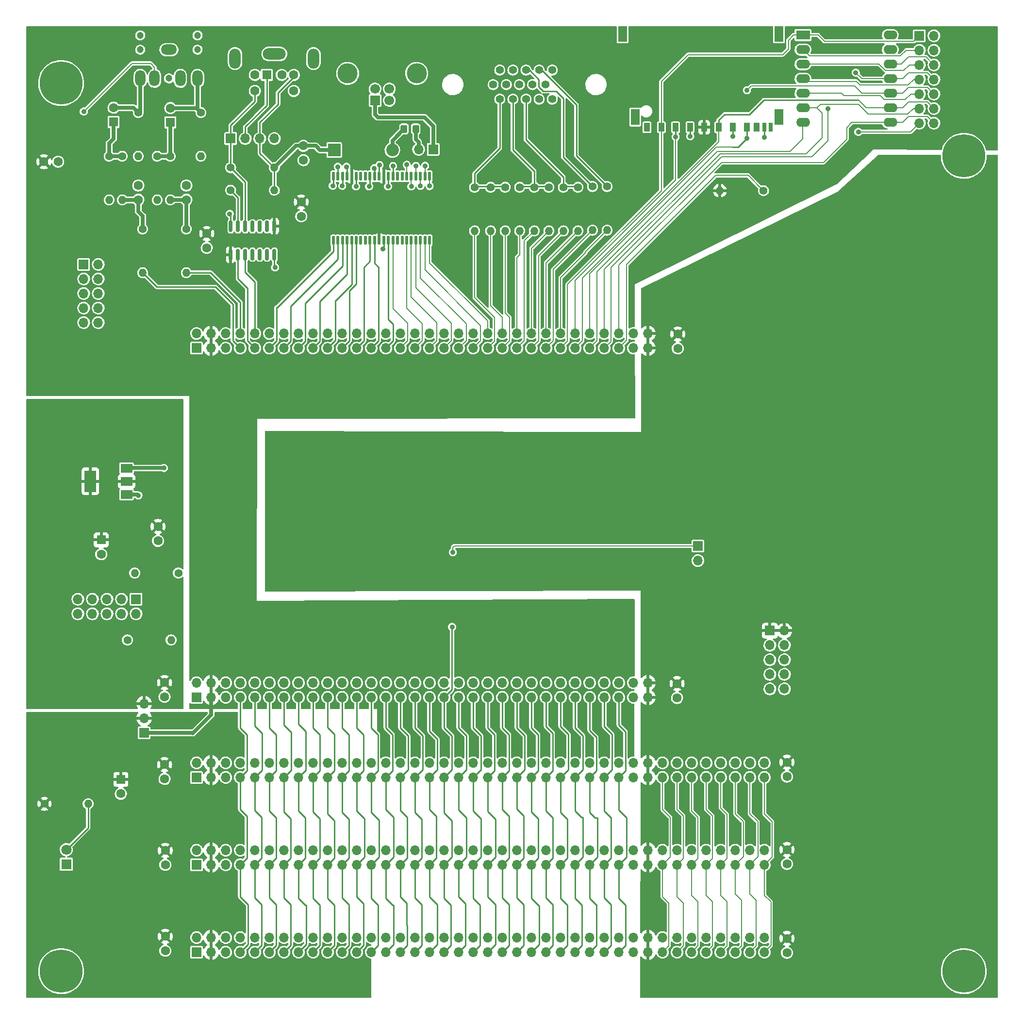
<source format=gtl>
G04 #@! TF.GenerationSoftware,KiCad,Pcbnew,(6.0.1)*
G04 #@! TF.CreationDate,2022-08-30T12:56:35-04:00*
G04 #@! TF.ProjectId,FPGA-ITX-01,46504741-2d49-4545-982d-30312e6b6963,1*
G04 #@! TF.SameCoordinates,Original*
G04 #@! TF.FileFunction,Copper,L1,Top*
G04 #@! TF.FilePolarity,Positive*
%FSLAX46Y46*%
G04 Gerber Fmt 4.6, Leading zero omitted, Abs format (unit mm)*
G04 Created by KiCad (PCBNEW (6.0.1)) date 2022-08-30 12:56:35*
%MOMM*%
%LPD*%
G01*
G04 APERTURE LIST*
G04 Aperture macros list*
%AMRoundRect*
0 Rectangle with rounded corners*
0 $1 Rounding radius*
0 $2 $3 $4 $5 $6 $7 $8 $9 X,Y pos of 4 corners*
0 Add a 4 corners polygon primitive as box body*
4,1,4,$2,$3,$4,$5,$6,$7,$8,$9,$2,$3,0*
0 Add four circle primitives for the rounded corners*
1,1,$1+$1,$2,$3*
1,1,$1+$1,$4,$5*
1,1,$1+$1,$6,$7*
1,1,$1+$1,$8,$9*
0 Add four rect primitives between the rounded corners*
20,1,$1+$1,$2,$3,$4,$5,0*
20,1,$1+$1,$4,$5,$6,$7,0*
20,1,$1+$1,$6,$7,$8,$9,0*
20,1,$1+$1,$8,$9,$2,$3,0*%
G04 Aperture macros list end*
G04 #@! TA.AperFunction,ComponentPad*
%ADD10R,1.700000X1.700000*%
G04 #@! TD*
G04 #@! TA.AperFunction,ComponentPad*
%ADD11O,1.700000X1.700000*%
G04 #@! TD*
G04 #@! TA.AperFunction,ComponentPad*
%ADD12C,7.500000*%
G04 #@! TD*
G04 #@! TA.AperFunction,SMDPad,CuDef*
%ADD13R,2.000000X1.500000*%
G04 #@! TD*
G04 #@! TA.AperFunction,SMDPad,CuDef*
%ADD14R,2.000000X3.800000*%
G04 #@! TD*
G04 #@! TA.AperFunction,ComponentPad*
%ADD15C,1.400000*%
G04 #@! TD*
G04 #@! TA.AperFunction,ComponentPad*
%ADD16O,1.400000X1.400000*%
G04 #@! TD*
G04 #@! TA.AperFunction,ComponentPad*
%ADD17R,1.600000X1.600000*%
G04 #@! TD*
G04 #@! TA.AperFunction,ComponentPad*
%ADD18C,1.600000*%
G04 #@! TD*
G04 #@! TA.AperFunction,ComponentPad*
%ADD19O,4.000000X2.000000*%
G04 #@! TD*
G04 #@! TA.AperFunction,ComponentPad*
%ADD20O,2.000000X3.500000*%
G04 #@! TD*
G04 #@! TA.AperFunction,ComponentPad*
%ADD21R,2.400000X1.600000*%
G04 #@! TD*
G04 #@! TA.AperFunction,ComponentPad*
%ADD22O,2.400000X1.600000*%
G04 #@! TD*
G04 #@! TA.AperFunction,SMDPad,CuDef*
%ADD23R,1.000000X1.500000*%
G04 #@! TD*
G04 #@! TA.AperFunction,SMDPad,CuDef*
%ADD24R,0.700000X1.500000*%
G04 #@! TD*
G04 #@! TA.AperFunction,SMDPad,CuDef*
%ADD25R,1.500000X2.800000*%
G04 #@! TD*
G04 #@! TA.AperFunction,SMDPad,CuDef*
%ADD26RoundRect,0.250000X0.325000X0.450000X-0.325000X0.450000X-0.325000X-0.450000X0.325000X-0.450000X0*%
G04 #@! TD*
G04 #@! TA.AperFunction,SMDPad,CuDef*
%ADD27RoundRect,0.137500X0.137500X-0.625000X0.137500X0.625000X-0.137500X0.625000X-0.137500X-0.625000X0*%
G04 #@! TD*
G04 #@! TA.AperFunction,ComponentPad*
%ADD28C,1.397000*%
G04 #@! TD*
G04 #@! TA.AperFunction,ComponentPad*
%ADD29C,1.700000*%
G04 #@! TD*
G04 #@! TA.AperFunction,ComponentPad*
%ADD30C,3.500000*%
G04 #@! TD*
G04 #@! TA.AperFunction,SMDPad,CuDef*
%ADD31RoundRect,0.150000X0.150000X-0.825000X0.150000X0.825000X-0.150000X0.825000X-0.150000X-0.825000X0*%
G04 #@! TD*
G04 #@! TA.AperFunction,ComponentPad*
%ADD32R,1.800000X1.800000*%
G04 #@! TD*
G04 #@! TA.AperFunction,ComponentPad*
%ADD33C,1.800000*%
G04 #@! TD*
G04 #@! TA.AperFunction,ComponentPad*
%ADD34C,1.200000*%
G04 #@! TD*
G04 #@! TA.AperFunction,ComponentPad*
%ADD35O,1.800000X2.800000*%
G04 #@! TD*
G04 #@! TA.AperFunction,ComponentPad*
%ADD36O,2.800000X1.800000*%
G04 #@! TD*
G04 #@! TA.AperFunction,ComponentPad*
%ADD37R,2.200000X2.200000*%
G04 #@! TD*
G04 #@! TA.AperFunction,ComponentPad*
%ADD38O,2.200000X2.200000*%
G04 #@! TD*
G04 #@! TA.AperFunction,ViaPad*
%ADD39C,0.889000*%
G04 #@! TD*
G04 #@! TA.AperFunction,Conductor*
%ADD40C,0.200000*%
G04 #@! TD*
G04 #@! TA.AperFunction,Conductor*
%ADD41C,0.254000*%
G04 #@! TD*
G04 #@! TA.AperFunction,Conductor*
%ADD42C,0.635000*%
G04 #@! TD*
G04 #@! TA.AperFunction,Conductor*
%ADD43C,0.203200*%
G04 #@! TD*
G04 #@! TA.AperFunction,Conductor*
%ADD44C,0.152400*%
G04 #@! TD*
G04 APERTURE END LIST*
D10*
X264998200Y-145694400D03*
D11*
X267538200Y-145694400D03*
X264998200Y-148234400D03*
X267538200Y-148234400D03*
X264998200Y-150774400D03*
X267538200Y-150774400D03*
X264998200Y-153314400D03*
X267538200Y-153314400D03*
X264998200Y-155854400D03*
X267538200Y-155854400D03*
D12*
X141350000Y-50160000D03*
X298830000Y-62860000D03*
X141350000Y-205100000D03*
X298830000Y-205100000D03*
D13*
X152756000Y-121934000D03*
X152756000Y-119634000D03*
X152756000Y-117334000D03*
D14*
X146456000Y-119634000D03*
D15*
X218809845Y-68325745D03*
D16*
X218809845Y-75945745D03*
D15*
X216269845Y-68325745D03*
D16*
X216269845Y-75945745D03*
D15*
X226429845Y-68325745D03*
D16*
X226429845Y-75945745D03*
D15*
X223889845Y-68325745D03*
D16*
X223889845Y-75945745D03*
D15*
X231509845Y-68325745D03*
D16*
X231509845Y-75945745D03*
D15*
X228969845Y-68325745D03*
D16*
X228969845Y-75945745D03*
D15*
X170924500Y-68852500D03*
D16*
X178544500Y-68852500D03*
D15*
X170924500Y-64920500D03*
D16*
X178544500Y-64920500D03*
D10*
X170934500Y-59840500D03*
D11*
X173474500Y-59840500D03*
X176014500Y-59840500D03*
X178554500Y-59840500D03*
D17*
X177234500Y-48729500D03*
D18*
X179834500Y-48729500D03*
X175134500Y-48729500D03*
X181934500Y-48729500D03*
X175134500Y-51529500D03*
X181934500Y-51529500D03*
D19*
X178534500Y-45079500D03*
D20*
X171684500Y-45879500D03*
X185384500Y-45879500D03*
D10*
X164973000Y-96393000D03*
D11*
X164973000Y-93853000D03*
X167513000Y-96393000D03*
X167513000Y-93853000D03*
X170053000Y-96393000D03*
X170053000Y-93853000D03*
X172593000Y-96393000D03*
X172593000Y-93853000D03*
X175133000Y-96393000D03*
X175133000Y-93853000D03*
X177673000Y-96393000D03*
X177673000Y-93853000D03*
X180213000Y-96393000D03*
X180213000Y-93853000D03*
X182753000Y-96393000D03*
X182753000Y-93853000D03*
X185293000Y-96393000D03*
X185293000Y-93853000D03*
X187833000Y-96393000D03*
X187833000Y-93853000D03*
X190373000Y-96393000D03*
X190373000Y-93853000D03*
X192913000Y-96393000D03*
X192913000Y-93853000D03*
X195453000Y-96393000D03*
X195453000Y-93853000D03*
X197993000Y-96393000D03*
X197993000Y-93853000D03*
X200533000Y-96393000D03*
X200533000Y-93853000D03*
X203073000Y-96393000D03*
X203073000Y-93853000D03*
X205613000Y-96393000D03*
X205613000Y-93853000D03*
X208153000Y-96393000D03*
X208153000Y-93853000D03*
X210693000Y-96393000D03*
X210693000Y-93853000D03*
X213233000Y-96393000D03*
X213233000Y-93853000D03*
X215773000Y-96393000D03*
X215773000Y-93853000D03*
X218313000Y-96393000D03*
X218313000Y-93853000D03*
X220853000Y-96393000D03*
X220853000Y-93853000D03*
X223393000Y-96393000D03*
X223393000Y-93853000D03*
X225933000Y-96393000D03*
X225933000Y-93853000D03*
X228473000Y-96393000D03*
X228473000Y-93853000D03*
X231013000Y-96393000D03*
X231013000Y-93853000D03*
X233553000Y-96393000D03*
X233553000Y-93853000D03*
X236093000Y-96393000D03*
X236093000Y-93853000D03*
X238633000Y-96393000D03*
X238633000Y-93853000D03*
X241173000Y-96393000D03*
X241173000Y-93853000D03*
X243713000Y-96393000D03*
X243713000Y-93853000D03*
D10*
X164973000Y-157333000D03*
D11*
X164973000Y-154793000D03*
X167513000Y-157333000D03*
X167513000Y-154793000D03*
X170053000Y-157333000D03*
X170053000Y-154793000D03*
X172593000Y-157333000D03*
X172593000Y-154793000D03*
X175133000Y-157333000D03*
X175133000Y-154793000D03*
X177673000Y-157333000D03*
X177673000Y-154793000D03*
X180213000Y-157333000D03*
X180213000Y-154793000D03*
X182753000Y-157333000D03*
X182753000Y-154793000D03*
X185293000Y-157333000D03*
X185293000Y-154793000D03*
X187833000Y-157333000D03*
X187833000Y-154793000D03*
X190373000Y-157333000D03*
X190373000Y-154793000D03*
X192913000Y-157333000D03*
X192913000Y-154793000D03*
X195453000Y-157333000D03*
X195453000Y-154793000D03*
X197993000Y-157333000D03*
X197993000Y-154793000D03*
X200533000Y-157333000D03*
X200533000Y-154793000D03*
X203073000Y-157333000D03*
X203073000Y-154793000D03*
X205613000Y-157333000D03*
X205613000Y-154793000D03*
X208153000Y-157333000D03*
X208153000Y-154793000D03*
X210693000Y-157333000D03*
X210693000Y-154793000D03*
X213233000Y-157333000D03*
X213233000Y-154793000D03*
X215773000Y-157333000D03*
X215773000Y-154793000D03*
X218313000Y-157333000D03*
X218313000Y-154793000D03*
X220853000Y-157333000D03*
X220853000Y-154793000D03*
X223393000Y-157333000D03*
X223393000Y-154793000D03*
X225933000Y-157333000D03*
X225933000Y-154793000D03*
X228473000Y-157333000D03*
X228473000Y-154793000D03*
X231013000Y-157333000D03*
X231013000Y-154793000D03*
X233553000Y-157333000D03*
X233553000Y-154793000D03*
X236093000Y-157333000D03*
X236093000Y-154793000D03*
X238633000Y-157333000D03*
X238633000Y-154793000D03*
X241173000Y-157333000D03*
X241173000Y-154793000D03*
X243713000Y-157333000D03*
X243713000Y-154793000D03*
D21*
X270764000Y-41783000D03*
D22*
X270764000Y-44323000D03*
X270764000Y-46863000D03*
X270764000Y-49403000D03*
X270764000Y-51943000D03*
X270764000Y-54483000D03*
X270764000Y-57023000D03*
X286004000Y-57023000D03*
X286004000Y-54483000D03*
X286004000Y-51943000D03*
X286004000Y-49403000D03*
X286004000Y-46863000D03*
X286004000Y-44323000D03*
X286004000Y-41783000D03*
D23*
X246053200Y-57882300D03*
X248553200Y-57882300D03*
X251053200Y-57882300D03*
X253553200Y-57882300D03*
X256053200Y-57882300D03*
X258553200Y-57882300D03*
X260973200Y-57882300D03*
X262673200Y-57882300D03*
X243553200Y-57882300D03*
D24*
X264013200Y-57882300D03*
X265153200Y-57882300D03*
D25*
X241483200Y-56082300D03*
X266583200Y-56082300D03*
X266583200Y-41582300D03*
X239283200Y-41582300D03*
D10*
X164973000Y-171303000D03*
D11*
X164973000Y-168763000D03*
X167513000Y-171303000D03*
X167513000Y-168763000D03*
X170053000Y-171303000D03*
X170053000Y-168763000D03*
X172593000Y-171303000D03*
X172593000Y-168763000D03*
X175133000Y-171303000D03*
X175133000Y-168763000D03*
X177673000Y-171303000D03*
X177673000Y-168763000D03*
X180213000Y-171303000D03*
X180213000Y-168763000D03*
X182753000Y-171303000D03*
X182753000Y-168763000D03*
X185293000Y-171303000D03*
X185293000Y-168763000D03*
X187833000Y-171303000D03*
X187833000Y-168763000D03*
X190373000Y-171303000D03*
X190373000Y-168763000D03*
X192913000Y-171303000D03*
X192913000Y-168763000D03*
X195453000Y-171303000D03*
X195453000Y-168763000D03*
X197993000Y-171303000D03*
X197993000Y-168763000D03*
X200533000Y-171303000D03*
X200533000Y-168763000D03*
X203073000Y-171303000D03*
X203073000Y-168763000D03*
X205613000Y-171303000D03*
X205613000Y-168763000D03*
X208153000Y-171303000D03*
X208153000Y-168763000D03*
X210693000Y-171303000D03*
X210693000Y-168763000D03*
X213233000Y-171303000D03*
X213233000Y-168763000D03*
X215773000Y-171303000D03*
X215773000Y-168763000D03*
X218313000Y-171303000D03*
X218313000Y-168763000D03*
X220853000Y-171303000D03*
X220853000Y-168763000D03*
X223393000Y-171303000D03*
X223393000Y-168763000D03*
X225933000Y-171303000D03*
X225933000Y-168763000D03*
X228473000Y-171303000D03*
X228473000Y-168763000D03*
X231013000Y-171303000D03*
X231013000Y-168763000D03*
X233553000Y-171303000D03*
X233553000Y-168763000D03*
X236093000Y-171303000D03*
X236093000Y-168763000D03*
X238633000Y-171303000D03*
X238633000Y-168763000D03*
X241173000Y-171303000D03*
X241173000Y-168763000D03*
X243713000Y-171303000D03*
X243713000Y-168763000D03*
X246253000Y-171303000D03*
X246253000Y-168763000D03*
X248793000Y-171303000D03*
X248793000Y-168763000D03*
X251333000Y-171303000D03*
X251333000Y-168763000D03*
X253873000Y-171303000D03*
X253873000Y-168763000D03*
X256413000Y-171303000D03*
X256413000Y-168763000D03*
X258953000Y-171303000D03*
X258953000Y-168763000D03*
X261493000Y-171303000D03*
X261493000Y-168763000D03*
X264033000Y-171303000D03*
X264033000Y-168763000D03*
D18*
X248798000Y-154930000D03*
X248798000Y-157430000D03*
X267974000Y-168646000D03*
X267974000Y-171146000D03*
X159385000Y-169057000D03*
X159385000Y-171557000D03*
X183242500Y-70904500D03*
X183242500Y-73404500D03*
X166751000Y-76405000D03*
X166751000Y-78905000D03*
D10*
X155829000Y-163499800D03*
D11*
X155829000Y-160959800D03*
X155829000Y-158419800D03*
D26*
X203209000Y-58166000D03*
X201159000Y-58166000D03*
D27*
X188832000Y-77596500D03*
X189632000Y-77596500D03*
X190432000Y-77596500D03*
X191232000Y-77596500D03*
X192032000Y-77596500D03*
X192832000Y-77596500D03*
X193632000Y-77596500D03*
X194432000Y-77596500D03*
X195232000Y-77596500D03*
X196032000Y-77596500D03*
X196832000Y-77596500D03*
X197632000Y-77596500D03*
X198432000Y-77596500D03*
X199232000Y-77596500D03*
X200032000Y-77596500D03*
X200832000Y-77596500D03*
X201632000Y-77596500D03*
X202432000Y-77596500D03*
X203232000Y-77596500D03*
X204032000Y-77596500D03*
X204832000Y-77596500D03*
X205632000Y-77596500D03*
X205632000Y-66421500D03*
X204832000Y-66421500D03*
X204032000Y-66421500D03*
X203232000Y-66421500D03*
X202432000Y-66421500D03*
X201632000Y-66421500D03*
X200832000Y-66421500D03*
X200032000Y-66421500D03*
X199232000Y-66421500D03*
X198432000Y-66421500D03*
X197632000Y-66421500D03*
X196832000Y-66421500D03*
X196032000Y-66421500D03*
X195232000Y-66421500D03*
X194432000Y-66421500D03*
X193632000Y-66421500D03*
X192832000Y-66421500D03*
X192032000Y-66421500D03*
X191232000Y-66421500D03*
X190432000Y-66421500D03*
X189632000Y-66421500D03*
X188832000Y-66421500D03*
D15*
X263880600Y-68935600D03*
D16*
X256260600Y-68935600D03*
D18*
X138322000Y-63876000D03*
X140822000Y-63876000D03*
X158242000Y-127528000D03*
X158242000Y-130028000D03*
D17*
X148336000Y-129858888D03*
D18*
X148336000Y-132358888D03*
D28*
X217862215Y-52970155D03*
X220153295Y-52970155D03*
X222439295Y-52970155D03*
X224732915Y-52970155D03*
X227021455Y-52970155D03*
X216716675Y-50430155D03*
X219007755Y-50430155D03*
X221298835Y-50430155D03*
X223587375Y-50430155D03*
X225878455Y-50430155D03*
X217862215Y-47890155D03*
X220153295Y-47890155D03*
X222441835Y-47892695D03*
X224732915Y-47890155D03*
X227021455Y-47890155D03*
D10*
X196108000Y-53186500D03*
D29*
X198608000Y-53186500D03*
X198608000Y-51186500D03*
X196108000Y-51186500D03*
D30*
X203378000Y-48476500D03*
X191338000Y-48476500D03*
D15*
X158115000Y-62923000D03*
D16*
X158115000Y-70543000D03*
D17*
X151765000Y-171641888D03*
D18*
X151765000Y-174141888D03*
D17*
X160401000Y-57016113D03*
D18*
X160401000Y-54516113D03*
D15*
X155575000Y-75623000D03*
D16*
X155575000Y-83243000D03*
D10*
X164978000Y-201783000D03*
D11*
X164978000Y-199243000D03*
X167518000Y-201783000D03*
X167518000Y-199243000D03*
X170058000Y-201783000D03*
X170058000Y-199243000D03*
X172598000Y-201783000D03*
X172598000Y-199243000D03*
X175138000Y-201783000D03*
X175138000Y-199243000D03*
X177678000Y-201783000D03*
X177678000Y-199243000D03*
X180218000Y-201783000D03*
X180218000Y-199243000D03*
X182758000Y-201783000D03*
X182758000Y-199243000D03*
X185298000Y-201783000D03*
X185298000Y-199243000D03*
X187838000Y-201783000D03*
X187838000Y-199243000D03*
X190378000Y-201783000D03*
X190378000Y-199243000D03*
X192918000Y-201783000D03*
X192918000Y-199243000D03*
X195458000Y-201783000D03*
X195458000Y-199243000D03*
X197998000Y-201783000D03*
X197998000Y-199243000D03*
X200538000Y-201783000D03*
X200538000Y-199243000D03*
X203078000Y-201783000D03*
X203078000Y-199243000D03*
X205618000Y-201783000D03*
X205618000Y-199243000D03*
X208158000Y-201783000D03*
X208158000Y-199243000D03*
X210698000Y-201783000D03*
X210698000Y-199243000D03*
X213238000Y-201783000D03*
X213238000Y-199243000D03*
X215778000Y-201783000D03*
X215778000Y-199243000D03*
X218318000Y-201783000D03*
X218318000Y-199243000D03*
X220858000Y-201783000D03*
X220858000Y-199243000D03*
X223398000Y-201783000D03*
X223398000Y-199243000D03*
X225938000Y-201783000D03*
X225938000Y-199243000D03*
X228478000Y-201783000D03*
X228478000Y-199243000D03*
X231018000Y-201783000D03*
X231018000Y-199243000D03*
X233558000Y-201783000D03*
X233558000Y-199243000D03*
X236098000Y-201783000D03*
X236098000Y-199243000D03*
X238638000Y-201783000D03*
X238638000Y-199243000D03*
X241178000Y-201783000D03*
X241178000Y-199243000D03*
X243718000Y-201783000D03*
X243718000Y-199243000D03*
X246258000Y-201783000D03*
X246258000Y-199243000D03*
X248798000Y-201783000D03*
X248798000Y-199243000D03*
X251338000Y-201783000D03*
X251338000Y-199243000D03*
X253878000Y-201783000D03*
X253878000Y-199243000D03*
X256418000Y-201783000D03*
X256418000Y-199243000D03*
X258958000Y-201783000D03*
X258958000Y-199243000D03*
X261498000Y-201783000D03*
X261498000Y-199243000D03*
X264038000Y-201783000D03*
X264038000Y-199243000D03*
D10*
X145283000Y-81793000D03*
D11*
X147823000Y-81793000D03*
X145283000Y-84333000D03*
X147823000Y-84333000D03*
X145283000Y-86873000D03*
X147823000Y-86873000D03*
X145283000Y-89413000D03*
X147823000Y-89413000D03*
X145283000Y-91953000D03*
X147823000Y-91953000D03*
D15*
X152019000Y-62923000D03*
D16*
X152019000Y-70543000D03*
D15*
X236589845Y-68203745D03*
D16*
X236589845Y-75823745D03*
D15*
X160401000Y-62923000D03*
D16*
X160401000Y-70543000D03*
D15*
X213475845Y-68325745D03*
D16*
X213475845Y-75945745D03*
D10*
X252444400Y-130932000D03*
D11*
X252444400Y-133472000D03*
D15*
X152908000Y-147320000D03*
D16*
X160528000Y-147320000D03*
D15*
X161798000Y-135636000D03*
D16*
X154178000Y-135636000D03*
D18*
X159385000Y-154731400D03*
X159385000Y-157231400D03*
D15*
X163195000Y-75623000D03*
D16*
X163195000Y-83243000D03*
D10*
X164973000Y-186543000D03*
D11*
X164973000Y-184003000D03*
X167513000Y-186543000D03*
X167513000Y-184003000D03*
X170053000Y-186543000D03*
X170053000Y-184003000D03*
X172593000Y-186543000D03*
X172593000Y-184003000D03*
X175133000Y-186543000D03*
X175133000Y-184003000D03*
X177673000Y-186543000D03*
X177673000Y-184003000D03*
X180213000Y-186543000D03*
X180213000Y-184003000D03*
X182753000Y-186543000D03*
X182753000Y-184003000D03*
X185293000Y-186543000D03*
X185293000Y-184003000D03*
X187833000Y-186543000D03*
X187833000Y-184003000D03*
X190373000Y-186543000D03*
X190373000Y-184003000D03*
X192913000Y-186543000D03*
X192913000Y-184003000D03*
X195453000Y-186543000D03*
X195453000Y-184003000D03*
X197993000Y-186543000D03*
X197993000Y-184003000D03*
X200533000Y-186543000D03*
X200533000Y-184003000D03*
X203073000Y-186543000D03*
X203073000Y-184003000D03*
X205613000Y-186543000D03*
X205613000Y-184003000D03*
X208153000Y-186543000D03*
X208153000Y-184003000D03*
X210693000Y-186543000D03*
X210693000Y-184003000D03*
X213233000Y-186543000D03*
X213233000Y-184003000D03*
X215773000Y-186543000D03*
X215773000Y-184003000D03*
X218313000Y-186543000D03*
X218313000Y-184003000D03*
X220853000Y-186543000D03*
X220853000Y-184003000D03*
X223393000Y-186543000D03*
X223393000Y-184003000D03*
X225933000Y-186543000D03*
X225933000Y-184003000D03*
X228473000Y-186543000D03*
X228473000Y-184003000D03*
X231013000Y-186543000D03*
X231013000Y-184003000D03*
X233553000Y-186543000D03*
X233553000Y-184003000D03*
X236093000Y-186543000D03*
X236093000Y-184003000D03*
X238633000Y-186543000D03*
X238633000Y-184003000D03*
X241173000Y-186543000D03*
X241173000Y-184003000D03*
X243713000Y-186543000D03*
X243713000Y-184003000D03*
X246253000Y-186543000D03*
X246253000Y-184003000D03*
X248793000Y-186543000D03*
X248793000Y-184003000D03*
X251333000Y-186543000D03*
X251333000Y-184003000D03*
X253873000Y-186543000D03*
X253873000Y-184003000D03*
X256413000Y-186543000D03*
X256413000Y-184003000D03*
X258953000Y-186543000D03*
X258953000Y-184003000D03*
X261493000Y-186543000D03*
X261493000Y-184003000D03*
X264033000Y-186543000D03*
X264033000Y-184003000D03*
D18*
X267974000Y-183886000D03*
X267974000Y-186386000D03*
D10*
X154427000Y-140203000D03*
D11*
X154427000Y-142743000D03*
X151887000Y-140203000D03*
X151887000Y-142743000D03*
X149347000Y-140203000D03*
X149347000Y-142743000D03*
X146807000Y-140203000D03*
X146807000Y-142743000D03*
X144267000Y-140203000D03*
X144267000Y-142743000D03*
D17*
X150495000Y-56959000D03*
D18*
X150495000Y-54459000D03*
D15*
X149733000Y-62923000D03*
D16*
X149733000Y-70543000D03*
D10*
X291079000Y-41905000D03*
D11*
X293619000Y-41905000D03*
X291079000Y-44445000D03*
X293619000Y-44445000D03*
X291079000Y-46985000D03*
X293619000Y-46985000D03*
X291079000Y-49525000D03*
X293619000Y-49525000D03*
X291079000Y-52065000D03*
X293619000Y-52065000D03*
X291079000Y-54605000D03*
X293619000Y-54605000D03*
X291079000Y-57145000D03*
X293619000Y-57145000D03*
D15*
X138430000Y-175895000D03*
D16*
X146050000Y-175895000D03*
D15*
X165735000Y-55303000D03*
D16*
X165735000Y-62923000D03*
D31*
X170924500Y-80095500D03*
X172194500Y-80095500D03*
X173464500Y-80095500D03*
X174734500Y-80095500D03*
X176004500Y-80095500D03*
X177274500Y-80095500D03*
X178544500Y-80095500D03*
X178544500Y-75145500D03*
X177274500Y-75145500D03*
X176004500Y-75145500D03*
X174734500Y-75145500D03*
X173464500Y-75145500D03*
X172194500Y-75145500D03*
X170924500Y-75145500D03*
D18*
X163195000Y-70523000D03*
X163195000Y-68023000D03*
D15*
X234049845Y-68203745D03*
D16*
X234049845Y-75823745D03*
D15*
X221349845Y-68325745D03*
D16*
X221349845Y-75945745D03*
D18*
X248924000Y-93950000D03*
X248924000Y-96450000D03*
D32*
X142240000Y-186441000D03*
D33*
X142240000Y-183901000D03*
D18*
X154813000Y-70523000D03*
X154813000Y-68023000D03*
X159512000Y-199029000D03*
X159512000Y-201529000D03*
D34*
X165147000Y-44339000D03*
X160147000Y-49339000D03*
X155147000Y-44339000D03*
X155147000Y-41839000D03*
X165147000Y-41839000D03*
D35*
X165147000Y-49339000D03*
X162147000Y-49339000D03*
D36*
X160147000Y-44339000D03*
D35*
X155147000Y-49339000D03*
X157647000Y-49339000D03*
D10*
X206253000Y-61722000D03*
D11*
X203713000Y-61722000D03*
D18*
X159512000Y-184043000D03*
X159512000Y-186543000D03*
X183624500Y-61110500D03*
X183624500Y-63610500D03*
D37*
X188976000Y-61849000D03*
D38*
X199136000Y-61849000D03*
D18*
X267974000Y-199380000D03*
X267974000Y-201880000D03*
D15*
X154813000Y-55303000D03*
D16*
X154813000Y-62923000D03*
D39*
X209677000Y-132003800D03*
X197485000Y-79121000D03*
X251104400Y-59436000D03*
X258521200Y-59436000D03*
X196887428Y-64446466D03*
X154838400Y-122097800D03*
X178670500Y-82314500D03*
X253746000Y-59690000D03*
X248553200Y-59548800D03*
X279984200Y-48336200D03*
X260985000Y-59791600D03*
X260985000Y-51409600D03*
X205638400Y-68122800D03*
X204851000Y-64592200D03*
X204038200Y-68097400D03*
X203225400Y-64617600D03*
X202438000Y-68199000D03*
X199263000Y-64643000D03*
X198374000Y-68199000D03*
X195961000Y-65024000D03*
X195072000Y-68199000D03*
X192786000Y-68199000D03*
X191135000Y-64770000D03*
X190385200Y-68072000D03*
X189611000Y-64770000D03*
X188722000Y-68072000D03*
X201650600Y-64414400D03*
X280416000Y-58674000D03*
X275082000Y-54610000D03*
X264013200Y-59659000D03*
X209550000Y-145034000D03*
X170764200Y-72974200D03*
X159283400Y-117322600D03*
X255524000Y-83515200D03*
X181610000Y-117348000D03*
X283070300Y-64706500D03*
X254838200Y-82753200D03*
X283070300Y-66306700D03*
X179832000Y-117322600D03*
X254025400Y-81889600D03*
X145288000Y-55118000D03*
D40*
X209677000Y-131155600D02*
X209677000Y-132003800D01*
X209900600Y-130932000D02*
X209677000Y-131155600D01*
X252444400Y-130932000D02*
X209900600Y-130932000D01*
D41*
X178544500Y-80095500D02*
X178544500Y-82188500D01*
X251053200Y-57882300D02*
X251053200Y-59384800D01*
X258553200Y-57882300D02*
X258553200Y-59404000D01*
X197632000Y-77596500D02*
X197632000Y-78974000D01*
D42*
X154674600Y-121934000D02*
X154838400Y-122097800D01*
D41*
X196832000Y-66421500D02*
X196832000Y-64501894D01*
X197632000Y-78974000D02*
X197485000Y-79121000D01*
X258553200Y-59404000D02*
X258521200Y-59436000D01*
X178544500Y-82188500D02*
X178670500Y-82314500D01*
D42*
X152756000Y-121934000D02*
X154674600Y-121934000D01*
D41*
X251053200Y-59384800D02*
X251104400Y-59436000D01*
X196832000Y-64501894D02*
X196887428Y-64446466D01*
D43*
X253553200Y-57882300D02*
X253553200Y-59497200D01*
D42*
X164327600Y-163561000D02*
X167513000Y-160375600D01*
D43*
X253553200Y-59497200D02*
X253746000Y-59690000D01*
D42*
X167513000Y-160375600D02*
X167513000Y-157333000D01*
X164266400Y-163499800D02*
X155829000Y-163499800D01*
X164327600Y-163561000D02*
X164266400Y-163499800D01*
D43*
X223393000Y-96393000D02*
X224637600Y-95148400D01*
X224637600Y-95148400D02*
X224637600Y-80277990D01*
X224637600Y-80277990D02*
X228969845Y-75945745D01*
X225933000Y-93853000D02*
X225933000Y-81522590D01*
X225933000Y-81522590D02*
X231509845Y-75945745D01*
X220853000Y-93853000D02*
X220853000Y-80594200D01*
X221349845Y-75945745D02*
X221349845Y-80097355D01*
X221349845Y-80097355D02*
X220853000Y-80594200D01*
X223393000Y-93853000D02*
X223393000Y-78982590D01*
X223393000Y-78982590D02*
X226429845Y-75945745D01*
X216966800Y-91059000D02*
X216966800Y-95199200D01*
X213475845Y-75945745D02*
X213475845Y-87568045D01*
X213475845Y-87568045D02*
X216966800Y-91059000D01*
X216966800Y-95199200D02*
X215773000Y-96393000D01*
X218809845Y-75945745D02*
X218809845Y-90285845D01*
X219583000Y-95123000D02*
X219583000Y-91059000D01*
X218313000Y-96393000D02*
X219583000Y-95123000D01*
X218809845Y-90285845D02*
X219583000Y-91059000D01*
X248553200Y-67041800D02*
X248553200Y-57882300D01*
X286004000Y-49403000D02*
X288130378Y-49403000D01*
X292464689Y-48370689D02*
X293619000Y-49525000D01*
X289162689Y-48370689D02*
X292464689Y-48370689D01*
X286004000Y-49403000D02*
X281051000Y-49403000D01*
X288130378Y-49403000D02*
X289162689Y-48370689D01*
D41*
X248553200Y-57882300D02*
X248553200Y-59548800D01*
D43*
X231013000Y-93853000D02*
X231013000Y-84582000D01*
X231013000Y-84582000D02*
X248553200Y-67041800D01*
X281051000Y-49403000D02*
X279984200Y-48336200D01*
X229692200Y-85318600D02*
X246053200Y-68957600D01*
X291079000Y-41905000D02*
X290096680Y-42887320D01*
X228473000Y-96393000D02*
X229692200Y-95173800D01*
X229692200Y-95173800D02*
X229692200Y-85318600D01*
X273431000Y-41783000D02*
X270764000Y-41783000D01*
X246053200Y-49856800D02*
X250698000Y-45212000D01*
X250698000Y-45212000D02*
X267208000Y-45212000D01*
X246053200Y-57882300D02*
X246053200Y-49856800D01*
X269113000Y-41783000D02*
X270764000Y-41783000D01*
X268224000Y-42672000D02*
X269113000Y-41783000D01*
X246053200Y-68957600D02*
X246053200Y-57882300D01*
X274535320Y-42887320D02*
X273431000Y-41783000D01*
X268224000Y-44196000D02*
X268224000Y-42672000D01*
X290096680Y-42887320D02*
X274535320Y-42887320D01*
X267208000Y-45212000D02*
X268224000Y-44196000D01*
X232257600Y-84175600D02*
X256053200Y-60380000D01*
D41*
X261439422Y-55626000D02*
X263942711Y-53122711D01*
X256053200Y-57882300D02*
X256053200Y-56620800D01*
D43*
X231013000Y-96393000D02*
X232257600Y-95148400D01*
X286004000Y-54483000D02*
X288163000Y-54483000D01*
X286004000Y-54483000D02*
X281813000Y-54483000D01*
D41*
X256053200Y-56620800D02*
X257048000Y-55626000D01*
D43*
X292464689Y-53450689D02*
X293619000Y-54605000D01*
X232257600Y-95148400D02*
X232257600Y-84175600D01*
X256053200Y-60380000D02*
X256053200Y-57882300D01*
D41*
X257048000Y-55626000D02*
X261439422Y-55626000D01*
D43*
X281813000Y-54483000D02*
X280452711Y-53122711D01*
X288163000Y-54483000D02*
X289195311Y-53450689D01*
D41*
X263942711Y-53122711D02*
X280452711Y-53122711D01*
D43*
X289195311Y-53450689D02*
X292464689Y-53450689D01*
X286004000Y-51943000D02*
X281051000Y-51943000D01*
X286004000Y-51943000D02*
X288163000Y-51943000D01*
D41*
X260973200Y-57882300D02*
X260973200Y-59778000D01*
D43*
X279781000Y-50673000D02*
X261747000Y-50673000D01*
X292464689Y-50910689D02*
X293619000Y-52065000D01*
D41*
X260985000Y-59791600D02*
X259461000Y-61315600D01*
D43*
X289195311Y-50910689D02*
X292464689Y-50910689D01*
X233553000Y-93853000D02*
X233553000Y-83454258D01*
D41*
X259461000Y-61315600D02*
X258419600Y-61315600D01*
D43*
X261747000Y-50673000D02*
X261721600Y-50673000D01*
X281051000Y-51943000D02*
X279781000Y-50673000D01*
X255691658Y-61315600D02*
X258419600Y-61315600D01*
X288163000Y-51943000D02*
X289195311Y-50910689D01*
X261721600Y-50673000D02*
X260985000Y-51409600D01*
X233553000Y-83454258D02*
X255691658Y-61315600D01*
D41*
X175133000Y-96393000D02*
X173863000Y-95123000D01*
X173863000Y-85963200D02*
X172194500Y-84294700D01*
X173863000Y-95123000D02*
X173863000Y-85963200D01*
X172194500Y-84294700D02*
X172194500Y-80095500D01*
X173464500Y-83151700D02*
X173464500Y-80095500D01*
X175133000Y-84820200D02*
X173464500Y-83151700D01*
X175133000Y-93853000D02*
X175133000Y-84820200D01*
X234732711Y-164275289D02*
X234732711Y-170123289D01*
X234737711Y-193480289D02*
X234737711Y-200603289D01*
X233553000Y-171303000D02*
X233553000Y-177385000D01*
X233553000Y-177385000D02*
X234486711Y-178318711D01*
X233553000Y-157333000D02*
X233553000Y-163095578D01*
X234662289Y-193480289D02*
X234737711Y-193480289D01*
X234913289Y-178318711D02*
X234913289Y-185182711D01*
X233553000Y-192371000D02*
X234662289Y-193480289D01*
X234732711Y-170123289D02*
X233553000Y-171303000D01*
X234737711Y-200603289D02*
X233558000Y-201783000D01*
X233553000Y-186543000D02*
X233553000Y-192371000D01*
X234486711Y-178318711D02*
X234913289Y-178318711D01*
X233553000Y-163095578D02*
X234732711Y-164275289D01*
X234913289Y-185182711D02*
X233553000Y-186543000D01*
X237277711Y-200603289D02*
X236098000Y-201783000D01*
X237207289Y-178245289D02*
X237272711Y-178245289D01*
X236093000Y-177131000D02*
X237207289Y-178245289D01*
X237272711Y-185363289D02*
X236093000Y-186543000D01*
X237272711Y-178245289D02*
X237272711Y-185363289D01*
X236093000Y-171303000D02*
X236093000Y-177131000D01*
X236093000Y-171303000D02*
X237453289Y-169942711D01*
X237277711Y-193480289D02*
X237277711Y-200603289D01*
X237453289Y-169942711D02*
X237453289Y-163759289D01*
X236093000Y-192295578D02*
X237277711Y-193480289D01*
X237453289Y-163759289D02*
X236093000Y-162399000D01*
X236093000Y-186543000D02*
X236093000Y-192295578D01*
X236093000Y-162399000D02*
X236093000Y-157333000D01*
X190373000Y-171303000D02*
X190373000Y-177385000D01*
X190373000Y-186543000D02*
X190373000Y-192295578D01*
X190373000Y-177385000D02*
X191552711Y-178564711D01*
X191552711Y-163832711D02*
X191552711Y-170123289D01*
X190373000Y-157333000D02*
X190373000Y-162653000D01*
X191557711Y-200603289D02*
X190378000Y-201783000D01*
X190373000Y-192295578D02*
X191557711Y-193480289D01*
X191552711Y-170123289D02*
X190373000Y-171303000D01*
X191552711Y-185363289D02*
X190373000Y-186543000D01*
X191552711Y-178564711D02*
X191552711Y-185363289D01*
X190373000Y-162653000D02*
X191552711Y-163832711D01*
X191557711Y-193480289D02*
X191557711Y-200603289D01*
X194097711Y-200603289D02*
X192918000Y-201783000D01*
X192913000Y-192125000D02*
X194089711Y-193301711D01*
X192913000Y-171303000D02*
X192913000Y-177131000D01*
X194092711Y-170123289D02*
X192913000Y-171303000D01*
X194092711Y-163832711D02*
X194092711Y-170123289D01*
X194097711Y-193301711D02*
X194097711Y-200603289D01*
X192913000Y-157333000D02*
X192913000Y-162653000D01*
X192913000Y-162653000D02*
X194092711Y-163832711D01*
X194273289Y-178491289D02*
X194273289Y-185182711D01*
X192913000Y-186543000D02*
X192913000Y-192125000D01*
X192913000Y-177131000D02*
X194273289Y-178491289D01*
X194089711Y-193301711D02*
X194097711Y-193301711D01*
X194273289Y-185182711D02*
X192913000Y-186543000D01*
X196813289Y-185182711D02*
X195453000Y-186543000D01*
X195453000Y-192371000D02*
X196637711Y-193555711D01*
X195453000Y-186543000D02*
X195453000Y-192371000D01*
X195453000Y-171303000D02*
X195453000Y-177385000D01*
X196637711Y-193555711D02*
X196637711Y-200603289D01*
X196637711Y-200603289D02*
X195458000Y-201783000D01*
X195453000Y-162653000D02*
X196632711Y-163832711D01*
X196632711Y-170123289D02*
X195453000Y-171303000D01*
X196813289Y-178745289D02*
X196813289Y-185182711D01*
X196632711Y-163832711D02*
X196632711Y-170123289D01*
X195453000Y-157333000D02*
X195453000Y-162653000D01*
X195453000Y-177385000D02*
X196813289Y-178745289D01*
X199353289Y-185182711D02*
X197993000Y-186543000D01*
X199175711Y-193553711D02*
X199358289Y-193553711D01*
X197993000Y-186543000D02*
X197993000Y-192371000D01*
X197993000Y-176877000D02*
X199353289Y-178237289D01*
X197993000Y-192371000D02*
X199175711Y-193553711D01*
X199353289Y-178237289D02*
X199353289Y-185182711D01*
X197993000Y-171303000D02*
X197993000Y-176877000D01*
X199358289Y-193553711D02*
X199358289Y-200422711D01*
X197993000Y-162653000D02*
X199172711Y-163832711D01*
X199358289Y-200422711D02*
X197998000Y-201783000D01*
X197993000Y-157333000D02*
X197993000Y-162653000D01*
X199172711Y-163832711D02*
X199172711Y-170123289D01*
X199172711Y-170123289D02*
X197993000Y-171303000D01*
X200533000Y-177065578D02*
X201712711Y-178245289D01*
X201666000Y-193250000D02*
X201666000Y-197088000D01*
X200533000Y-192117000D02*
X201666000Y-193250000D01*
X201717711Y-197139711D02*
X201717711Y-200603289D01*
X200533000Y-171303000D02*
X200533000Y-177065578D01*
X201712711Y-178245289D02*
X201712711Y-185363289D01*
X201893289Y-169942711D02*
X200533000Y-171303000D01*
X200533000Y-162653000D02*
X201893289Y-164013289D01*
X200533000Y-157333000D02*
X200533000Y-162653000D01*
X201712711Y-185363289D02*
X200533000Y-186543000D01*
X201893289Y-164013289D02*
X201893289Y-169942711D01*
X200533000Y-186543000D02*
X200533000Y-192117000D01*
X201717711Y-200603289D02*
X200538000Y-201783000D01*
X201666000Y-197088000D02*
X201717711Y-197139711D01*
X204257711Y-193480289D02*
X204257711Y-200603289D01*
X204433289Y-169942711D02*
X203073000Y-171303000D01*
X204252711Y-178564711D02*
X204252711Y-185363289D01*
X203073000Y-171303000D02*
X203073000Y-177385000D01*
X203073000Y-192295578D02*
X204257711Y-193480289D01*
X203073000Y-157333000D02*
X203073000Y-162653000D01*
X203073000Y-177385000D02*
X204252711Y-178564711D01*
X204257711Y-200603289D02*
X203078000Y-201783000D01*
X203073000Y-162653000D02*
X204433289Y-164013289D01*
X204252711Y-185363289D02*
X203073000Y-186543000D01*
X204433289Y-164013289D02*
X204433289Y-169942711D01*
X203073000Y-186543000D02*
X203073000Y-192295578D01*
X206792711Y-185363289D02*
X205613000Y-186543000D01*
X206792711Y-178056711D02*
X206792711Y-185363289D01*
X205613000Y-176877000D02*
X206792711Y-178056711D01*
X205613000Y-163242422D02*
X206973289Y-164602711D01*
X205613000Y-171303000D02*
X205613000Y-176877000D01*
X206978289Y-193482289D02*
X206978289Y-200422711D01*
X206973289Y-164602711D02*
X206973289Y-169942711D01*
X206973289Y-169942711D02*
X205613000Y-171303000D01*
X205613000Y-186543000D02*
X205613000Y-192117000D01*
X205613000Y-192117000D02*
X206978289Y-193482289D01*
X205613000Y-157333000D02*
X205613000Y-163242422D01*
X206978289Y-200422711D02*
X205618000Y-201783000D01*
X210693000Y-157333000D02*
X210693000Y-162653000D01*
X212053289Y-169942711D02*
X210693000Y-171303000D01*
X210693000Y-186543000D02*
X210693000Y-192117000D01*
X210693000Y-192117000D02*
X211877711Y-193301711D01*
X212053289Y-164013289D02*
X212053289Y-169942711D01*
X210693000Y-171303000D02*
X210693000Y-176958422D01*
X212053289Y-185182711D02*
X210693000Y-186543000D01*
X211877711Y-193301711D02*
X211877711Y-200603289D01*
X210693000Y-176958422D02*
X212053289Y-178318711D01*
X210693000Y-162653000D02*
X212053289Y-164013289D01*
X212053289Y-178318711D02*
X212053289Y-185182711D01*
X211877711Y-200603289D02*
X210698000Y-201783000D01*
X214417711Y-200603289D02*
X213238000Y-201783000D01*
X213233000Y-171303000D02*
X213233000Y-177131000D01*
X213233000Y-157333000D02*
X213233000Y-162653000D01*
X214593289Y-178491289D02*
X214593289Y-185182711D01*
X213233000Y-177131000D02*
X214593289Y-178491289D01*
X213233000Y-186543000D02*
X213233000Y-192371000D01*
X213233000Y-192371000D02*
X214417711Y-193555711D01*
X214593289Y-185182711D02*
X213233000Y-186543000D01*
X214417711Y-193555711D02*
X214417711Y-200603289D01*
X214593289Y-164013289D02*
X214593289Y-169942711D01*
X213233000Y-162653000D02*
X214593289Y-164013289D01*
X214593289Y-169942711D02*
X213233000Y-171303000D01*
X215773000Y-192117000D02*
X217138289Y-193482289D01*
X217133289Y-178572711D02*
X217133289Y-185182711D01*
X215773000Y-157333000D02*
X215773000Y-162653000D01*
X217138289Y-200422711D02*
X215778000Y-201783000D01*
X215773000Y-171303000D02*
X215773000Y-177212422D01*
X217133289Y-185182711D02*
X215773000Y-186543000D01*
X217138289Y-193482289D02*
X217138289Y-200422711D01*
X215773000Y-162653000D02*
X216952711Y-163832711D01*
X215773000Y-177212422D02*
X217133289Y-178572711D01*
X216952711Y-170123289D02*
X215773000Y-171303000D01*
X216952711Y-163832711D02*
X216952711Y-170123289D01*
X215773000Y-186543000D02*
X215773000Y-192117000D01*
X219497711Y-193480289D02*
X219497711Y-200603289D01*
X218313000Y-176877000D02*
X219492711Y-178056711D01*
X218313000Y-192295578D02*
X219497711Y-193480289D01*
X219492711Y-163832711D02*
X219492711Y-170123289D01*
X219492711Y-178056711D02*
X219492711Y-185363289D01*
X219497711Y-200603289D02*
X218318000Y-201783000D01*
X218313000Y-157333000D02*
X218313000Y-162653000D01*
X219492711Y-185363289D02*
X218313000Y-186543000D01*
X219492711Y-170123289D02*
X218313000Y-171303000D01*
X218313000Y-171303000D02*
X218313000Y-176877000D01*
X218313000Y-162653000D02*
X219492711Y-163832711D01*
X218313000Y-186543000D02*
X218313000Y-192295578D01*
X220853000Y-157333000D02*
X220853000Y-162653000D01*
X222037711Y-193480289D02*
X222037711Y-200603289D01*
X220853000Y-176811578D02*
X222032711Y-177991289D01*
X220853000Y-171303000D02*
X220853000Y-176811578D01*
X222032711Y-177991289D02*
X222032711Y-185363289D01*
X222037711Y-200603289D02*
X220858000Y-201783000D01*
X222213289Y-164013289D02*
X222213289Y-169942711D01*
X220853000Y-162653000D02*
X222213289Y-164013289D01*
X222032711Y-185363289D02*
X220853000Y-186543000D01*
X220853000Y-192295578D02*
X222037711Y-193480289D01*
X220853000Y-186543000D02*
X220853000Y-192295578D01*
X222213289Y-169942711D02*
X220853000Y-171303000D01*
X223393000Y-157333000D02*
X223393000Y-162653000D01*
X224758289Y-193736289D02*
X224758289Y-200422711D01*
X223393000Y-186543000D02*
X223393000Y-192371000D01*
X224572711Y-185363289D02*
X223393000Y-186543000D01*
X223393000Y-192371000D02*
X224758289Y-193736289D01*
X224572711Y-178499289D02*
X224572711Y-185363289D01*
X224758289Y-200422711D02*
X223398000Y-201783000D01*
X224572711Y-170123289D02*
X223393000Y-171303000D01*
X224572711Y-163832711D02*
X224572711Y-170123289D01*
X223393000Y-177319578D02*
X224572711Y-178499289D01*
X223393000Y-171303000D02*
X223393000Y-177319578D01*
X223393000Y-162653000D02*
X224572711Y-163832711D01*
X227117711Y-193480289D02*
X227117711Y-200603289D01*
X225933000Y-192295578D02*
X227117711Y-193480289D01*
X227112711Y-178310711D02*
X227112711Y-185363289D01*
X225933000Y-171303000D02*
X225933000Y-177131000D01*
X227112711Y-170123289D02*
X225933000Y-171303000D01*
X227112711Y-163578711D02*
X227112711Y-170123289D01*
X225933000Y-186543000D02*
X225933000Y-192295578D01*
X225933000Y-162399000D02*
X227112711Y-163578711D01*
X225933000Y-177131000D02*
X227112711Y-178310711D01*
X227117711Y-200603289D02*
X225938000Y-201783000D01*
X227112711Y-185363289D02*
X225933000Y-186543000D01*
X225933000Y-157333000D02*
X225933000Y-162399000D01*
X228473000Y-171303000D02*
X228473000Y-177385000D01*
X228473000Y-171303000D02*
X229833289Y-169942711D01*
X228473000Y-192371000D02*
X229657711Y-193555711D01*
X228473000Y-162399000D02*
X228473000Y-157333000D01*
X229652711Y-178564711D02*
X229652711Y-185363289D01*
X229657711Y-200603289D02*
X228478000Y-201783000D01*
X229657711Y-193555711D02*
X229657711Y-200603289D01*
X228473000Y-177385000D02*
X229652711Y-178564711D01*
X229833289Y-163759289D02*
X228473000Y-162399000D01*
X229833289Y-169942711D02*
X229833289Y-163759289D01*
X228473000Y-186543000D02*
X228473000Y-192371000D01*
X229652711Y-185363289D02*
X228473000Y-186543000D01*
X232373289Y-178237289D02*
X232373289Y-185182711D01*
X231013000Y-186543000D02*
X231013000Y-192371000D01*
X232119289Y-178237289D02*
X232373289Y-178237289D01*
X232197711Y-193555711D02*
X232197711Y-200603289D01*
X232373289Y-169942711D02*
X232373289Y-164013289D01*
X231013000Y-177131000D02*
X232119289Y-178237289D01*
X232197711Y-200603289D02*
X231018000Y-201783000D01*
X232373289Y-185182711D02*
X231013000Y-186543000D01*
X231013000Y-171303000D02*
X231013000Y-177131000D01*
X231013000Y-162653000D02*
X232373289Y-164013289D01*
X231013000Y-192371000D02*
X232197711Y-193555711D01*
X231013000Y-171303000D02*
X232373289Y-169942711D01*
X231013000Y-157333000D02*
X231013000Y-162653000D01*
D43*
X232816400Y-79781400D02*
X232816400Y-79597190D01*
X228473000Y-93853000D02*
X228473000Y-84124800D01*
X228473000Y-84124800D02*
X232816400Y-79781400D01*
X232816400Y-79597190D02*
X236589845Y-75823745D01*
X227177600Y-95148400D02*
X227177600Y-82695990D01*
X225933000Y-96393000D02*
X227177600Y-95148400D01*
X227177600Y-82695990D02*
X234049845Y-75823745D01*
X205632000Y-77596500D02*
X205632000Y-81527600D01*
X205632000Y-81527600D02*
X215773000Y-91668600D01*
X215773000Y-91668600D02*
X215773000Y-93853000D01*
X205632000Y-66421500D02*
X205632000Y-68116400D01*
X205632000Y-68116400D02*
X205638400Y-68122800D01*
X204832000Y-82759600D02*
X204832000Y-77596500D01*
X214528400Y-95097600D02*
X214528400Y-92456000D01*
X214528400Y-92456000D02*
X204832000Y-82759600D01*
X213233000Y-96393000D02*
X214528400Y-95097600D01*
X204851000Y-64592200D02*
X204851000Y-66402500D01*
X204032000Y-84144000D02*
X212013800Y-92125800D01*
X204032000Y-77596500D02*
X204032000Y-84144000D01*
X212013800Y-95072200D02*
X210693000Y-96393000D01*
X212013800Y-92125800D02*
X212013800Y-95072200D01*
X204032000Y-66421500D02*
X204032000Y-68091200D01*
X204032000Y-68091200D02*
X204038200Y-68097400D01*
X203232000Y-85909400D02*
X203232000Y-77596500D01*
X209423000Y-95123000D02*
X209423000Y-92100400D01*
X208153000Y-96393000D02*
X209423000Y-95123000D01*
X209423000Y-92100400D02*
X203232000Y-85909400D01*
X203232000Y-64624200D02*
X203225400Y-64617600D01*
X203232000Y-66421500D02*
X203232000Y-64624200D01*
X206883000Y-95123000D02*
X206883000Y-91973400D01*
X205613000Y-96393000D02*
X206883000Y-95123000D01*
X202432000Y-87522400D02*
X202432000Y-77596500D01*
X206883000Y-91973400D02*
X202432000Y-87522400D01*
X202432000Y-66421500D02*
X202432000Y-68193000D01*
X202432000Y-68193000D02*
X202438000Y-68199000D01*
X201777600Y-92024200D02*
X199232000Y-89478600D01*
X199232000Y-89478600D02*
X199232000Y-77596500D01*
X201777600Y-95148400D02*
X201777600Y-92024200D01*
X200533000Y-96393000D02*
X201777600Y-95148400D01*
D41*
X199232000Y-64674000D02*
X199263000Y-64643000D01*
X199232000Y-66421500D02*
X199232000Y-64674000D01*
X199263000Y-92202000D02*
X199263000Y-95123000D01*
X198432000Y-91371000D02*
X199263000Y-92202000D01*
X198432000Y-77596500D02*
X198432000Y-91371000D01*
X199263000Y-95123000D02*
X197993000Y-96393000D01*
X198432000Y-68141000D02*
X198374000Y-68199000D01*
X198432000Y-66421500D02*
X198432000Y-68141000D01*
X196032000Y-81590000D02*
X196032000Y-77596500D01*
X196723000Y-95123000D02*
X196723000Y-82281000D01*
X196723000Y-82281000D02*
X196032000Y-81590000D01*
X195453000Y-96393000D02*
X196723000Y-95123000D01*
X196032000Y-66421500D02*
X196032000Y-65095000D01*
X196032000Y-65095000D02*
X195961000Y-65024000D01*
X194183000Y-95123000D02*
X194183000Y-82296000D01*
X194183000Y-82296000D02*
X195232000Y-81247000D01*
X192913000Y-96393000D02*
X194183000Y-95123000D01*
X195232000Y-81247000D02*
X195232000Y-77596500D01*
X195232000Y-68039000D02*
X195072000Y-68199000D01*
X195232000Y-66421500D02*
X195232000Y-68039000D01*
X192832000Y-85171000D02*
X191643000Y-86360000D01*
X191643000Y-95123000D02*
X190373000Y-96393000D01*
X191643000Y-86360000D02*
X191643000Y-95123000D01*
X192832000Y-77596500D02*
X192832000Y-85171000D01*
X192832000Y-66421500D02*
X192832000Y-68153000D01*
X192832000Y-68153000D02*
X192786000Y-68199000D01*
X189193289Y-88101289D02*
X189193289Y-95032711D01*
X192032000Y-85325100D02*
X189255811Y-88101289D01*
X189255811Y-88101289D02*
X189193289Y-88101289D01*
X192032000Y-77596500D02*
X192032000Y-85325100D01*
X189193289Y-95032711D02*
X187833000Y-96393000D01*
X191232000Y-64867000D02*
X191135000Y-64770000D01*
X191232000Y-66421500D02*
X191232000Y-64867000D01*
X191232000Y-83469000D02*
X186472711Y-88228289D01*
X186472711Y-95213289D02*
X185293000Y-96393000D01*
X191232000Y-77596500D02*
X191232000Y-83469000D01*
X186472711Y-88228289D02*
X186472711Y-95213289D01*
X190432000Y-66421500D02*
X190432000Y-68025200D01*
X190432000Y-68025200D02*
X190385200Y-68072000D01*
X190432000Y-82110000D02*
X183932711Y-88609289D01*
X183932711Y-95213289D02*
X182753000Y-96393000D01*
X190432000Y-77596500D02*
X190432000Y-82110000D01*
X183932711Y-88609289D02*
X183932711Y-95213289D01*
X189632000Y-66421500D02*
X189632000Y-64791000D01*
X189632000Y-64791000D02*
X189611000Y-64770000D01*
X181392711Y-95213289D02*
X181392711Y-89117289D01*
X180213000Y-96393000D02*
X181392711Y-95213289D01*
X189632000Y-80878000D02*
X181392711Y-89117289D01*
X189632000Y-77596500D02*
X189632000Y-80878000D01*
X188832000Y-67962000D02*
X188722000Y-68072000D01*
X188832000Y-66421500D02*
X188832000Y-67962000D01*
X188832000Y-77596500D02*
X188832000Y-79519000D01*
X178943000Y-89281000D02*
X178943000Y-95123000D01*
X188832000Y-79519000D02*
X179070000Y-89281000D01*
X178943000Y-95123000D02*
X177673000Y-96393000D01*
X179070000Y-89281000D02*
X178943000Y-89281000D01*
D43*
X204368400Y-92151200D02*
X201632000Y-89414800D01*
X203073000Y-96393000D02*
X204368400Y-95097600D01*
X201632000Y-89414800D02*
X201632000Y-77596500D01*
X204368400Y-95097600D02*
X204368400Y-92151200D01*
X201632000Y-64433000D02*
X201650600Y-64414400D01*
X201632000Y-66421500D02*
X201632000Y-64433000D01*
D41*
X238633000Y-192371000D02*
X239817711Y-193555711D01*
X239812711Y-170123289D02*
X238633000Y-171303000D01*
X238633000Y-171303000D02*
X238633000Y-176958422D01*
X238633000Y-186543000D02*
X238633000Y-192371000D01*
X238633000Y-157333000D02*
X238633000Y-162145000D01*
X239993289Y-178318711D02*
X239993289Y-185182711D01*
X238633000Y-162145000D02*
X239812711Y-163324711D01*
X239993289Y-185182711D02*
X238633000Y-186543000D01*
X238633000Y-176958422D02*
X239993289Y-178318711D01*
X239812711Y-163324711D02*
X239812711Y-170123289D01*
X239817711Y-193555711D02*
X239817711Y-200603289D01*
X239817711Y-200603289D02*
X238638000Y-201783000D01*
D43*
X289024622Y-55587320D02*
X290006942Y-54605000D01*
X274066000Y-59690000D02*
X274066000Y-55372000D01*
X236093000Y-93853000D02*
X236093000Y-82702400D01*
X236093000Y-82702400D02*
X256311400Y-62484000D01*
X273812000Y-53848000D02*
X280416000Y-53848000D01*
X282155320Y-55587320D02*
X289024622Y-55587320D01*
X274066000Y-55372000D02*
X273177000Y-54483000D01*
X273177000Y-54483000D02*
X273812000Y-53848000D01*
X280416000Y-53848000D02*
X282155320Y-55587320D01*
X271272000Y-62484000D02*
X274066000Y-59690000D01*
X273177000Y-54483000D02*
X270764000Y-54483000D01*
X256311400Y-62484000D02*
X271272000Y-62484000D01*
X290006942Y-54605000D02*
X291079000Y-54605000D01*
X280416000Y-58674000D02*
X289550000Y-58674000D01*
X268554200Y-62077600D02*
X270713200Y-59918600D01*
X270713200Y-59918600D02*
X270713200Y-57023000D01*
X233553000Y-96393000D02*
X234823000Y-95123000D01*
X234823000Y-95123000D02*
X234823000Y-83108800D01*
X255854200Y-62077600D02*
X268554200Y-62077600D01*
X289550000Y-58674000D02*
X291079000Y-57145000D01*
X234823000Y-83108800D02*
X255854200Y-62077600D01*
X284250920Y-52348920D02*
X284949320Y-53047320D01*
X288582680Y-53047320D02*
X289565000Y-52065000D01*
X284949320Y-53047320D02*
X288582680Y-53047320D01*
X289565000Y-52065000D02*
X291079000Y-52065000D01*
X237247311Y-82284689D02*
X256540000Y-62992000D01*
X237247311Y-95238689D02*
X237247311Y-82284689D01*
X277900920Y-52348920D02*
X284250920Y-52348920D01*
X275082000Y-60198000D02*
X275082000Y-54610000D01*
X277495000Y-51943000D02*
X277900920Y-52348920D01*
X236093000Y-96393000D02*
X237247311Y-95238689D01*
X270764000Y-51943000D02*
X277495000Y-51943000D01*
X256540000Y-62992000D02*
X272288000Y-62992000D01*
X272288000Y-62992000D02*
X275082000Y-60198000D01*
X238633000Y-96393000D02*
X240004600Y-95021400D01*
X248494250Y-73310450D02*
X248507550Y-73310450D01*
X248507550Y-73297151D02*
X255530051Y-66274650D01*
X240004600Y-95021400D02*
X240004600Y-81800101D01*
D41*
X264013200Y-57882300D02*
X264013200Y-59659000D01*
D43*
X255530051Y-66274650D02*
X261219650Y-66274650D01*
X261219650Y-66274650D02*
X263880600Y-68935600D01*
X248507550Y-73310450D02*
X248507550Y-73297151D01*
X240004600Y-81800101D02*
X248494250Y-73310450D01*
D41*
X209513289Y-178826711D02*
X209513289Y-185182711D01*
X208153000Y-162653000D02*
X209513289Y-164013289D01*
X209513289Y-185182711D02*
X208153000Y-186543000D01*
X209513289Y-145070711D02*
X209550000Y-145034000D01*
X208153000Y-186543000D02*
X208153000Y-192371000D01*
X209337711Y-200603289D02*
X208158000Y-201783000D01*
X209513289Y-169942711D02*
X208153000Y-171303000D01*
X208153000Y-171303000D02*
X208153000Y-177466422D01*
X209337711Y-193555711D02*
X209337711Y-200603289D01*
X208153000Y-157333000D02*
X208153000Y-162653000D01*
X209513289Y-155972711D02*
X209513289Y-145070711D01*
X208153000Y-177466422D02*
X209513289Y-178826711D01*
X209513289Y-164013289D02*
X209513289Y-169942711D01*
X208153000Y-192371000D02*
X209337711Y-193555711D01*
X208153000Y-157333000D02*
X209513289Y-155972711D01*
D43*
X238633000Y-81915000D02*
X256540000Y-64008000D01*
X256540000Y-64008000D02*
X274320000Y-64008000D01*
X279273000Y-57023000D02*
X278384000Y-57912000D01*
X286004000Y-57023000D02*
X279273000Y-57023000D01*
X238633000Y-93853000D02*
X238633000Y-81915000D01*
X286004000Y-57023000D02*
X288163000Y-57023000D01*
X292464689Y-55990689D02*
X293619000Y-57145000D01*
X289195311Y-55990689D02*
X292464689Y-55990689D01*
X274320000Y-64008000D02*
X278384000Y-59944000D01*
X278384000Y-59944000D02*
X278384000Y-57912000D01*
X288163000Y-57023000D02*
X289195311Y-55990689D01*
D41*
X213475845Y-65922485D02*
X217862215Y-61536115D01*
X213729845Y-68203745D02*
X216269845Y-68203745D01*
X213475845Y-68325745D02*
X213475845Y-65922485D01*
X217862215Y-52970155D02*
X217862215Y-61536115D01*
X218809845Y-68203745D02*
X216269845Y-68203745D01*
X223889845Y-65531745D02*
X220153295Y-61795195D01*
X221349845Y-68203745D02*
X223889845Y-68203745D01*
X223889845Y-68325745D02*
X223889845Y-65531745D01*
X223889845Y-68203745D02*
X226429845Y-68203745D01*
X220153295Y-52970155D02*
X220153295Y-61795195D01*
X173464500Y-67460500D02*
X170924500Y-64920500D01*
X170934500Y-57538500D02*
X175134500Y-53338500D01*
X170934500Y-59840500D02*
X170934500Y-57538500D01*
X173464500Y-75145500D02*
X173464500Y-67460500D01*
X170924500Y-64920500D02*
X170924500Y-59850500D01*
X175134500Y-53338500D02*
X175134500Y-51915500D01*
X173474500Y-59840500D02*
X173474500Y-57792500D01*
X177234500Y-54032500D02*
X177234500Y-49115500D01*
X172194500Y-75145500D02*
X172194500Y-70122500D01*
X172194500Y-70122500D02*
X170924500Y-68852500D01*
X173474500Y-57792500D02*
X177234500Y-54032500D01*
X228969845Y-66547745D02*
X228969845Y-68203745D01*
X222439295Y-60017195D02*
X228969845Y-66547745D01*
X228969845Y-68203745D02*
X231509845Y-68203745D01*
X222439295Y-52970155D02*
X222439295Y-60017195D01*
D43*
X222148400Y-95097600D02*
X222148400Y-77687190D01*
X222148400Y-77687190D02*
X223889845Y-75945745D01*
X220853000Y-96393000D02*
X222148400Y-95097600D01*
X216269845Y-89015845D02*
X218313000Y-91059000D01*
X218313000Y-91059000D02*
X218313000Y-93853000D01*
X216269845Y-75945745D02*
X216269845Y-89015845D01*
D42*
X152019000Y-70543000D02*
X154793000Y-70543000D01*
X154813000Y-72575000D02*
X154813000Y-70523000D01*
X155575000Y-75623000D02*
X155575000Y-73337000D01*
X155575000Y-73337000D02*
X154813000Y-72575000D01*
D41*
X172593000Y-93853000D02*
X172593000Y-88392000D01*
X172593000Y-88392000D02*
X167444000Y-83243000D01*
X167444000Y-83243000D02*
X163195000Y-83243000D01*
X158047900Y-85715900D02*
X155575000Y-83243000D01*
X171323000Y-95123000D02*
X171323000Y-88798400D01*
X172593000Y-96393000D02*
X171323000Y-95123000D01*
X168240500Y-85715900D02*
X158047900Y-85715900D01*
X171323000Y-88798400D02*
X168240500Y-85715900D01*
X179197000Y-51853000D02*
X181934500Y-49115500D01*
D42*
X183624500Y-61110500D02*
X182354500Y-61110500D01*
D41*
X176014500Y-57030500D02*
X179197000Y-53848000D01*
X176014500Y-59840500D02*
X176014500Y-57030500D01*
X179197000Y-53848000D02*
X179197000Y-51853000D01*
X170924500Y-75145500D02*
X170924500Y-73134500D01*
X176014500Y-62390500D02*
X178544500Y-64920500D01*
X178544500Y-68730500D02*
X178544500Y-64920500D01*
D42*
X186512200Y-61849000D02*
X185773700Y-61110500D01*
X185773700Y-61110500D02*
X183624500Y-61110500D01*
D41*
X170924500Y-73134500D02*
X170764200Y-72974200D01*
D42*
X188976000Y-61849000D02*
X186512200Y-61849000D01*
X182354500Y-61110500D02*
X178544500Y-64920500D01*
D41*
X176014500Y-59840500D02*
X176014500Y-62390500D01*
D42*
X153017400Y-117322600D02*
X159283400Y-117322600D01*
D41*
X172593000Y-192125000D02*
X173950289Y-193482289D01*
X173772711Y-178056711D02*
X173772711Y-185363289D01*
X173958289Y-193482289D02*
X173958289Y-200422711D01*
X173772711Y-170123289D02*
X172593000Y-171303000D01*
X173772711Y-185363289D02*
X172593000Y-186543000D01*
X173950289Y-193482289D02*
X173958289Y-193482289D01*
X172593000Y-176877000D02*
X173772711Y-178056711D01*
X172593000Y-157333000D02*
X172593000Y-162653000D01*
X172593000Y-162653000D02*
X173772711Y-163832711D01*
X173958289Y-200422711D02*
X172598000Y-201783000D01*
X173772711Y-163832711D02*
X173772711Y-170123289D01*
X172593000Y-171303000D02*
X172593000Y-176877000D01*
X172593000Y-186543000D02*
X172593000Y-192125000D01*
X175133000Y-157333000D02*
X175133000Y-162306000D01*
X175133000Y-171303000D02*
X175133000Y-177065578D01*
X175133000Y-177065578D02*
X176312711Y-178245289D01*
X175133000Y-162306000D02*
X176403000Y-163576000D01*
X176317711Y-200603289D02*
X175138000Y-201783000D01*
X175133000Y-186543000D02*
X175133000Y-192295578D01*
X176312711Y-185363289D02*
X175133000Y-186543000D01*
X176403000Y-170033000D02*
X175133000Y-171303000D01*
X175133000Y-192295578D02*
X176317711Y-193480289D01*
X176403000Y-163576000D02*
X176403000Y-170033000D01*
X176317711Y-193480289D02*
X176317711Y-200603289D01*
X176312711Y-178245289D02*
X176312711Y-185363289D01*
X177673000Y-192295578D02*
X178857711Y-193480289D01*
X177673000Y-157333000D02*
X177673000Y-162653000D01*
X178852711Y-170123289D02*
X177673000Y-171303000D01*
X178857711Y-193480289D02*
X178857711Y-200603289D01*
X178852711Y-185363289D02*
X177673000Y-186543000D01*
X178857711Y-200603289D02*
X177678000Y-201783000D01*
X178852711Y-178310711D02*
X178852711Y-185363289D01*
X177673000Y-162653000D02*
X178852711Y-163832711D01*
X177673000Y-171303000D02*
X177673000Y-177131000D01*
X177673000Y-177131000D02*
X178852711Y-178310711D01*
X177673000Y-186543000D02*
X177673000Y-192295578D01*
X178852711Y-163832711D02*
X178852711Y-170123289D01*
X181392711Y-178499289D02*
X181392711Y-185363289D01*
X180213000Y-186543000D02*
X180213000Y-192295578D01*
X181508400Y-170007600D02*
X180213000Y-171303000D01*
X180213000Y-177319578D02*
X181392711Y-178499289D01*
X181397711Y-193480289D02*
X181397711Y-200603289D01*
X180213000Y-162128200D02*
X181508400Y-163423600D01*
X180213000Y-171303000D02*
X180213000Y-177319578D01*
X180213000Y-157333000D02*
X180213000Y-162128200D01*
X180213000Y-192295578D02*
X181397711Y-193480289D01*
X181392711Y-185363289D02*
X180213000Y-186543000D01*
X181397711Y-200603289D02*
X180218000Y-201783000D01*
X181508400Y-163423600D02*
X181508400Y-170007600D01*
X182753000Y-157333000D02*
X182753000Y-162001200D01*
X184118289Y-193553711D02*
X184118289Y-200422711D01*
X182753000Y-186543000D02*
X182753000Y-192371000D01*
X182753000Y-177131000D02*
X183932711Y-178310711D01*
X184023000Y-163271200D02*
X184023000Y-170033000D01*
X184118289Y-200422711D02*
X182758000Y-201783000D01*
X182753000Y-192371000D02*
X183935711Y-193553711D01*
X182753000Y-171303000D02*
X182753000Y-177131000D01*
X183935711Y-193553711D02*
X184118289Y-193553711D01*
X183932711Y-185363289D02*
X182753000Y-186543000D01*
X183932711Y-178310711D02*
X183932711Y-185363289D01*
X182753000Y-162001200D02*
X184023000Y-163271200D01*
X184023000Y-170033000D02*
X182753000Y-171303000D01*
X186477711Y-193555711D02*
X186477711Y-200603289D01*
X186472711Y-163832711D02*
X186472711Y-170123289D01*
X186477711Y-200603289D02*
X185298000Y-201783000D01*
X185293000Y-192379000D02*
X186469711Y-193555711D01*
X185293000Y-171303000D02*
X185293000Y-177319578D01*
X186472711Y-178499289D02*
X186472711Y-185363289D01*
X185293000Y-162653000D02*
X186472711Y-163832711D01*
X186469711Y-193555711D02*
X186477711Y-193555711D01*
X186472711Y-185363289D02*
X185293000Y-186543000D01*
X185293000Y-177319578D02*
X186472711Y-178499289D01*
X185293000Y-157333000D02*
X185293000Y-162653000D01*
X185293000Y-186543000D02*
X185293000Y-192379000D01*
X186472711Y-170123289D02*
X185293000Y-171303000D01*
X189017711Y-200603289D02*
X187838000Y-201783000D01*
X189026800Y-163753800D02*
X189026800Y-170109200D01*
X187833000Y-157333000D02*
X187833000Y-162560000D01*
X187833000Y-171303000D02*
X187833000Y-177639000D01*
X187833000Y-177639000D02*
X189012711Y-178818711D01*
X189012711Y-178818711D02*
X189012711Y-185363289D01*
X187833000Y-162560000D02*
X189026800Y-163753800D01*
X189026800Y-170109200D02*
X187833000Y-171303000D01*
X189012711Y-185363289D02*
X187833000Y-186543000D01*
X187833000Y-186543000D02*
X187833000Y-192371000D01*
X189017711Y-193555711D02*
X189017711Y-200603289D01*
X187833000Y-192371000D02*
X189017711Y-193555711D01*
D44*
X246253000Y-176885000D02*
X247646000Y-178278000D01*
X247646000Y-185150000D02*
X246253000Y-186543000D01*
X246253000Y-186543000D02*
X246253000Y-192125000D01*
X246253000Y-192125000D02*
X247386911Y-193258911D01*
X247386911Y-193258911D02*
X247386911Y-200654089D01*
X247646000Y-178278000D02*
X247646000Y-185150000D01*
X246253000Y-171303000D02*
X246253000Y-176885000D01*
X247386911Y-200654089D02*
X246258000Y-201783000D01*
X249926911Y-193250911D02*
X249926911Y-200654089D01*
X248793000Y-176877000D02*
X249921911Y-178005911D01*
X248793000Y-192117000D02*
X249926911Y-193250911D01*
X249926911Y-200654089D02*
X248798000Y-201783000D01*
X248793000Y-171303000D02*
X248793000Y-176877000D01*
X249921911Y-178005911D02*
X249921911Y-185414089D01*
X248793000Y-186543000D02*
X248793000Y-192117000D01*
X249921911Y-185414089D02*
X248793000Y-186543000D01*
X252466911Y-200654089D02*
X251338000Y-201783000D01*
X251333000Y-191871000D02*
X252466911Y-193004911D01*
X252461911Y-185414089D02*
X251333000Y-186543000D01*
X252466911Y-193004911D02*
X252466911Y-200654089D01*
X251333000Y-186543000D02*
X251333000Y-191871000D01*
X251333000Y-177131000D02*
X252461911Y-178259911D01*
X252461911Y-178259911D02*
X252461911Y-185414089D01*
X251333000Y-171303000D02*
X251333000Y-177131000D01*
X255001911Y-178005911D02*
X255001911Y-185414089D01*
X253873000Y-186543000D02*
X253873000Y-191871000D01*
X255006911Y-193004911D02*
X255006911Y-200654089D01*
X253873000Y-176877000D02*
X255001911Y-178005911D01*
X255006911Y-200654089D02*
X253878000Y-201783000D01*
X253873000Y-171303000D02*
X253873000Y-176877000D01*
X253873000Y-191871000D02*
X255006911Y-193004911D01*
X255001911Y-185414089D02*
X253873000Y-186543000D01*
X257546911Y-200654089D02*
X256418000Y-201783000D01*
X256413000Y-186543000D02*
X256413000Y-191871000D01*
X257541911Y-185414089D02*
X256413000Y-186543000D01*
X256413000Y-171303000D02*
X256413000Y-176623000D01*
X256413000Y-191871000D02*
X257546911Y-193004911D01*
X256413000Y-176623000D02*
X257541911Y-177751911D01*
X257541911Y-177751911D02*
X257541911Y-185414089D01*
X257546911Y-193004911D02*
X257546911Y-200654089D01*
X260086911Y-192742911D02*
X260086911Y-200654089D01*
X258953000Y-171303000D02*
X258953000Y-177639000D01*
X258953000Y-177639000D02*
X260354000Y-179040000D01*
X260086911Y-200654089D02*
X258958000Y-201783000D01*
X260354000Y-179040000D02*
X260354000Y-185142000D01*
X258953000Y-191609000D02*
X260086911Y-192742911D01*
X258953000Y-186543000D02*
X258953000Y-191609000D01*
X260354000Y-185142000D02*
X258953000Y-186543000D01*
X264033000Y-171303000D02*
X264033000Y-177647000D01*
X264033000Y-177647000D02*
X265426000Y-179040000D01*
X265426000Y-185150000D02*
X264033000Y-186543000D01*
X265426000Y-179040000D02*
X265426000Y-185150000D01*
X265180000Y-193010000D02*
X265180000Y-200641000D01*
X265180000Y-200641000D02*
X264038000Y-201783000D01*
X264033000Y-186543000D02*
X264033000Y-191863000D01*
X264033000Y-191863000D02*
X265180000Y-193010000D01*
X262626911Y-192742911D02*
X262626911Y-200654089D01*
X261493000Y-177639000D02*
X262894000Y-179040000D01*
X261493000Y-171303000D02*
X261493000Y-177639000D01*
X262894000Y-185142000D02*
X261493000Y-186543000D01*
X262626911Y-200654089D02*
X261498000Y-201783000D01*
X261493000Y-191609000D02*
X262626911Y-192742911D01*
X262894000Y-179040000D02*
X262894000Y-185142000D01*
X261493000Y-186543000D02*
X261493000Y-191609000D01*
D42*
X149733000Y-62923000D02*
X152019000Y-62923000D01*
X149733000Y-62923000D02*
X149733000Y-60637000D01*
X150495000Y-56959000D02*
X150495000Y-59875000D01*
X149733000Y-60637000D02*
X150495000Y-59875000D01*
X158115000Y-62923000D02*
X160401000Y-62923000D01*
X160401000Y-57016113D02*
X160401000Y-62923000D01*
D43*
X156972000Y-46736000D02*
X157647000Y-47411000D01*
X145288000Y-55118000D02*
X153670000Y-46736000D01*
X153670000Y-46736000D02*
X156972000Y-46736000D01*
X157647000Y-47411000D02*
X157647000Y-49339000D01*
D42*
X163195000Y-75623000D02*
X163195000Y-70523000D01*
X163195000Y-70523000D02*
X160421000Y-70523000D01*
X199136000Y-61849000D02*
X199136000Y-60189000D01*
X199136000Y-60189000D02*
X201159000Y-58166000D01*
D41*
X142240000Y-183901000D02*
X146050000Y-180091000D01*
X146050000Y-180091000D02*
X146050000Y-175895000D01*
D42*
X196596000Y-56134000D02*
X196088000Y-55626000D01*
X206253000Y-61722000D02*
X206253000Y-57663000D01*
X196088000Y-55626000D02*
X196108000Y-55606000D01*
X204724000Y-56134000D02*
X196596000Y-56134000D01*
X206253000Y-57663000D02*
X204724000Y-56134000D01*
X196108000Y-55606000D02*
X196108000Y-53186500D01*
D41*
X225413845Y-51561745D02*
X227699845Y-51561745D01*
X223014795Y-47892695D02*
X224651845Y-49529745D01*
X224651845Y-49529745D02*
X224651845Y-50799745D01*
X228969845Y-63123745D02*
X234049845Y-68203745D01*
X227699845Y-51561745D02*
X228969845Y-52831745D01*
X224651845Y-50799745D02*
X225413845Y-51561745D01*
X222441835Y-47892695D02*
X223014795Y-47892695D01*
X228969845Y-52831745D02*
X228969845Y-63123745D01*
X225182155Y-47890155D02*
X231255845Y-53963845D01*
X231255845Y-53963845D02*
X231255845Y-62869745D01*
X231255845Y-62869745D02*
X236589845Y-68203745D01*
D43*
X288725640Y-44445000D02*
X287743320Y-45427320D01*
X271868320Y-45427320D02*
X287743320Y-45427320D01*
X270764000Y-44323000D02*
X271868320Y-45427320D01*
X291079000Y-44445000D02*
X288725640Y-44445000D01*
X270764000Y-46863000D02*
X284042256Y-46863000D01*
X288328680Y-47967320D02*
X289311000Y-46985000D01*
X285146576Y-47967320D02*
X288328680Y-47967320D01*
X284042256Y-46863000D02*
X285146576Y-47967320D01*
X289311000Y-46985000D02*
X291079000Y-46985000D01*
X292233311Y-45599311D02*
X289172689Y-45599311D01*
X289172689Y-45599311D02*
X287909000Y-46863000D01*
X287909000Y-46863000D02*
X286004000Y-46863000D01*
X293619000Y-46985000D02*
X292233311Y-45599311D01*
X280085576Y-49860424D02*
X271221424Y-49860424D01*
X290073000Y-49525000D02*
X289090680Y-50507320D01*
X291079000Y-49525000D02*
X290073000Y-49525000D01*
X280732472Y-50507320D02*
X280085576Y-49860424D01*
X289090680Y-50507320D02*
X280732472Y-50507320D01*
D42*
X155147000Y-54969000D02*
X154813000Y-55303000D01*
X155147000Y-49339000D02*
X155147000Y-54969000D01*
X150495000Y-54459000D02*
X153969000Y-54459000D01*
X153969000Y-54459000D02*
X154813000Y-55303000D01*
X164948113Y-54516113D02*
X165735000Y-55303000D01*
X160401000Y-54516113D02*
X164948113Y-54516113D01*
X165147000Y-49339000D02*
X165147000Y-54715000D01*
X203713000Y-60439000D02*
X203209000Y-59935000D01*
X203713000Y-61722000D02*
X203713000Y-60439000D01*
X203209000Y-58166000D02*
X203209000Y-59935000D01*
G04 #@! TA.AperFunction,Conductor*
G36*
X154748196Y-159908002D02*
G01*
X154794689Y-159961658D01*
X154804793Y-160031932D01*
X154775057Y-160093046D01*
X154776847Y-160094495D01*
X154767104Y-160106527D01*
X154647098Y-160282449D01*
X154642000Y-160291423D01*
X154552338Y-160484583D01*
X154548775Y-160494270D01*
X154493389Y-160693983D01*
X154494912Y-160702407D01*
X154507292Y-160705800D01*
X157147344Y-160705800D01*
X157160875Y-160701827D01*
X157162180Y-160692747D01*
X157120214Y-160525675D01*
X157116894Y-160515924D01*
X157031972Y-160320614D01*
X157027105Y-160311539D01*
X156911426Y-160132726D01*
X156905141Y-160124564D01*
X156881698Y-160098801D01*
X156850646Y-160034955D01*
X156859040Y-159964456D01*
X156904216Y-159909688D01*
X156974891Y-159888000D01*
X166815000Y-159888000D01*
X166883121Y-159908002D01*
X166929614Y-159961658D01*
X166941000Y-160014000D01*
X166941000Y-160086480D01*
X166920998Y-160154601D01*
X166904095Y-160175575D01*
X164188775Y-162890895D01*
X164126463Y-162924921D01*
X164099680Y-162927800D01*
X157059499Y-162927800D01*
X156991378Y-162907798D01*
X156944885Y-162854142D01*
X156933499Y-162801800D01*
X156933499Y-162624734D01*
X156918734Y-162550499D01*
X156909195Y-162536222D01*
X156869377Y-162476632D01*
X156862484Y-162466316D01*
X156778301Y-162410066D01*
X156704067Y-162395300D01*
X156529334Y-162395300D01*
X156461213Y-162375298D01*
X156414720Y-162321642D01*
X156404616Y-162251368D01*
X156434110Y-162186788D01*
X156473902Y-162156148D01*
X156522100Y-162132536D01*
X156530945Y-162127264D01*
X156704328Y-162003592D01*
X156712200Y-161996939D01*
X156863052Y-161846612D01*
X156869730Y-161838765D01*
X156994003Y-161665820D01*
X156999313Y-161656983D01*
X157093670Y-161466067D01*
X157097469Y-161456472D01*
X157159377Y-161252710D01*
X157161555Y-161242637D01*
X157162986Y-161231762D01*
X157160775Y-161217578D01*
X157147617Y-161213800D01*
X154512225Y-161213800D01*
X154498694Y-161217773D01*
X154497257Y-161227766D01*
X154527565Y-161362246D01*
X154530645Y-161372075D01*
X154610770Y-161569403D01*
X154615413Y-161578594D01*
X154726694Y-161760188D01*
X154732777Y-161768499D01*
X154872213Y-161929467D01*
X154879580Y-161936683D01*
X155043434Y-162072716D01*
X155051881Y-162078631D01*
X155192005Y-162160513D01*
X155240729Y-162212152D01*
X155253800Y-162281935D01*
X155227069Y-162347706D01*
X155169022Y-162388585D01*
X155128436Y-162395301D01*
X154953934Y-162395301D01*
X154920369Y-162401977D01*
X154891874Y-162407644D01*
X154891872Y-162407645D01*
X154879699Y-162410066D01*
X154869379Y-162416961D01*
X154869378Y-162416962D01*
X154830729Y-162442787D01*
X154795516Y-162466316D01*
X154739266Y-162550499D01*
X154724500Y-162624733D01*
X154724501Y-164374866D01*
X154739266Y-164449101D01*
X154795516Y-164533284D01*
X154879699Y-164589534D01*
X154953933Y-164604300D01*
X155828858Y-164604300D01*
X156704066Y-164604299D01*
X156739818Y-164597188D01*
X156766126Y-164591956D01*
X156766128Y-164591955D01*
X156778301Y-164589534D01*
X156788621Y-164582639D01*
X156788622Y-164582638D01*
X156852168Y-164540177D01*
X156862484Y-164533284D01*
X156918734Y-164449101D01*
X156933500Y-164374867D01*
X156933500Y-164197800D01*
X156953502Y-164129679D01*
X157007158Y-164083186D01*
X157059500Y-164071800D01*
X164041009Y-164071800D01*
X164089227Y-164081391D01*
X164178278Y-164118277D01*
X164327600Y-164137936D01*
X164476922Y-164118277D01*
X164518289Y-164101142D01*
X164608440Y-164063801D01*
X164608442Y-164063800D01*
X164616068Y-164060641D01*
X164622622Y-164055612D01*
X164635186Y-164045972D01*
X164705528Y-163991997D01*
X164705543Y-163991985D01*
X164705554Y-163991976D01*
X164705555Y-163991975D01*
X164735555Y-163968955D01*
X164753549Y-163945505D01*
X164764416Y-163933114D01*
X167885114Y-160812416D01*
X167897505Y-160801549D01*
X167914405Y-160788581D01*
X167920955Y-160783555D01*
X168012641Y-160664068D01*
X168070277Y-160524922D01*
X168085000Y-160413092D01*
X168089936Y-160375600D01*
X168086078Y-160346296D01*
X168085000Y-160329849D01*
X168085000Y-160014000D01*
X168105002Y-159945879D01*
X168158658Y-159899386D01*
X168211000Y-159888000D01*
X172085500Y-159888000D01*
X172153621Y-159908002D01*
X172200114Y-159961658D01*
X172211500Y-160014000D01*
X172211500Y-162598865D01*
X172208914Y-162623164D01*
X172208846Y-162624602D01*
X172206655Y-162634780D01*
X172207879Y-162645120D01*
X172210627Y-162668342D01*
X172210979Y-162674320D01*
X172211072Y-162674312D01*
X172211500Y-162679490D01*
X172211500Y-162684692D01*
X172213124Y-162694446D01*
X172214686Y-162703832D01*
X172215522Y-162709704D01*
X172221582Y-162760907D01*
X172225567Y-162769206D01*
X172227078Y-162778283D01*
X172251558Y-162823651D01*
X172254239Y-162828914D01*
X172273127Y-162868250D01*
X172273130Y-162868254D01*
X172276560Y-162875398D01*
X172280170Y-162879692D01*
X172282102Y-162881624D01*
X172283889Y-162883573D01*
X172283918Y-162883626D01*
X172283788Y-162883745D01*
X172284289Y-162884313D01*
X172287388Y-162890057D01*
X172295033Y-162897124D01*
X172327208Y-162926866D01*
X172330774Y-162930296D01*
X173354306Y-163953829D01*
X173388332Y-164016141D01*
X173391211Y-164042924D01*
X173391211Y-167732080D01*
X173371209Y-167800201D01*
X173317553Y-167846694D01*
X173247279Y-167856798D01*
X173197976Y-167838642D01*
X173101465Y-167777748D01*
X173101460Y-167777746D01*
X173096581Y-167774667D01*
X172908039Y-167699446D01*
X172902379Y-167698320D01*
X172902375Y-167698319D01*
X172714613Y-167660971D01*
X172714610Y-167660971D01*
X172708946Y-167659844D01*
X172703171Y-167659768D01*
X172703167Y-167659768D01*
X172601793Y-167658441D01*
X172505971Y-167657187D01*
X172500274Y-167658166D01*
X172500273Y-167658166D01*
X172311607Y-167690585D01*
X172305910Y-167691564D01*
X172115463Y-167761824D01*
X171941010Y-167865612D01*
X171936670Y-167869418D01*
X171936666Y-167869421D01*
X171806660Y-167983434D01*
X171788392Y-167999455D01*
X171662720Y-168158869D01*
X171660031Y-168163980D01*
X171660029Y-168163983D01*
X171647073Y-168188609D01*
X171568203Y-168338515D01*
X171508007Y-168532378D01*
X171484148Y-168733964D01*
X171497424Y-168936522D01*
X171498845Y-168942118D01*
X171498846Y-168942123D01*
X171519119Y-169021945D01*
X171547392Y-169133269D01*
X171549809Y-169138512D01*
X171587010Y-169219208D01*
X171632377Y-169317616D01*
X171749533Y-169483389D01*
X171894938Y-169625035D01*
X171899742Y-169628245D01*
X171911163Y-169635876D01*
X172063720Y-169737812D01*
X172069023Y-169740090D01*
X172069026Y-169740092D01*
X172224408Y-169806849D01*
X172250228Y-169817942D01*
X172323244Y-169834464D01*
X172442579Y-169861467D01*
X172442584Y-169861468D01*
X172448216Y-169862742D01*
X172453987Y-169862969D01*
X172453989Y-169862969D01*
X172513756Y-169865317D01*
X172651053Y-169870712D01*
X172751499Y-169856148D01*
X172846231Y-169842413D01*
X172846236Y-169842412D01*
X172851945Y-169841584D01*
X172857409Y-169839729D01*
X172857414Y-169839728D01*
X173038693Y-169778192D01*
X173038698Y-169778190D01*
X173044165Y-169776334D01*
X173203648Y-169687019D01*
X173272853Y-169671187D01*
X173339635Y-169695284D01*
X173382788Y-169751661D01*
X173391211Y-169796955D01*
X173391211Y-169913076D01*
X173371209Y-169981197D01*
X173354306Y-170002172D01*
X173116121Y-170240356D01*
X173053809Y-170274381D01*
X172980338Y-170268290D01*
X172908039Y-170239446D01*
X172902379Y-170238320D01*
X172902375Y-170238319D01*
X172714613Y-170200971D01*
X172714610Y-170200971D01*
X172708946Y-170199844D01*
X172703171Y-170199768D01*
X172703167Y-170199768D01*
X172601793Y-170198441D01*
X172505971Y-170197187D01*
X172500274Y-170198166D01*
X172500273Y-170198166D01*
X172311607Y-170230585D01*
X172305910Y-170231564D01*
X172115463Y-170301824D01*
X171941010Y-170405612D01*
X171936670Y-170409418D01*
X171936666Y-170409421D01*
X171849158Y-170486164D01*
X171788392Y-170539455D01*
X171784817Y-170543990D01*
X171784816Y-170543991D01*
X171771581Y-170560779D01*
X171662720Y-170698869D01*
X171660031Y-170703980D01*
X171660029Y-170703983D01*
X171649349Y-170724282D01*
X171568203Y-170878515D01*
X171508007Y-171072378D01*
X171484148Y-171273964D01*
X171497424Y-171476522D01*
X171498845Y-171482118D01*
X171498846Y-171482123D01*
X171517863Y-171557000D01*
X171547392Y-171673269D01*
X171549809Y-171678512D01*
X171584703Y-171754203D01*
X171632377Y-171857616D01*
X171635710Y-171862332D01*
X171728297Y-171993340D01*
X171749533Y-172023389D01*
X171894938Y-172165035D01*
X172063720Y-172277812D01*
X172069027Y-172280092D01*
X172069029Y-172280093D01*
X172135237Y-172308538D01*
X172189930Y-172353806D01*
X172211500Y-172424306D01*
X172211500Y-176822865D01*
X172208914Y-176847164D01*
X172208846Y-176848602D01*
X172206655Y-176858780D01*
X172207879Y-176869120D01*
X172210627Y-176892342D01*
X172210979Y-176898320D01*
X172211072Y-176898312D01*
X172211500Y-176903490D01*
X172211500Y-176908692D01*
X172213595Y-176921276D01*
X172214686Y-176927832D01*
X172215522Y-176933704D01*
X172221582Y-176984907D01*
X172225567Y-176993206D01*
X172227078Y-177002283D01*
X172251558Y-177047651D01*
X172254239Y-177052914D01*
X172273127Y-177092250D01*
X172273130Y-177092254D01*
X172276560Y-177099398D01*
X172280170Y-177103692D01*
X172282102Y-177105624D01*
X172283889Y-177107573D01*
X172283918Y-177107626D01*
X172283788Y-177107745D01*
X172284289Y-177108313D01*
X172287388Y-177114057D01*
X172295033Y-177121124D01*
X172327208Y-177150866D01*
X172330774Y-177154296D01*
X173354306Y-178177829D01*
X173388332Y-178240141D01*
X173391211Y-178266924D01*
X173391211Y-182972080D01*
X173371209Y-183040201D01*
X173317553Y-183086694D01*
X173247279Y-183096798D01*
X173197976Y-183078642D01*
X173101465Y-183017748D01*
X173101460Y-183017746D01*
X173096581Y-183014667D01*
X172908039Y-182939446D01*
X172902379Y-182938320D01*
X172902375Y-182938319D01*
X172714613Y-182900971D01*
X172714610Y-182900971D01*
X172708946Y-182899844D01*
X172703171Y-182899768D01*
X172703167Y-182899768D01*
X172601793Y-182898441D01*
X172505971Y-182897187D01*
X172500274Y-182898166D01*
X172500273Y-182898166D01*
X172468731Y-182903586D01*
X172305910Y-182931564D01*
X172115463Y-183001824D01*
X171941010Y-183105612D01*
X171936670Y-183109418D01*
X171936666Y-183109421D01*
X171823289Y-183208851D01*
X171788392Y-183239455D01*
X171662720Y-183398869D01*
X171660031Y-183403980D01*
X171660029Y-183403983D01*
X171622710Y-183474915D01*
X171568203Y-183578515D01*
X171508007Y-183772378D01*
X171484148Y-183973964D01*
X171497424Y-184176522D01*
X171498845Y-184182118D01*
X171498846Y-184182123D01*
X171543208Y-184356796D01*
X171547392Y-184373269D01*
X171549809Y-184378512D01*
X171587010Y-184459208D01*
X171632377Y-184557616D01*
X171635710Y-184562332D01*
X171744604Y-184716414D01*
X171749533Y-184723389D01*
X171753675Y-184727424D01*
X171791657Y-184764424D01*
X171894938Y-184865035D01*
X171899742Y-184868245D01*
X171920275Y-184881965D01*
X172063720Y-184977812D01*
X172069023Y-184980090D01*
X172069026Y-184980092D01*
X172232969Y-185050527D01*
X172250228Y-185057942D01*
X172313023Y-185072151D01*
X172442579Y-185101467D01*
X172442584Y-185101468D01*
X172448216Y-185102742D01*
X172453987Y-185102969D01*
X172453989Y-185102969D01*
X172513756Y-185105317D01*
X172651053Y-185110712D01*
X172751499Y-185096148D01*
X172846231Y-185082413D01*
X172846236Y-185082412D01*
X172851945Y-185081584D01*
X172857409Y-185079729D01*
X172857414Y-185079728D01*
X173038693Y-185018192D01*
X173038698Y-185018190D01*
X173044165Y-185016334D01*
X173203648Y-184927019D01*
X173272853Y-184911187D01*
X173339635Y-184935284D01*
X173382788Y-184991661D01*
X173391211Y-185036955D01*
X173391211Y-185153076D01*
X173371209Y-185221197D01*
X173354306Y-185242172D01*
X173116121Y-185480356D01*
X173053809Y-185514381D01*
X172980338Y-185508290D01*
X172908039Y-185479446D01*
X172902379Y-185478320D01*
X172902375Y-185478319D01*
X172714613Y-185440971D01*
X172714610Y-185440971D01*
X172708946Y-185439844D01*
X172703171Y-185439768D01*
X172703167Y-185439768D01*
X172601793Y-185438441D01*
X172505971Y-185437187D01*
X172500274Y-185438166D01*
X172500273Y-185438166D01*
X172322100Y-185468782D01*
X172305910Y-185471564D01*
X172115463Y-185541824D01*
X171941010Y-185645612D01*
X171936670Y-185649418D01*
X171936666Y-185649421D01*
X171792733Y-185775648D01*
X171788392Y-185779455D01*
X171784817Y-185783990D01*
X171784816Y-185783991D01*
X171767931Y-185805409D01*
X171662720Y-185938869D01*
X171660031Y-185943980D01*
X171660029Y-185943983D01*
X171648833Y-185965264D01*
X171568203Y-186118515D01*
X171508007Y-186312378D01*
X171484148Y-186513964D01*
X171497424Y-186716522D01*
X171498845Y-186722118D01*
X171498846Y-186722123D01*
X171519119Y-186801945D01*
X171547392Y-186913269D01*
X171549809Y-186918512D01*
X171587010Y-186999208D01*
X171632377Y-187097616D01*
X171749533Y-187263389D01*
X171753675Y-187267424D01*
X171810637Y-187322913D01*
X171894938Y-187405035D01*
X172063720Y-187517812D01*
X172069027Y-187520092D01*
X172069029Y-187520093D01*
X172135237Y-187548538D01*
X172189930Y-187593806D01*
X172211500Y-187664306D01*
X172211500Y-192070865D01*
X172208914Y-192095164D01*
X172208846Y-192096602D01*
X172206655Y-192106780D01*
X172207879Y-192117120D01*
X172210627Y-192140342D01*
X172210979Y-192146320D01*
X172211072Y-192146312D01*
X172211500Y-192151490D01*
X172211500Y-192156692D01*
X172214458Y-192174460D01*
X172214686Y-192175832D01*
X172215522Y-192181704D01*
X172221582Y-192232907D01*
X172225567Y-192241206D01*
X172227078Y-192250283D01*
X172251558Y-192295651D01*
X172254239Y-192300914D01*
X172273127Y-192340250D01*
X172273130Y-192340254D01*
X172276560Y-192347398D01*
X172280170Y-192351692D01*
X172282102Y-192353624D01*
X172283889Y-192355573D01*
X172283918Y-192355626D01*
X172283788Y-192355745D01*
X172284289Y-192356313D01*
X172287388Y-192362057D01*
X172295033Y-192369124D01*
X172327209Y-192398867D01*
X172330775Y-192402297D01*
X173539884Y-193611406D01*
X173573910Y-193673718D01*
X173576789Y-193700501D01*
X173576789Y-198355509D01*
X173556787Y-198423630D01*
X173503131Y-198470123D01*
X173432857Y-198480227D01*
X173365262Y-198448035D01*
X173273258Y-198362987D01*
X173268375Y-198359906D01*
X173268371Y-198359903D01*
X173106464Y-198257748D01*
X173101581Y-198254667D01*
X172913039Y-198179446D01*
X172907379Y-198178320D01*
X172907375Y-198178319D01*
X172719613Y-198140971D01*
X172719610Y-198140971D01*
X172713946Y-198139844D01*
X172708171Y-198139768D01*
X172708167Y-198139768D01*
X172606793Y-198138441D01*
X172510971Y-198137187D01*
X172505274Y-198138166D01*
X172505273Y-198138166D01*
X172316607Y-198170585D01*
X172310910Y-198171564D01*
X172120463Y-198241824D01*
X171946010Y-198345612D01*
X171941670Y-198349418D01*
X171941666Y-198349421D01*
X171828289Y-198448851D01*
X171793392Y-198479455D01*
X171667720Y-198638869D01*
X171665031Y-198643980D01*
X171665029Y-198643983D01*
X171654255Y-198664461D01*
X171573203Y-198818515D01*
X171513007Y-199012378D01*
X171489148Y-199213964D01*
X171502424Y-199416522D01*
X171503845Y-199422118D01*
X171503846Y-199422123D01*
X171524119Y-199501945D01*
X171552392Y-199613269D01*
X171554809Y-199618512D01*
X171592010Y-199699208D01*
X171637377Y-199797616D01*
X171754533Y-199963389D01*
X171899938Y-200105035D01*
X172068720Y-200217812D01*
X172074023Y-200220090D01*
X172074026Y-200220092D01*
X172237811Y-200290459D01*
X172255228Y-200297942D01*
X172328244Y-200314464D01*
X172447579Y-200341467D01*
X172447584Y-200341468D01*
X172453216Y-200342742D01*
X172458987Y-200342969D01*
X172458989Y-200342969D01*
X172518756Y-200345317D01*
X172656053Y-200350712D01*
X172756499Y-200336148D01*
X172851231Y-200322413D01*
X172851236Y-200322412D01*
X172856945Y-200321584D01*
X172862409Y-200319729D01*
X172862414Y-200319728D01*
X173043693Y-200258192D01*
X173043698Y-200258190D01*
X173049165Y-200256334D01*
X173226276Y-200157147D01*
X173233443Y-200151187D01*
X173353063Y-200051699D01*
X173370219Y-200037430D01*
X173435383Y-200009249D01*
X173505439Y-200020772D01*
X173558143Y-200068341D01*
X173576789Y-200134304D01*
X173576789Y-200212498D01*
X173556787Y-200280619D01*
X173539884Y-200301594D01*
X173121121Y-200720356D01*
X173058809Y-200754381D01*
X172985338Y-200748290D01*
X172913039Y-200719446D01*
X172907379Y-200718320D01*
X172907375Y-200718319D01*
X172719613Y-200680971D01*
X172719610Y-200680971D01*
X172713946Y-200679844D01*
X172708171Y-200679768D01*
X172708167Y-200679768D01*
X172606793Y-200678441D01*
X172510971Y-200677187D01*
X172505274Y-200678166D01*
X172505273Y-200678166D01*
X172327100Y-200708782D01*
X172310910Y-200711564D01*
X172120463Y-200781824D01*
X172115502Y-200784776D01*
X172115501Y-200784776D01*
X172108699Y-200788823D01*
X171946010Y-200885612D01*
X171941670Y-200889418D01*
X171941666Y-200889421D01*
X171797733Y-201015648D01*
X171793392Y-201019455D01*
X171667720Y-201178869D01*
X171665031Y-201183980D01*
X171665029Y-201183983D01*
X171653833Y-201205264D01*
X171573203Y-201358515D01*
X171559096Y-201403947D01*
X171515104Y-201545626D01*
X171513007Y-201552378D01*
X171489148Y-201753964D01*
X171502424Y-201956522D01*
X171503845Y-201962118D01*
X171503846Y-201962123D01*
X171539624Y-202102995D01*
X171552392Y-202153269D01*
X171554809Y-202158512D01*
X171590275Y-202235444D01*
X171637377Y-202337616D01*
X171640710Y-202342332D01*
X171695500Y-202419858D01*
X171754533Y-202503389D01*
X171758675Y-202507424D01*
X171777033Y-202525307D01*
X171899938Y-202645035D01*
X172068720Y-202757812D01*
X172074023Y-202760090D01*
X172074026Y-202760092D01*
X172248057Y-202834861D01*
X172255228Y-202837942D01*
X172328244Y-202854464D01*
X172447579Y-202881467D01*
X172447584Y-202881468D01*
X172453216Y-202882742D01*
X172458987Y-202882969D01*
X172458989Y-202882969D01*
X172518756Y-202885317D01*
X172656053Y-202890712D01*
X172763348Y-202875155D01*
X172851231Y-202862413D01*
X172851236Y-202862412D01*
X172856945Y-202861584D01*
X172862409Y-202859729D01*
X172862414Y-202859728D01*
X173043693Y-202798192D01*
X173043698Y-202798190D01*
X173049165Y-202796334D01*
X173226276Y-202697147D01*
X173265969Y-202664135D01*
X173357942Y-202587641D01*
X173382345Y-202567345D01*
X173447488Y-202489020D01*
X173508453Y-202415718D01*
X173508455Y-202415715D01*
X173512147Y-202411276D01*
X173588527Y-202274890D01*
X173608510Y-202239208D01*
X173608511Y-202239206D01*
X173611334Y-202234165D01*
X173613190Y-202228698D01*
X173613192Y-202228693D01*
X173674728Y-202047414D01*
X173674729Y-202047409D01*
X173676584Y-202041945D01*
X173677412Y-202036236D01*
X173677413Y-202036231D01*
X173705179Y-201844727D01*
X173705712Y-201841053D01*
X173707232Y-201783000D01*
X173688658Y-201580859D01*
X173686948Y-201574794D01*
X173633557Y-201385487D01*
X173634661Y-201385176D01*
X173629406Y-201320318D01*
X173663679Y-201256843D01*
X174189769Y-200730753D01*
X174208778Y-200715400D01*
X174209841Y-200714433D01*
X174218593Y-200708782D01*
X174239518Y-200682239D01*
X174243497Y-200677761D01*
X174243426Y-200677701D01*
X174246779Y-200673744D01*
X174250460Y-200670063D01*
X174253486Y-200665829D01*
X174261758Y-200654254D01*
X174265321Y-200649509D01*
X174284493Y-200625189D01*
X174297223Y-200609041D01*
X174300273Y-200600356D01*
X174305623Y-200592869D01*
X174320398Y-200543464D01*
X174322219Y-200537861D01*
X174330115Y-200515379D01*
X174339305Y-200489209D01*
X174339789Y-200483620D01*
X174339789Y-200480907D01*
X174339904Y-200478242D01*
X174339923Y-200478179D01*
X174340097Y-200478186D01*
X174340144Y-200477440D01*
X174342014Y-200471187D01*
X174339886Y-200417033D01*
X174339789Y-200412086D01*
X174339789Y-200273847D01*
X174359791Y-200205726D01*
X174413447Y-200159233D01*
X174483721Y-200149129D01*
X174535790Y-200169082D01*
X174608720Y-200217812D01*
X174614023Y-200220090D01*
X174614026Y-200220092D01*
X174777811Y-200290459D01*
X174795228Y-200297942D01*
X174868244Y-200314464D01*
X174987579Y-200341467D01*
X174987584Y-200341468D01*
X174993216Y-200342742D01*
X174998987Y-200342969D01*
X174998989Y-200342969D01*
X175058756Y-200345317D01*
X175196053Y-200350712D01*
X175296499Y-200336148D01*
X175391231Y-200322413D01*
X175391236Y-200322412D01*
X175396945Y-200321584D01*
X175402409Y-200319729D01*
X175402414Y-200319728D01*
X175583693Y-200258192D01*
X175583698Y-200258190D01*
X175589165Y-200256334D01*
X175748648Y-200167019D01*
X175817853Y-200151187D01*
X175884635Y-200175284D01*
X175927788Y-200231661D01*
X175936211Y-200276955D01*
X175936211Y-200393076D01*
X175916209Y-200461197D01*
X175899306Y-200482172D01*
X175661121Y-200720356D01*
X175598809Y-200754381D01*
X175525338Y-200748290D01*
X175453039Y-200719446D01*
X175447379Y-200718320D01*
X175447375Y-200718319D01*
X175259613Y-200680971D01*
X175259610Y-200680971D01*
X175253946Y-200679844D01*
X175248171Y-200679768D01*
X175248167Y-200679768D01*
X175146793Y-200678441D01*
X175050971Y-200677187D01*
X175045274Y-200678166D01*
X175045273Y-200678166D01*
X174867100Y-200708782D01*
X174850910Y-200711564D01*
X174660463Y-200781824D01*
X174655502Y-200784776D01*
X174655501Y-200784776D01*
X174648699Y-200788823D01*
X174486010Y-200885612D01*
X174481670Y-200889418D01*
X174481666Y-200889421D01*
X174337733Y-201015648D01*
X174333392Y-201019455D01*
X174207720Y-201178869D01*
X174205031Y-201183980D01*
X174205029Y-201183983D01*
X174193833Y-201205264D01*
X174113203Y-201358515D01*
X174099096Y-201403947D01*
X174055104Y-201545626D01*
X174053007Y-201552378D01*
X174029148Y-201753964D01*
X174042424Y-201956522D01*
X174043845Y-201962118D01*
X174043846Y-201962123D01*
X174079624Y-202102995D01*
X174092392Y-202153269D01*
X174094809Y-202158512D01*
X174130275Y-202235444D01*
X174177377Y-202337616D01*
X174180710Y-202342332D01*
X174235500Y-202419858D01*
X174294533Y-202503389D01*
X174298675Y-202507424D01*
X174317033Y-202525307D01*
X174439938Y-202645035D01*
X174608720Y-202757812D01*
X174614023Y-202760090D01*
X174614026Y-202760092D01*
X174788057Y-202834861D01*
X174795228Y-202837942D01*
X174868244Y-202854464D01*
X174987579Y-202881467D01*
X174987584Y-202881468D01*
X174993216Y-202882742D01*
X174998987Y-202882969D01*
X174998989Y-202882969D01*
X175058756Y-202885317D01*
X175196053Y-202890712D01*
X175303348Y-202875155D01*
X175391231Y-202862413D01*
X175391236Y-202862412D01*
X175396945Y-202861584D01*
X175402409Y-202859729D01*
X175402414Y-202859728D01*
X175583693Y-202798192D01*
X175583698Y-202798190D01*
X175589165Y-202796334D01*
X175766276Y-202697147D01*
X175805969Y-202664135D01*
X175897942Y-202587641D01*
X175922345Y-202567345D01*
X175987488Y-202489020D01*
X176048453Y-202415718D01*
X176048455Y-202415715D01*
X176052147Y-202411276D01*
X176128527Y-202274890D01*
X176148510Y-202239208D01*
X176148511Y-202239206D01*
X176151334Y-202234165D01*
X176153190Y-202228698D01*
X176153192Y-202228693D01*
X176214728Y-202047414D01*
X176214729Y-202047409D01*
X176216584Y-202041945D01*
X176217412Y-202036236D01*
X176217413Y-202036231D01*
X176245179Y-201844727D01*
X176245712Y-201841053D01*
X176247232Y-201783000D01*
X176228658Y-201580859D01*
X176226948Y-201574794D01*
X176173557Y-201385487D01*
X176174661Y-201385176D01*
X176169406Y-201320318D01*
X176203679Y-201256843D01*
X176549191Y-200911331D01*
X176568200Y-200895978D01*
X176569263Y-200895011D01*
X176578015Y-200889360D01*
X176598940Y-200862817D01*
X176602919Y-200858339D01*
X176602848Y-200858279D01*
X176606201Y-200854322D01*
X176609882Y-200850641D01*
X176621180Y-200834832D01*
X176624743Y-200830087D01*
X176650196Y-200797799D01*
X176656645Y-200789619D01*
X176659695Y-200780934D01*
X176665045Y-200773447D01*
X176679820Y-200724042D01*
X176681641Y-200718439D01*
X176684056Y-200711564D01*
X176698727Y-200669787D01*
X176699211Y-200664198D01*
X176699211Y-200661485D01*
X176699326Y-200658820D01*
X176699345Y-200658757D01*
X176699519Y-200658764D01*
X176699566Y-200658018D01*
X176701436Y-200651765D01*
X176699308Y-200597611D01*
X176699211Y-200592664D01*
X176699211Y-200130210D01*
X176719213Y-200062089D01*
X176772869Y-200015596D01*
X176843143Y-200005492D01*
X176907723Y-200034986D01*
X176913131Y-200039955D01*
X176979938Y-200105035D01*
X177148720Y-200217812D01*
X177154023Y-200220090D01*
X177154026Y-200220092D01*
X177317811Y-200290459D01*
X177335228Y-200297942D01*
X177408244Y-200314464D01*
X177527579Y-200341467D01*
X177527584Y-200341468D01*
X177533216Y-200342742D01*
X177538987Y-200342969D01*
X177538989Y-200342969D01*
X177598756Y-200345317D01*
X177736053Y-200350712D01*
X177836499Y-200336148D01*
X177931231Y-200322413D01*
X177931236Y-200322412D01*
X177936945Y-200321584D01*
X177942409Y-200319729D01*
X177942414Y-200319728D01*
X178123693Y-200258192D01*
X178123698Y-200258190D01*
X178129165Y-200256334D01*
X178288648Y-200167019D01*
X178357853Y-200151187D01*
X178424635Y-200175284D01*
X178467788Y-200231661D01*
X178476211Y-200276955D01*
X178476211Y-200393076D01*
X178456209Y-200461197D01*
X178439306Y-200482172D01*
X178201121Y-200720356D01*
X178138809Y-200754381D01*
X178065338Y-200748290D01*
X177993039Y-200719446D01*
X177987379Y-200718320D01*
X177987375Y-200718319D01*
X177799613Y-200680971D01*
X177799610Y-200680971D01*
X177793946Y-200679844D01*
X177788171Y-200679768D01*
X177788167Y-200679768D01*
X177686793Y-200678441D01*
X177590971Y-200677187D01*
X177585274Y-200678166D01*
X177585273Y-200678166D01*
X177407100Y-200708782D01*
X177390910Y-200711564D01*
X177200463Y-200781824D01*
X177195502Y-200784776D01*
X177195501Y-200784776D01*
X177188699Y-200788823D01*
X177026010Y-200885612D01*
X177021670Y-200889418D01*
X177021666Y-200889421D01*
X176877733Y-201015648D01*
X176873392Y-201019455D01*
X176747720Y-201178869D01*
X176745031Y-201183980D01*
X176745029Y-201183983D01*
X176733833Y-201205264D01*
X176653203Y-201358515D01*
X176639096Y-201403947D01*
X176595104Y-201545626D01*
X176593007Y-201552378D01*
X176569148Y-201753964D01*
X176582424Y-201956522D01*
X176583845Y-201962118D01*
X176583846Y-201962123D01*
X176619624Y-202102995D01*
X176632392Y-202153269D01*
X176634809Y-202158512D01*
X176670275Y-202235444D01*
X176717377Y-202337616D01*
X176720710Y-202342332D01*
X176775500Y-202419858D01*
X176834533Y-202503389D01*
X176838675Y-202507424D01*
X176857033Y-202525307D01*
X176979938Y-202645035D01*
X177148720Y-202757812D01*
X177154023Y-202760090D01*
X177154026Y-202760092D01*
X177328057Y-202834861D01*
X177335228Y-202837942D01*
X177408244Y-202854464D01*
X177527579Y-202881467D01*
X177527584Y-202881468D01*
X177533216Y-202882742D01*
X177538987Y-202882969D01*
X177538989Y-202882969D01*
X177598756Y-202885317D01*
X177736053Y-202890712D01*
X177843348Y-202875155D01*
X177931231Y-202862413D01*
X177931236Y-202862412D01*
X177936945Y-202861584D01*
X177942409Y-202859729D01*
X177942414Y-202859728D01*
X178123693Y-202798192D01*
X178123698Y-202798190D01*
X178129165Y-202796334D01*
X178306276Y-202697147D01*
X178345969Y-202664135D01*
X178437942Y-202587641D01*
X178462345Y-202567345D01*
X178527488Y-202489020D01*
X178588453Y-202415718D01*
X178588455Y-202415715D01*
X178592147Y-202411276D01*
X178668527Y-202274890D01*
X178688510Y-202239208D01*
X178688511Y-202239206D01*
X178691334Y-202234165D01*
X178693190Y-202228698D01*
X178693192Y-202228693D01*
X178754728Y-202047414D01*
X178754729Y-202047409D01*
X178756584Y-202041945D01*
X178757412Y-202036236D01*
X178757413Y-202036231D01*
X178785179Y-201844727D01*
X178785712Y-201841053D01*
X178787232Y-201783000D01*
X178768658Y-201580859D01*
X178766948Y-201574794D01*
X178713557Y-201385487D01*
X178714661Y-201385176D01*
X178709406Y-201320318D01*
X178743679Y-201256843D01*
X179089191Y-200911331D01*
X179108200Y-200895978D01*
X179109263Y-200895011D01*
X179118015Y-200889360D01*
X179138940Y-200862817D01*
X179142919Y-200858339D01*
X179142848Y-200858279D01*
X179146201Y-200854322D01*
X179149882Y-200850641D01*
X179161180Y-200834832D01*
X179164743Y-200830087D01*
X179190196Y-200797799D01*
X179196645Y-200789619D01*
X179199695Y-200780934D01*
X179205045Y-200773447D01*
X179219820Y-200724042D01*
X179221641Y-200718439D01*
X179224056Y-200711564D01*
X179238727Y-200669787D01*
X179239211Y-200664198D01*
X179239211Y-200661485D01*
X179239326Y-200658820D01*
X179239345Y-200658757D01*
X179239519Y-200658764D01*
X179239566Y-200658018D01*
X179241436Y-200651765D01*
X179239308Y-200597611D01*
X179239211Y-200592664D01*
X179239211Y-200130210D01*
X179259213Y-200062089D01*
X179312869Y-200015596D01*
X179383143Y-200005492D01*
X179447723Y-200034986D01*
X179453131Y-200039955D01*
X179519938Y-200105035D01*
X179688720Y-200217812D01*
X179694023Y-200220090D01*
X179694026Y-200220092D01*
X179857811Y-200290459D01*
X179875228Y-200297942D01*
X179948244Y-200314464D01*
X180067579Y-200341467D01*
X180067584Y-200341468D01*
X180073216Y-200342742D01*
X180078987Y-200342969D01*
X180078989Y-200342969D01*
X180138756Y-200345317D01*
X180276053Y-200350712D01*
X180376499Y-200336148D01*
X180471231Y-200322413D01*
X180471236Y-200322412D01*
X180476945Y-200321584D01*
X180482409Y-200319729D01*
X180482414Y-200319728D01*
X180663693Y-200258192D01*
X180663698Y-200258190D01*
X180669165Y-200256334D01*
X180828648Y-200167019D01*
X180897853Y-200151187D01*
X180964635Y-200175284D01*
X181007788Y-200231661D01*
X181016211Y-200276955D01*
X181016211Y-200393076D01*
X180996209Y-200461197D01*
X180979306Y-200482172D01*
X180741121Y-200720356D01*
X180678809Y-200754381D01*
X180605338Y-200748290D01*
X180533039Y-200719446D01*
X180527379Y-200718320D01*
X180527375Y-200718319D01*
X180339613Y-200680971D01*
X180339610Y-200680971D01*
X180333946Y-200679844D01*
X180328171Y-200679768D01*
X180328167Y-200679768D01*
X180226793Y-200678441D01*
X180130971Y-200677187D01*
X180125274Y-200678166D01*
X180125273Y-200678166D01*
X179947100Y-200708782D01*
X179930910Y-200711564D01*
X179740463Y-200781824D01*
X179735502Y-200784776D01*
X179735501Y-200784776D01*
X179728699Y-200788823D01*
X179566010Y-200885612D01*
X179561670Y-200889418D01*
X179561666Y-200889421D01*
X179417733Y-201015648D01*
X179413392Y-201019455D01*
X179287720Y-201178869D01*
X179285031Y-201183980D01*
X179285029Y-201183983D01*
X179273833Y-201205264D01*
X179193203Y-201358515D01*
X179179096Y-201403947D01*
X179135104Y-201545626D01*
X179133007Y-201552378D01*
X179109148Y-201753964D01*
X179122424Y-201956522D01*
X179123845Y-201962118D01*
X179123846Y-201962123D01*
X179159624Y-202102995D01*
X179172392Y-202153269D01*
X179174809Y-202158512D01*
X179210275Y-202235444D01*
X179257377Y-202337616D01*
X179260710Y-202342332D01*
X179315500Y-202419858D01*
X179374533Y-202503389D01*
X179378675Y-202507424D01*
X179397033Y-202525307D01*
X179519938Y-202645035D01*
X179688720Y-202757812D01*
X179694023Y-202760090D01*
X179694026Y-202760092D01*
X179868057Y-202834861D01*
X179875228Y-202837942D01*
X179948244Y-202854464D01*
X180067579Y-202881467D01*
X180067584Y-202881468D01*
X180073216Y-202882742D01*
X180078987Y-202882969D01*
X180078989Y-202882969D01*
X180138756Y-202885317D01*
X180276053Y-202890712D01*
X180383348Y-202875155D01*
X180471231Y-202862413D01*
X180471236Y-202862412D01*
X180476945Y-202861584D01*
X180482409Y-202859729D01*
X180482414Y-202859728D01*
X180663693Y-202798192D01*
X180663698Y-202798190D01*
X180669165Y-202796334D01*
X180846276Y-202697147D01*
X180885969Y-202664135D01*
X180977942Y-202587641D01*
X181002345Y-202567345D01*
X181067488Y-202489020D01*
X181128453Y-202415718D01*
X181128455Y-202415715D01*
X181132147Y-202411276D01*
X181208527Y-202274890D01*
X181228510Y-202239208D01*
X181228511Y-202239206D01*
X181231334Y-202234165D01*
X181233190Y-202228698D01*
X181233192Y-202228693D01*
X181294728Y-202047414D01*
X181294729Y-202047409D01*
X181296584Y-202041945D01*
X181297412Y-202036236D01*
X181297413Y-202036231D01*
X181325179Y-201844727D01*
X181325712Y-201841053D01*
X181327232Y-201783000D01*
X181308658Y-201580859D01*
X181306948Y-201574794D01*
X181253557Y-201385487D01*
X181254661Y-201385176D01*
X181249406Y-201320318D01*
X181283679Y-201256843D01*
X181629191Y-200911331D01*
X181648200Y-200895978D01*
X181649263Y-200895011D01*
X181658015Y-200889360D01*
X181678940Y-200862817D01*
X181682919Y-200858339D01*
X181682848Y-200858279D01*
X181686201Y-200854322D01*
X181689882Y-200850641D01*
X181701180Y-200834832D01*
X181704743Y-200830087D01*
X181730196Y-200797799D01*
X181736645Y-200789619D01*
X181739695Y-200780934D01*
X181745045Y-200773447D01*
X181759820Y-200724042D01*
X181761641Y-200718439D01*
X181764056Y-200711564D01*
X181778727Y-200669787D01*
X181779211Y-200664198D01*
X181779211Y-200661485D01*
X181779326Y-200658820D01*
X181779345Y-200658757D01*
X181779519Y-200658764D01*
X181779566Y-200658018D01*
X181781436Y-200651765D01*
X181779308Y-200597611D01*
X181779211Y-200592664D01*
X181779211Y-200130210D01*
X181799213Y-200062089D01*
X181852869Y-200015596D01*
X181923143Y-200005492D01*
X181987723Y-200034986D01*
X181993131Y-200039955D01*
X182059938Y-200105035D01*
X182228720Y-200217812D01*
X182234023Y-200220090D01*
X182234026Y-200220092D01*
X182397811Y-200290459D01*
X182415228Y-200297942D01*
X182488244Y-200314464D01*
X182607579Y-200341467D01*
X182607584Y-200341468D01*
X182613216Y-200342742D01*
X182618987Y-200342969D01*
X182618989Y-200342969D01*
X182678756Y-200345317D01*
X182816053Y-200350712D01*
X182916499Y-200336148D01*
X183011231Y-200322413D01*
X183011236Y-200322412D01*
X183016945Y-200321584D01*
X183022409Y-200319729D01*
X183022414Y-200319728D01*
X183203693Y-200258192D01*
X183203698Y-200258190D01*
X183209165Y-200256334D01*
X183386276Y-200157147D01*
X183393443Y-200151187D01*
X183513063Y-200051699D01*
X183530219Y-200037430D01*
X183595383Y-200009249D01*
X183665439Y-200020772D01*
X183718143Y-200068341D01*
X183736789Y-200134304D01*
X183736789Y-200212498D01*
X183716787Y-200280619D01*
X183699884Y-200301594D01*
X183281121Y-200720356D01*
X183218809Y-200754381D01*
X183145338Y-200748290D01*
X183073039Y-200719446D01*
X183067379Y-200718320D01*
X183067375Y-200718319D01*
X182879613Y-200680971D01*
X182879610Y-200680971D01*
X182873946Y-200679844D01*
X182868171Y-200679768D01*
X182868167Y-200679768D01*
X182766793Y-200678441D01*
X182670971Y-200677187D01*
X182665274Y-200678166D01*
X182665273Y-200678166D01*
X182487100Y-200708782D01*
X182470910Y-200711564D01*
X182280463Y-200781824D01*
X182275502Y-200784776D01*
X182275501Y-200784776D01*
X182268699Y-200788823D01*
X182106010Y-200885612D01*
X182101670Y-200889418D01*
X182101666Y-200889421D01*
X181957733Y-201015648D01*
X181953392Y-201019455D01*
X181827720Y-201178869D01*
X181825031Y-201183980D01*
X181825029Y-201183983D01*
X181813833Y-201205264D01*
X181733203Y-201358515D01*
X181719096Y-201403947D01*
X181675104Y-201545626D01*
X181673007Y-201552378D01*
X181649148Y-201753964D01*
X181662424Y-201956522D01*
X181663845Y-201962118D01*
X181663846Y-201962123D01*
X181699624Y-202102995D01*
X181712392Y-202153269D01*
X181714809Y-202158512D01*
X181750275Y-202235444D01*
X181797377Y-202337616D01*
X181800710Y-202342332D01*
X181855500Y-202419858D01*
X181914533Y-202503389D01*
X181918675Y-202507424D01*
X181937033Y-202525307D01*
X182059938Y-202645035D01*
X182228720Y-202757812D01*
X182234023Y-202760090D01*
X182234026Y-202760092D01*
X182408057Y-202834861D01*
X182415228Y-202837942D01*
X182488244Y-202854464D01*
X182607579Y-202881467D01*
X182607584Y-202881468D01*
X182613216Y-202882742D01*
X182618987Y-202882969D01*
X182618989Y-202882969D01*
X182678756Y-202885317D01*
X182816053Y-202890712D01*
X182923348Y-202875155D01*
X183011231Y-202862413D01*
X183011236Y-202862412D01*
X183016945Y-202861584D01*
X183022409Y-202859729D01*
X183022414Y-202859728D01*
X183203693Y-202798192D01*
X183203698Y-202798190D01*
X183209165Y-202796334D01*
X183386276Y-202697147D01*
X183425969Y-202664135D01*
X183517942Y-202587641D01*
X183542345Y-202567345D01*
X183607488Y-202489020D01*
X183668453Y-202415718D01*
X183668455Y-202415715D01*
X183672147Y-202411276D01*
X183748527Y-202274890D01*
X183768510Y-202239208D01*
X183768511Y-202239206D01*
X183771334Y-202234165D01*
X183773190Y-202228698D01*
X183773192Y-202228693D01*
X183834728Y-202047414D01*
X183834729Y-202047409D01*
X183836584Y-202041945D01*
X183837412Y-202036236D01*
X183837413Y-202036231D01*
X183865179Y-201844727D01*
X183865712Y-201841053D01*
X183867232Y-201783000D01*
X183848658Y-201580859D01*
X183846948Y-201574794D01*
X183793557Y-201385487D01*
X183794661Y-201385176D01*
X183789406Y-201320318D01*
X183823679Y-201256843D01*
X184349769Y-200730753D01*
X184368778Y-200715400D01*
X184369841Y-200714433D01*
X184378593Y-200708782D01*
X184399518Y-200682239D01*
X184403497Y-200677761D01*
X184403426Y-200677701D01*
X184406779Y-200673744D01*
X184410460Y-200670063D01*
X184413486Y-200665829D01*
X184421758Y-200654254D01*
X184425321Y-200649509D01*
X184444493Y-200625189D01*
X184457223Y-200609041D01*
X184460273Y-200600356D01*
X184465623Y-200592869D01*
X184480398Y-200543464D01*
X184482219Y-200537861D01*
X184490115Y-200515379D01*
X184499305Y-200489209D01*
X184499789Y-200483620D01*
X184499789Y-200480907D01*
X184499904Y-200478242D01*
X184499923Y-200478179D01*
X184500097Y-200478186D01*
X184500144Y-200477440D01*
X184502014Y-200471187D01*
X184499886Y-200417033D01*
X184499789Y-200412086D01*
X184499789Y-200273847D01*
X184519791Y-200205726D01*
X184573447Y-200159233D01*
X184643721Y-200149129D01*
X184695790Y-200169082D01*
X184768720Y-200217812D01*
X184774023Y-200220090D01*
X184774026Y-200220092D01*
X184937811Y-200290459D01*
X184955228Y-200297942D01*
X185028244Y-200314464D01*
X185147579Y-200341467D01*
X185147584Y-200341468D01*
X185153216Y-200342742D01*
X185158987Y-200342969D01*
X185158989Y-200342969D01*
X185218756Y-200345317D01*
X185356053Y-200350712D01*
X185456499Y-200336148D01*
X185551231Y-200322413D01*
X185551236Y-200322412D01*
X185556945Y-200321584D01*
X185562409Y-200319729D01*
X185562414Y-200319728D01*
X185743693Y-200258192D01*
X185743698Y-200258190D01*
X185749165Y-200256334D01*
X185908648Y-200167019D01*
X185977853Y-200151187D01*
X186044635Y-200175284D01*
X186087788Y-200231661D01*
X186096211Y-200276955D01*
X186096211Y-200393076D01*
X186076209Y-200461197D01*
X186059306Y-200482172D01*
X185821121Y-200720356D01*
X185758809Y-200754381D01*
X185685338Y-200748290D01*
X185613039Y-200719446D01*
X185607379Y-200718320D01*
X185607375Y-200718319D01*
X185419613Y-200680971D01*
X185419610Y-200680971D01*
X185413946Y-200679844D01*
X185408171Y-200679768D01*
X185408167Y-200679768D01*
X185306793Y-200678441D01*
X185210971Y-200677187D01*
X185205274Y-200678166D01*
X185205273Y-200678166D01*
X185027100Y-200708782D01*
X185010910Y-200711564D01*
X184820463Y-200781824D01*
X184815502Y-200784776D01*
X184815501Y-200784776D01*
X184808699Y-200788823D01*
X184646010Y-200885612D01*
X184641670Y-200889418D01*
X184641666Y-200889421D01*
X184497733Y-201015648D01*
X184493392Y-201019455D01*
X184367720Y-201178869D01*
X184365031Y-201183980D01*
X184365029Y-201183983D01*
X184353833Y-201205264D01*
X184273203Y-201358515D01*
X184259096Y-201403947D01*
X184215104Y-201545626D01*
X184213007Y-201552378D01*
X184189148Y-201753964D01*
X184202424Y-201956522D01*
X184203845Y-201962118D01*
X184203846Y-201962123D01*
X184239624Y-202102995D01*
X184252392Y-202153269D01*
X184254809Y-202158512D01*
X184290275Y-202235444D01*
X184337377Y-202337616D01*
X184340710Y-202342332D01*
X184395500Y-202419858D01*
X184454533Y-202503389D01*
X184458675Y-202507424D01*
X184477033Y-202525307D01*
X184599938Y-202645035D01*
X184768720Y-202757812D01*
X184774023Y-202760090D01*
X184774026Y-202760092D01*
X184948057Y-202834861D01*
X184955228Y-202837942D01*
X185028244Y-202854464D01*
X185147579Y-202881467D01*
X185147584Y-202881468D01*
X185153216Y-202882742D01*
X185158987Y-202882969D01*
X185158989Y-202882969D01*
X185218756Y-202885317D01*
X185356053Y-202890712D01*
X185463348Y-202875155D01*
X185551231Y-202862413D01*
X185551236Y-202862412D01*
X185556945Y-202861584D01*
X185562409Y-202859729D01*
X185562414Y-202859728D01*
X185743693Y-202798192D01*
X185743698Y-202798190D01*
X185749165Y-202796334D01*
X185926276Y-202697147D01*
X185965969Y-202664135D01*
X186057942Y-202587641D01*
X186082345Y-202567345D01*
X186147488Y-202489020D01*
X186208453Y-202415718D01*
X186208455Y-202415715D01*
X186212147Y-202411276D01*
X186288527Y-202274890D01*
X186308510Y-202239208D01*
X186308511Y-202239206D01*
X186311334Y-202234165D01*
X186313190Y-202228698D01*
X186313192Y-202228693D01*
X186374728Y-202047414D01*
X186374729Y-202047409D01*
X186376584Y-202041945D01*
X186377412Y-202036236D01*
X186377413Y-202036231D01*
X186405179Y-201844727D01*
X186405712Y-201841053D01*
X186407232Y-201783000D01*
X186388658Y-201580859D01*
X186386948Y-201574794D01*
X186333557Y-201385487D01*
X186334661Y-201385176D01*
X186329406Y-201320318D01*
X186363679Y-201256843D01*
X186709191Y-200911331D01*
X186728200Y-200895978D01*
X186729263Y-200895011D01*
X186738015Y-200889360D01*
X186758940Y-200862817D01*
X186762919Y-200858339D01*
X186762848Y-200858279D01*
X186766201Y-200854322D01*
X186769882Y-200850641D01*
X186781180Y-200834832D01*
X186784743Y-200830087D01*
X186810196Y-200797799D01*
X186816645Y-200789619D01*
X186819695Y-200780934D01*
X186825045Y-200773447D01*
X186839820Y-200724042D01*
X186841641Y-200718439D01*
X186844056Y-200711564D01*
X186858727Y-200669787D01*
X186859211Y-200664198D01*
X186859211Y-200661485D01*
X186859326Y-200658820D01*
X186859345Y-200658757D01*
X186859519Y-200658764D01*
X186859566Y-200658018D01*
X186861436Y-200651765D01*
X186859308Y-200597611D01*
X186859211Y-200592664D01*
X186859211Y-200130210D01*
X186879213Y-200062089D01*
X186932869Y-200015596D01*
X187003143Y-200005492D01*
X187067723Y-200034986D01*
X187073131Y-200039955D01*
X187139938Y-200105035D01*
X187308720Y-200217812D01*
X187314023Y-200220090D01*
X187314026Y-200220092D01*
X187477811Y-200290459D01*
X187495228Y-200297942D01*
X187568244Y-200314464D01*
X187687579Y-200341467D01*
X187687584Y-200341468D01*
X187693216Y-200342742D01*
X187698987Y-200342969D01*
X187698989Y-200342969D01*
X187758756Y-200345317D01*
X187896053Y-200350712D01*
X187996499Y-200336148D01*
X188091231Y-200322413D01*
X188091236Y-200322412D01*
X188096945Y-200321584D01*
X188102409Y-200319729D01*
X188102414Y-200319728D01*
X188283693Y-200258192D01*
X188283698Y-200258190D01*
X188289165Y-200256334D01*
X188448648Y-200167019D01*
X188517853Y-200151187D01*
X188584635Y-200175284D01*
X188627788Y-200231661D01*
X188636211Y-200276955D01*
X188636211Y-200393076D01*
X188616209Y-200461197D01*
X188599306Y-200482172D01*
X188361121Y-200720356D01*
X188298809Y-200754381D01*
X188225338Y-200748290D01*
X188153039Y-200719446D01*
X188147379Y-200718320D01*
X188147375Y-200718319D01*
X187959613Y-200680971D01*
X187959610Y-200680971D01*
X187953946Y-200679844D01*
X187948171Y-200679768D01*
X187948167Y-200679768D01*
X187846793Y-200678441D01*
X187750971Y-200677187D01*
X187745274Y-200678166D01*
X187745273Y-200678166D01*
X187567100Y-200708782D01*
X187550910Y-200711564D01*
X187360463Y-200781824D01*
X187355502Y-200784776D01*
X187355501Y-200784776D01*
X187348699Y-200788823D01*
X187186010Y-200885612D01*
X187181670Y-200889418D01*
X187181666Y-200889421D01*
X187037733Y-201015648D01*
X187033392Y-201019455D01*
X186907720Y-201178869D01*
X186905031Y-201183980D01*
X186905029Y-201183983D01*
X186893833Y-201205264D01*
X186813203Y-201358515D01*
X186799096Y-201403947D01*
X186755104Y-201545626D01*
X186753007Y-201552378D01*
X186729148Y-201753964D01*
X186742424Y-201956522D01*
X186743845Y-201962118D01*
X186743846Y-201962123D01*
X186779624Y-202102995D01*
X186792392Y-202153269D01*
X186794809Y-202158512D01*
X186830275Y-202235444D01*
X186877377Y-202337616D01*
X186880710Y-202342332D01*
X186935500Y-202419858D01*
X186994533Y-202503389D01*
X186998675Y-202507424D01*
X187017033Y-202525307D01*
X187139938Y-202645035D01*
X187308720Y-202757812D01*
X187314023Y-202760090D01*
X187314026Y-202760092D01*
X187488057Y-202834861D01*
X187495228Y-202837942D01*
X187568244Y-202854464D01*
X187687579Y-202881467D01*
X187687584Y-202881468D01*
X187693216Y-202882742D01*
X187698987Y-202882969D01*
X187698989Y-202882969D01*
X187758756Y-202885317D01*
X187896053Y-202890712D01*
X188003348Y-202875155D01*
X188091231Y-202862413D01*
X188091236Y-202862412D01*
X188096945Y-202861584D01*
X188102409Y-202859729D01*
X188102414Y-202859728D01*
X188283693Y-202798192D01*
X188283698Y-202798190D01*
X188289165Y-202796334D01*
X188466276Y-202697147D01*
X188505969Y-202664135D01*
X188597942Y-202587641D01*
X188622345Y-202567345D01*
X188687488Y-202489020D01*
X188748453Y-202415718D01*
X188748455Y-202415715D01*
X188752147Y-202411276D01*
X188828527Y-202274890D01*
X188848510Y-202239208D01*
X188848511Y-202239206D01*
X188851334Y-202234165D01*
X188853190Y-202228698D01*
X188853192Y-202228693D01*
X188914728Y-202047414D01*
X188914729Y-202047409D01*
X188916584Y-202041945D01*
X188917412Y-202036236D01*
X188917413Y-202036231D01*
X188945179Y-201844727D01*
X188945712Y-201841053D01*
X188947232Y-201783000D01*
X188928658Y-201580859D01*
X188926948Y-201574794D01*
X188873557Y-201385487D01*
X188874661Y-201385176D01*
X188869406Y-201320318D01*
X188903679Y-201256843D01*
X189249191Y-200911331D01*
X189268200Y-200895978D01*
X189269263Y-200895011D01*
X189278015Y-200889360D01*
X189298940Y-200862817D01*
X189302919Y-200858339D01*
X189302848Y-200858279D01*
X189306201Y-200854322D01*
X189309882Y-200850641D01*
X189321180Y-200834832D01*
X189324743Y-200830087D01*
X189350196Y-200797799D01*
X189356645Y-200789619D01*
X189359695Y-200780934D01*
X189365045Y-200773447D01*
X189379820Y-200724042D01*
X189381641Y-200718439D01*
X189384056Y-200711564D01*
X189398727Y-200669787D01*
X189399211Y-200664198D01*
X189399211Y-200661485D01*
X189399326Y-200658820D01*
X189399345Y-200658757D01*
X189399519Y-200658764D01*
X189399566Y-200658018D01*
X189401436Y-200651765D01*
X189399308Y-200597611D01*
X189399211Y-200592664D01*
X189399211Y-200130210D01*
X189419213Y-200062089D01*
X189472869Y-200015596D01*
X189543143Y-200005492D01*
X189607723Y-200034986D01*
X189613131Y-200039955D01*
X189679938Y-200105035D01*
X189848720Y-200217812D01*
X189854023Y-200220090D01*
X189854026Y-200220092D01*
X190017811Y-200290459D01*
X190035228Y-200297942D01*
X190108244Y-200314464D01*
X190227579Y-200341467D01*
X190227584Y-200341468D01*
X190233216Y-200342742D01*
X190238987Y-200342969D01*
X190238989Y-200342969D01*
X190298756Y-200345317D01*
X190436053Y-200350712D01*
X190536499Y-200336148D01*
X190631231Y-200322413D01*
X190631236Y-200322412D01*
X190636945Y-200321584D01*
X190642409Y-200319729D01*
X190642414Y-200319728D01*
X190823693Y-200258192D01*
X190823698Y-200258190D01*
X190829165Y-200256334D01*
X190988648Y-200167019D01*
X191057853Y-200151187D01*
X191124635Y-200175284D01*
X191167788Y-200231661D01*
X191176211Y-200276955D01*
X191176211Y-200393076D01*
X191156209Y-200461197D01*
X191139306Y-200482172D01*
X190901121Y-200720356D01*
X190838809Y-200754381D01*
X190765338Y-200748290D01*
X190693039Y-200719446D01*
X190687379Y-200718320D01*
X190687375Y-200718319D01*
X190499613Y-200680971D01*
X190499610Y-200680971D01*
X190493946Y-200679844D01*
X190488171Y-200679768D01*
X190488167Y-200679768D01*
X190386793Y-200678441D01*
X190290971Y-200677187D01*
X190285274Y-200678166D01*
X190285273Y-200678166D01*
X190107100Y-200708782D01*
X190090910Y-200711564D01*
X189900463Y-200781824D01*
X189895502Y-200784776D01*
X189895501Y-200784776D01*
X189888699Y-200788823D01*
X189726010Y-200885612D01*
X189721670Y-200889418D01*
X189721666Y-200889421D01*
X189577733Y-201015648D01*
X189573392Y-201019455D01*
X189447720Y-201178869D01*
X189445031Y-201183980D01*
X189445029Y-201183983D01*
X189433833Y-201205264D01*
X189353203Y-201358515D01*
X189339096Y-201403947D01*
X189295104Y-201545626D01*
X189293007Y-201552378D01*
X189269148Y-201753964D01*
X189282424Y-201956522D01*
X189283845Y-201962118D01*
X189283846Y-201962123D01*
X189319624Y-202102995D01*
X189332392Y-202153269D01*
X189334809Y-202158512D01*
X189370275Y-202235444D01*
X189417377Y-202337616D01*
X189420710Y-202342332D01*
X189475500Y-202419858D01*
X189534533Y-202503389D01*
X189538675Y-202507424D01*
X189557033Y-202525307D01*
X189679938Y-202645035D01*
X189848720Y-202757812D01*
X189854023Y-202760090D01*
X189854026Y-202760092D01*
X190028057Y-202834861D01*
X190035228Y-202837942D01*
X190108244Y-202854464D01*
X190227579Y-202881467D01*
X190227584Y-202881468D01*
X190233216Y-202882742D01*
X190238987Y-202882969D01*
X190238989Y-202882969D01*
X190298756Y-202885317D01*
X190436053Y-202890712D01*
X190543348Y-202875155D01*
X190631231Y-202862413D01*
X190631236Y-202862412D01*
X190636945Y-202861584D01*
X190642409Y-202859729D01*
X190642414Y-202859728D01*
X190823693Y-202798192D01*
X190823698Y-202798190D01*
X190829165Y-202796334D01*
X191006276Y-202697147D01*
X191045969Y-202664135D01*
X191137942Y-202587641D01*
X191162345Y-202567345D01*
X191227488Y-202489020D01*
X191288453Y-202415718D01*
X191288455Y-202415715D01*
X191292147Y-202411276D01*
X191368527Y-202274890D01*
X191388510Y-202239208D01*
X191388511Y-202239206D01*
X191391334Y-202234165D01*
X191393190Y-202228698D01*
X191393192Y-202228693D01*
X191454728Y-202047414D01*
X191454729Y-202047409D01*
X191456584Y-202041945D01*
X191457412Y-202036236D01*
X191457413Y-202036231D01*
X191485179Y-201844727D01*
X191485712Y-201841053D01*
X191487232Y-201783000D01*
X191468658Y-201580859D01*
X191466948Y-201574794D01*
X191413557Y-201385487D01*
X191414661Y-201385176D01*
X191409406Y-201320318D01*
X191443679Y-201256843D01*
X191789191Y-200911331D01*
X191808200Y-200895978D01*
X191809263Y-200895011D01*
X191818015Y-200889360D01*
X191838940Y-200862817D01*
X191842919Y-200858339D01*
X191842848Y-200858279D01*
X191846201Y-200854322D01*
X191849882Y-200850641D01*
X191861180Y-200834832D01*
X191864743Y-200830087D01*
X191890196Y-200797799D01*
X191896645Y-200789619D01*
X191899695Y-200780934D01*
X191905045Y-200773447D01*
X191919820Y-200724042D01*
X191921641Y-200718439D01*
X191924056Y-200711564D01*
X191938727Y-200669787D01*
X191939211Y-200664198D01*
X191939211Y-200661485D01*
X191939326Y-200658820D01*
X191939345Y-200658757D01*
X191939519Y-200658764D01*
X191939566Y-200658018D01*
X191941436Y-200651765D01*
X191939308Y-200597611D01*
X191939211Y-200592664D01*
X191939211Y-200130210D01*
X191959213Y-200062089D01*
X192012869Y-200015596D01*
X192083143Y-200005492D01*
X192147723Y-200034986D01*
X192153131Y-200039955D01*
X192219938Y-200105035D01*
X192388720Y-200217812D01*
X192394023Y-200220090D01*
X192394026Y-200220092D01*
X192557811Y-200290459D01*
X192575228Y-200297942D01*
X192648244Y-200314464D01*
X192767579Y-200341467D01*
X192767584Y-200341468D01*
X192773216Y-200342742D01*
X192778987Y-200342969D01*
X192778989Y-200342969D01*
X192838756Y-200345317D01*
X192976053Y-200350712D01*
X193076499Y-200336148D01*
X193171231Y-200322413D01*
X193171236Y-200322412D01*
X193176945Y-200321584D01*
X193182409Y-200319729D01*
X193182414Y-200319728D01*
X193363693Y-200258192D01*
X193363698Y-200258190D01*
X193369165Y-200256334D01*
X193528648Y-200167019D01*
X193597853Y-200151187D01*
X193664635Y-200175284D01*
X193707788Y-200231661D01*
X193716211Y-200276955D01*
X193716211Y-200393076D01*
X193696209Y-200461197D01*
X193679306Y-200482172D01*
X193441121Y-200720356D01*
X193378809Y-200754381D01*
X193305338Y-200748290D01*
X193233039Y-200719446D01*
X193227379Y-200718320D01*
X193227375Y-200718319D01*
X193039613Y-200680971D01*
X193039610Y-200680971D01*
X193033946Y-200679844D01*
X193028171Y-200679768D01*
X193028167Y-200679768D01*
X192926793Y-200678441D01*
X192830971Y-200677187D01*
X192825274Y-200678166D01*
X192825273Y-200678166D01*
X192647100Y-200708782D01*
X192630910Y-200711564D01*
X192440463Y-200781824D01*
X192435502Y-200784776D01*
X192435501Y-200784776D01*
X192428699Y-200788823D01*
X192266010Y-200885612D01*
X192261670Y-200889418D01*
X192261666Y-200889421D01*
X192117733Y-201015648D01*
X192113392Y-201019455D01*
X191987720Y-201178869D01*
X191985031Y-201183980D01*
X191985029Y-201183983D01*
X191973833Y-201205264D01*
X191893203Y-201358515D01*
X191879096Y-201403947D01*
X191835104Y-201545626D01*
X191833007Y-201552378D01*
X191809148Y-201753964D01*
X191822424Y-201956522D01*
X191823845Y-201962118D01*
X191823846Y-201962123D01*
X191859624Y-202102995D01*
X191872392Y-202153269D01*
X191874809Y-202158512D01*
X191910275Y-202235444D01*
X191957377Y-202337616D01*
X191960710Y-202342332D01*
X192015500Y-202419858D01*
X192074533Y-202503389D01*
X192078675Y-202507424D01*
X192097033Y-202525307D01*
X192219938Y-202645035D01*
X192388720Y-202757812D01*
X192394023Y-202760090D01*
X192394026Y-202760092D01*
X192568057Y-202834861D01*
X192575228Y-202837942D01*
X192648244Y-202854464D01*
X192767579Y-202881467D01*
X192767584Y-202881468D01*
X192773216Y-202882742D01*
X192778987Y-202882969D01*
X192778989Y-202882969D01*
X192838756Y-202885317D01*
X192976053Y-202890712D01*
X193083348Y-202875155D01*
X193171231Y-202862413D01*
X193171236Y-202862412D01*
X193176945Y-202861584D01*
X193182409Y-202859729D01*
X193182414Y-202859728D01*
X193363693Y-202798192D01*
X193363698Y-202798190D01*
X193369165Y-202796334D01*
X193546276Y-202697147D01*
X193585969Y-202664135D01*
X193677942Y-202587641D01*
X193702345Y-202567345D01*
X193767488Y-202489020D01*
X193828453Y-202415718D01*
X193828455Y-202415715D01*
X193832147Y-202411276D01*
X193908527Y-202274890D01*
X193928510Y-202239208D01*
X193928511Y-202239206D01*
X193931334Y-202234165D01*
X193933190Y-202228698D01*
X193933192Y-202228693D01*
X193994728Y-202047414D01*
X193994729Y-202047409D01*
X193996584Y-202041945D01*
X193997412Y-202036236D01*
X193997413Y-202036231D01*
X194025179Y-201844727D01*
X194025712Y-201841053D01*
X194027232Y-201783000D01*
X194008658Y-201580859D01*
X194006948Y-201574794D01*
X193953557Y-201385487D01*
X193954661Y-201385176D01*
X193949406Y-201320318D01*
X193983679Y-201256843D01*
X194329191Y-200911331D01*
X194348200Y-200895978D01*
X194349263Y-200895011D01*
X194358015Y-200889360D01*
X194378940Y-200862817D01*
X194382919Y-200858339D01*
X194382848Y-200858279D01*
X194386201Y-200854322D01*
X194389882Y-200850641D01*
X194401180Y-200834832D01*
X194404743Y-200830087D01*
X194430196Y-200797799D01*
X194436645Y-200789619D01*
X194439695Y-200780934D01*
X194445045Y-200773447D01*
X194459820Y-200724042D01*
X194461641Y-200718439D01*
X194464056Y-200711564D01*
X194478727Y-200669787D01*
X194479211Y-200664198D01*
X194479211Y-200661485D01*
X194479326Y-200658820D01*
X194479345Y-200658757D01*
X194479519Y-200658764D01*
X194479566Y-200658018D01*
X194481436Y-200651765D01*
X194479308Y-200597611D01*
X194479211Y-200592664D01*
X194479211Y-200130210D01*
X194499213Y-200062089D01*
X194552869Y-200015596D01*
X194623143Y-200005492D01*
X194687723Y-200034986D01*
X194693131Y-200039955D01*
X194759938Y-200105035D01*
X194928720Y-200217812D01*
X194934023Y-200220090D01*
X194934026Y-200220092D01*
X195097811Y-200290459D01*
X195115228Y-200297942D01*
X195188244Y-200314464D01*
X195307579Y-200341467D01*
X195307584Y-200341468D01*
X195313216Y-200342742D01*
X195318987Y-200342969D01*
X195318989Y-200342969D01*
X195330949Y-200343439D01*
X195398232Y-200366102D01*
X195442581Y-200421542D01*
X195452000Y-200469342D01*
X195452000Y-200557068D01*
X195431998Y-200625189D01*
X195378342Y-200671682D01*
X195347339Y-200681248D01*
X195170910Y-200711564D01*
X194980463Y-200781824D01*
X194975502Y-200784776D01*
X194975501Y-200784776D01*
X194968699Y-200788823D01*
X194806010Y-200885612D01*
X194801670Y-200889418D01*
X194801666Y-200889421D01*
X194657733Y-201015648D01*
X194653392Y-201019455D01*
X194527720Y-201178869D01*
X194525031Y-201183980D01*
X194525029Y-201183983D01*
X194513833Y-201205264D01*
X194433203Y-201358515D01*
X194419096Y-201403947D01*
X194375104Y-201545626D01*
X194373007Y-201552378D01*
X194349148Y-201753964D01*
X194362424Y-201956522D01*
X194363845Y-201962118D01*
X194363846Y-201962123D01*
X194399624Y-202102995D01*
X194412392Y-202153269D01*
X194414809Y-202158512D01*
X194450275Y-202235444D01*
X194497377Y-202337616D01*
X194500710Y-202342332D01*
X194555500Y-202419858D01*
X194614533Y-202503389D01*
X194618675Y-202507424D01*
X194637033Y-202525307D01*
X194759938Y-202645035D01*
X194928720Y-202757812D01*
X194934023Y-202760090D01*
X194934026Y-202760092D01*
X195108057Y-202834861D01*
X195115228Y-202837942D01*
X195188244Y-202854464D01*
X195307579Y-202881467D01*
X195307584Y-202881468D01*
X195313216Y-202882742D01*
X195318987Y-202882969D01*
X195318989Y-202882969D01*
X195330949Y-202883439D01*
X195398232Y-202906102D01*
X195442581Y-202961542D01*
X195452000Y-203009342D01*
X195452000Y-209620000D01*
X195431998Y-209688121D01*
X195378342Y-209734614D01*
X195326000Y-209746000D01*
X135380000Y-209746000D01*
X135311879Y-209725998D01*
X135265386Y-209672342D01*
X135254000Y-209620000D01*
X135254000Y-205044021D01*
X137341062Y-205044021D01*
X137341170Y-205047110D01*
X137346858Y-205209989D01*
X137354732Y-205435492D01*
X137406538Y-205823761D01*
X137407238Y-205826745D01*
X137407239Y-205826751D01*
X137445121Y-205988261D01*
X137495986Y-206205121D01*
X137622220Y-206575932D01*
X137784037Y-206932656D01*
X137979892Y-207271886D01*
X137981681Y-207274384D01*
X137981683Y-207274388D01*
X138081305Y-207413538D01*
X138207915Y-207590386D01*
X138465930Y-207885114D01*
X138751474Y-208153258D01*
X139061822Y-208392257D01*
X139064425Y-208393884D01*
X139064430Y-208393887D01*
X139183395Y-208468225D01*
X139394010Y-208599832D01*
X139744869Y-208774000D01*
X140111049Y-208913098D01*
X140489055Y-209015800D01*
X140677866Y-209047735D01*
X140872256Y-209080614D01*
X140872265Y-209080615D01*
X140875280Y-209081125D01*
X141047985Y-209093202D01*
X141262970Y-209108236D01*
X141262977Y-209108236D01*
X141266035Y-209108450D01*
X141517689Y-209101421D01*
X141654518Y-209097599D01*
X141654521Y-209097599D01*
X141657592Y-209097513D01*
X141660645Y-209097127D01*
X141660649Y-209097127D01*
X141802150Y-209079251D01*
X142046213Y-209048418D01*
X142049217Y-209047736D01*
X142049220Y-209047735D01*
X142425192Y-208962317D01*
X142425198Y-208962315D01*
X142428188Y-208961636D01*
X142431107Y-208960665D01*
X142796948Y-208838966D01*
X142796954Y-208838964D01*
X142799872Y-208837993D01*
X142941143Y-208775095D01*
X143154916Y-208679917D01*
X143154922Y-208679914D01*
X143157716Y-208678670D01*
X143160385Y-208677154D01*
X143495638Y-208486704D01*
X143495643Y-208486701D01*
X143498306Y-208485188D01*
X143818389Y-208259394D01*
X143888905Y-208198527D01*
X144112585Y-208005452D01*
X144112589Y-208005448D01*
X144114912Y-208003443D01*
X144227595Y-207885114D01*
X144382915Y-207722012D01*
X144382919Y-207722007D01*
X144385042Y-207719778D01*
X144386935Y-207717355D01*
X144386942Y-207717347D01*
X144624304Y-207413538D01*
X144624307Y-207413534D01*
X144626203Y-207411107D01*
X144836091Y-207080375D01*
X145012704Y-206730741D01*
X145013811Y-206727887D01*
X145013815Y-206727878D01*
X145153241Y-206368417D01*
X145153244Y-206368407D01*
X145154356Y-206365541D01*
X145259695Y-205988261D01*
X145327714Y-205602502D01*
X145357766Y-205211947D01*
X145359329Y-205100000D01*
X145356743Y-205047110D01*
X145340344Y-204711831D01*
X145340194Y-204708758D01*
X145282972Y-204321251D01*
X145188209Y-203941176D01*
X145170227Y-203890675D01*
X145057841Y-203575062D01*
X145056809Y-203572163D01*
X144890027Y-203217734D01*
X144860673Y-203168491D01*
X144768416Y-203013729D01*
X144689455Y-202881271D01*
X144457007Y-202565987D01*
X144194903Y-202274890D01*
X143905642Y-202010759D01*
X143591988Y-201776116D01*
X143581231Y-201769601D01*
X143259568Y-201574794D01*
X143259565Y-201574792D01*
X143256934Y-201573199D01*
X143254164Y-201571872D01*
X143254155Y-201571867D01*
X143133807Y-201514206D01*
X158452501Y-201514206D01*
X158469806Y-201720278D01*
X158526807Y-201919066D01*
X158529625Y-201924548D01*
X158529626Y-201924552D01*
X158618514Y-202097509D01*
X158618517Y-202097513D01*
X158621334Y-202102995D01*
X158749786Y-202265061D01*
X158754479Y-202269055D01*
X158754480Y-202269056D01*
X158875221Y-202371814D01*
X158907271Y-202399091D01*
X159087789Y-202499980D01*
X159284466Y-202563884D01*
X159489809Y-202588370D01*
X159495944Y-202587898D01*
X159495946Y-202587898D01*
X159689856Y-202572977D01*
X159689860Y-202572976D01*
X159695998Y-202572504D01*
X159895178Y-202516892D01*
X159900682Y-202514112D01*
X159900684Y-202514111D01*
X160074262Y-202426431D01*
X160074264Y-202426430D01*
X160079763Y-202423652D01*
X160242722Y-202296334D01*
X160246748Y-202291670D01*
X160246751Y-202291667D01*
X160373819Y-202144457D01*
X160373820Y-202144455D01*
X160377848Y-202139789D01*
X160470093Y-201977410D01*
X160476950Y-201965340D01*
X160476952Y-201965336D01*
X160479995Y-201959979D01*
X160520790Y-201837344D01*
X160543325Y-201769601D01*
X160543326Y-201769598D01*
X160545270Y-201763753D01*
X160571189Y-201558586D01*
X160571602Y-201529000D01*
X160551422Y-201323189D01*
X160491651Y-201125217D01*
X160433392Y-201015648D01*
X160397459Y-200948067D01*
X160397457Y-200948064D01*
X160394565Y-200942625D01*
X160390674Y-200937855D01*
X160390672Y-200937851D01*
X160267758Y-200787143D01*
X160267755Y-200787140D01*
X160263863Y-200782368D01*
X160259114Y-200778439D01*
X160109271Y-200654478D01*
X160109266Y-200654475D01*
X160104522Y-200650550D01*
X160099103Y-200647620D01*
X160099100Y-200647618D01*
X159928032Y-200555122D01*
X159928027Y-200555120D01*
X159922612Y-200552192D01*
X159856382Y-200531690D01*
X159797224Y-200492440D01*
X159768676Y-200427436D01*
X159779804Y-200357317D01*
X159827075Y-200304345D01*
X159861030Y-200289619D01*
X159955764Y-200264235D01*
X159966053Y-200260490D01*
X160163511Y-200168414D01*
X160173006Y-200162931D01*
X160225048Y-200126491D01*
X160233424Y-200116012D01*
X160226356Y-200102566D01*
X159524812Y-199401022D01*
X159510868Y-199393408D01*
X159509035Y-199393539D01*
X159502420Y-199397790D01*
X158796923Y-200103287D01*
X158790493Y-200115062D01*
X158799789Y-200127077D01*
X158850994Y-200162931D01*
X158860489Y-200168414D01*
X159057947Y-200260490D01*
X159068239Y-200264236D01*
X159161874Y-200289325D01*
X159222497Y-200326277D01*
X159253518Y-200390137D01*
X159245090Y-200460632D01*
X159199887Y-200515379D01*
X159164840Y-200531905D01*
X159115066Y-200546554D01*
X159109601Y-200549411D01*
X158937261Y-200639508D01*
X158937257Y-200639511D01*
X158931801Y-200642363D01*
X158927001Y-200646223D01*
X158927000Y-200646223D01*
X158920107Y-200651765D01*
X158770635Y-200771943D01*
X158637708Y-200930360D01*
X158538082Y-201111578D01*
X158475553Y-201308696D01*
X158474867Y-201314813D01*
X158474866Y-201314817D01*
X158464756Y-201404952D01*
X158452501Y-201514206D01*
X143133807Y-201514206D01*
X142906449Y-201405275D01*
X142906447Y-201405274D01*
X142903677Y-201403947D01*
X142900787Y-201402895D01*
X142900782Y-201402893D01*
X142538490Y-201271030D01*
X142538487Y-201271029D01*
X142535591Y-201269975D01*
X142200674Y-201183983D01*
X142159172Y-201173327D01*
X142159169Y-201173326D01*
X142156188Y-201172561D01*
X141769089Y-201112635D01*
X141766032Y-201112464D01*
X141766031Y-201112464D01*
X141736417Y-201110808D01*
X141377990Y-201090769D01*
X141374912Y-201090898D01*
X141374908Y-201090898D01*
X141120877Y-201101545D01*
X140986624Y-201107172D01*
X140983580Y-201107600D01*
X140983578Y-201107600D01*
X140896948Y-201119775D01*
X140598727Y-201161687D01*
X140218000Y-201253795D01*
X139848079Y-201382615D01*
X139492494Y-201546918D01*
X139154639Y-201745137D01*
X139107611Y-201779305D01*
X138840220Y-201973575D01*
X138840214Y-201973580D01*
X138837739Y-201975378D01*
X138835453Y-201977407D01*
X138835450Y-201977410D01*
X138552423Y-202228693D01*
X138544819Y-202235444D01*
X138542729Y-202237701D01*
X138542727Y-202237703D01*
X138280771Y-202520590D01*
X138280766Y-202520596D01*
X138278676Y-202522853D01*
X138276816Y-202525303D01*
X138276813Y-202525307D01*
X138244905Y-202567345D01*
X138041849Y-202834861D01*
X138040238Y-202837479D01*
X138040235Y-202837484D01*
X137998021Y-202906102D01*
X137836598Y-203168491D01*
X137664884Y-203520557D01*
X137663813Y-203523438D01*
X137663810Y-203523444D01*
X137645692Y-203572163D01*
X137528345Y-203887700D01*
X137428284Y-204266414D01*
X137365657Y-204653084D01*
X137341062Y-205044021D01*
X135254000Y-205044021D01*
X135254000Y-199034475D01*
X158199483Y-199034475D01*
X158218472Y-199251519D01*
X158220375Y-199262312D01*
X158276764Y-199472761D01*
X158280510Y-199483053D01*
X158372586Y-199680511D01*
X158378069Y-199690006D01*
X158414509Y-199742048D01*
X158424988Y-199750424D01*
X158438434Y-199743356D01*
X159139978Y-199041812D01*
X159146356Y-199030132D01*
X159876408Y-199030132D01*
X159876539Y-199031965D01*
X159880790Y-199038580D01*
X160586287Y-199744077D01*
X160598062Y-199750507D01*
X160610077Y-199741211D01*
X160645931Y-199690006D01*
X160651414Y-199680511D01*
X160743490Y-199483053D01*
X160747236Y-199472761D01*
X160803625Y-199262312D01*
X160805528Y-199251519D01*
X160808814Y-199213964D01*
X163869148Y-199213964D01*
X163882424Y-199416522D01*
X163883845Y-199422118D01*
X163883846Y-199422123D01*
X163904119Y-199501945D01*
X163932392Y-199613269D01*
X163934809Y-199618512D01*
X163972010Y-199699208D01*
X164017377Y-199797616D01*
X164134533Y-199963389D01*
X164279938Y-200105035D01*
X164448720Y-200217812D01*
X164454023Y-200220090D01*
X164454026Y-200220092D01*
X164617811Y-200290459D01*
X164635228Y-200297942D01*
X164708244Y-200314464D01*
X164827579Y-200341467D01*
X164827584Y-200341468D01*
X164833216Y-200342742D01*
X164838987Y-200342969D01*
X164838989Y-200342969D01*
X164898756Y-200345317D01*
X165036053Y-200350712D01*
X165136499Y-200336148D01*
X165231231Y-200322413D01*
X165231236Y-200322412D01*
X165236945Y-200321584D01*
X165242409Y-200319729D01*
X165242414Y-200319728D01*
X165423693Y-200258192D01*
X165423698Y-200258190D01*
X165429165Y-200256334D01*
X165606276Y-200157147D01*
X165613443Y-200151187D01*
X165733696Y-200051172D01*
X165762345Y-200027345D01*
X165892147Y-199871276D01*
X165951845Y-199764677D01*
X165988510Y-199699208D01*
X165988511Y-199699206D01*
X165991334Y-199694165D01*
X165993720Y-199687135D01*
X165994170Y-199686496D01*
X165995541Y-199683416D01*
X165996146Y-199683685D01*
X166034553Y-199629059D01*
X166100305Y-199602278D01*
X166170098Y-199615295D01*
X166221773Y-199663980D01*
X166229777Y-199680229D01*
X166299770Y-199852603D01*
X166304413Y-199861794D01*
X166415694Y-200043388D01*
X166421777Y-200051699D01*
X166561213Y-200212667D01*
X166568580Y-200219883D01*
X166732434Y-200355916D01*
X166740881Y-200361831D01*
X166810479Y-200402501D01*
X166859203Y-200454140D01*
X166872274Y-200523923D01*
X166845543Y-200589694D01*
X166805087Y-200623053D01*
X166796462Y-200627542D01*
X166787738Y-200633036D01*
X166617433Y-200760905D01*
X166609726Y-200767748D01*
X166462590Y-200921717D01*
X166456104Y-200929727D01*
X166336098Y-201105649D01*
X166331000Y-201114623D01*
X166322787Y-201132316D01*
X166275963Y-201185683D01*
X166207720Y-201205264D01*
X166139724Y-201184841D01*
X166093564Y-201130899D01*
X166082499Y-201079266D01*
X166082499Y-200907934D01*
X166075388Y-200872182D01*
X166070156Y-200845874D01*
X166070155Y-200845872D01*
X166067734Y-200833699D01*
X166041654Y-200794667D01*
X166018377Y-200759832D01*
X166011484Y-200749516D01*
X165927301Y-200693266D01*
X165853067Y-200678500D01*
X164978142Y-200678500D01*
X164102934Y-200678501D01*
X164067182Y-200685612D01*
X164040874Y-200690844D01*
X164040872Y-200690845D01*
X164028699Y-200693266D01*
X164018379Y-200700161D01*
X164018378Y-200700162D01*
X163982571Y-200724088D01*
X163944516Y-200749516D01*
X163888266Y-200833699D01*
X163873500Y-200907933D01*
X163873501Y-202658066D01*
X163888266Y-202732301D01*
X163895161Y-202742620D01*
X163895162Y-202742622D01*
X163935516Y-202803015D01*
X163944516Y-202816484D01*
X164028699Y-202872734D01*
X164102933Y-202887500D01*
X164977858Y-202887500D01*
X165853066Y-202887499D01*
X165896843Y-202878792D01*
X165915126Y-202875156D01*
X165915128Y-202875155D01*
X165927301Y-202872734D01*
X165937621Y-202865839D01*
X165937622Y-202865838D01*
X166001168Y-202823377D01*
X166011484Y-202816484D01*
X166067734Y-202732301D01*
X166082500Y-202658067D01*
X166082500Y-202486428D01*
X166102502Y-202418307D01*
X166156158Y-202371814D01*
X166226432Y-202361710D01*
X166291012Y-202391204D01*
X166315933Y-202420593D01*
X166415694Y-202583388D01*
X166421777Y-202591699D01*
X166561213Y-202752667D01*
X166568580Y-202759883D01*
X166732434Y-202895916D01*
X166740881Y-202901831D01*
X166924756Y-203009279D01*
X166934042Y-203013729D01*
X167133001Y-203089703D01*
X167142899Y-203092579D01*
X167246250Y-203113606D01*
X167260299Y-203112410D01*
X167264000Y-203102065D01*
X167264000Y-203101517D01*
X167772000Y-203101517D01*
X167776064Y-203115359D01*
X167789478Y-203117393D01*
X167796184Y-203116534D01*
X167806262Y-203114392D01*
X168010255Y-203053191D01*
X168019842Y-203049433D01*
X168211095Y-202955739D01*
X168219945Y-202950464D01*
X168393328Y-202826792D01*
X168401200Y-202820139D01*
X168552052Y-202669812D01*
X168558730Y-202661965D01*
X168683003Y-202489020D01*
X168688313Y-202480183D01*
X168782670Y-202289267D01*
X168786469Y-202279672D01*
X168803066Y-202225047D01*
X168842007Y-202165683D01*
X168906862Y-202136796D01*
X168977038Y-202147558D01*
X169030256Y-202194551D01*
X169038048Y-202208922D01*
X169097377Y-202337616D01*
X169100710Y-202342332D01*
X169155500Y-202419858D01*
X169214533Y-202503389D01*
X169218675Y-202507424D01*
X169237033Y-202525307D01*
X169359938Y-202645035D01*
X169528720Y-202757812D01*
X169534023Y-202760090D01*
X169534026Y-202760092D01*
X169708057Y-202834861D01*
X169715228Y-202837942D01*
X169788244Y-202854464D01*
X169907579Y-202881467D01*
X169907584Y-202881468D01*
X169913216Y-202882742D01*
X169918987Y-202882969D01*
X169918989Y-202882969D01*
X169978756Y-202885317D01*
X170116053Y-202890712D01*
X170223348Y-202875155D01*
X170311231Y-202862413D01*
X170311236Y-202862412D01*
X170316945Y-202861584D01*
X170322409Y-202859729D01*
X170322414Y-202859728D01*
X170503693Y-202798192D01*
X170503698Y-202798190D01*
X170509165Y-202796334D01*
X170686276Y-202697147D01*
X170725969Y-202664135D01*
X170817942Y-202587641D01*
X170842345Y-202567345D01*
X170907488Y-202489020D01*
X170968453Y-202415718D01*
X170968455Y-202415715D01*
X170972147Y-202411276D01*
X171048527Y-202274890D01*
X171068510Y-202239208D01*
X171068511Y-202239206D01*
X171071334Y-202234165D01*
X171073190Y-202228698D01*
X171073192Y-202228693D01*
X171134728Y-202047414D01*
X171134729Y-202047409D01*
X171136584Y-202041945D01*
X171137412Y-202036236D01*
X171137413Y-202036231D01*
X171165179Y-201844727D01*
X171165712Y-201841053D01*
X171167232Y-201783000D01*
X171148658Y-201580859D01*
X171147090Y-201575299D01*
X171095125Y-201391046D01*
X171095124Y-201391044D01*
X171093557Y-201385487D01*
X171082978Y-201364033D01*
X171006331Y-201208609D01*
X171003776Y-201203428D01*
X170989897Y-201184841D01*
X170936328Y-201113104D01*
X170882320Y-201040779D01*
X170745302Y-200914120D01*
X170737503Y-200906911D01*
X170733258Y-200902987D01*
X170728375Y-200899906D01*
X170728371Y-200899903D01*
X170566464Y-200797748D01*
X170561581Y-200794667D01*
X170373039Y-200719446D01*
X170367379Y-200718320D01*
X170367375Y-200718319D01*
X170179613Y-200680971D01*
X170179610Y-200680971D01*
X170173946Y-200679844D01*
X170168171Y-200679768D01*
X170168167Y-200679768D01*
X170066793Y-200678441D01*
X169970971Y-200677187D01*
X169965274Y-200678166D01*
X169965273Y-200678166D01*
X169787100Y-200708782D01*
X169770910Y-200711564D01*
X169580463Y-200781824D01*
X169575502Y-200784776D01*
X169575501Y-200784776D01*
X169568699Y-200788823D01*
X169406010Y-200885612D01*
X169401670Y-200889418D01*
X169401666Y-200889421D01*
X169257733Y-201015648D01*
X169253392Y-201019455D01*
X169127720Y-201178869D01*
X169125031Y-201183980D01*
X169125029Y-201183983D01*
X169035589Y-201353980D01*
X168986170Y-201404952D01*
X168917037Y-201421115D01*
X168850141Y-201397336D01*
X168810003Y-201342973D01*
X168807955Y-201343863D01*
X168720972Y-201143814D01*
X168716105Y-201134739D01*
X168600426Y-200955926D01*
X168594136Y-200947757D01*
X168450806Y-200790240D01*
X168443273Y-200783215D01*
X168276139Y-200651222D01*
X168267552Y-200645517D01*
X168230116Y-200624851D01*
X168180146Y-200574419D01*
X168165374Y-200504976D01*
X168190490Y-200438571D01*
X168217842Y-200411964D01*
X168393327Y-200286792D01*
X168401200Y-200280139D01*
X168552052Y-200129812D01*
X168558730Y-200121965D01*
X168683003Y-199949020D01*
X168688313Y-199940183D01*
X168782671Y-199749266D01*
X168786469Y-199739672D01*
X168803066Y-199685047D01*
X168842007Y-199625683D01*
X168906862Y-199596796D01*
X168977038Y-199607558D01*
X169030256Y-199654551D01*
X169038048Y-199668922D01*
X169097377Y-199797616D01*
X169214533Y-199963389D01*
X169359938Y-200105035D01*
X169528720Y-200217812D01*
X169534023Y-200220090D01*
X169534026Y-200220092D01*
X169697811Y-200290459D01*
X169715228Y-200297942D01*
X169788244Y-200314464D01*
X169907579Y-200341467D01*
X169907584Y-200341468D01*
X169913216Y-200342742D01*
X169918987Y-200342969D01*
X169918989Y-200342969D01*
X169978756Y-200345317D01*
X170116053Y-200350712D01*
X170216499Y-200336148D01*
X170311231Y-200322413D01*
X170311236Y-200322412D01*
X170316945Y-200321584D01*
X170322409Y-200319729D01*
X170322414Y-200319728D01*
X170503693Y-200258192D01*
X170503698Y-200258190D01*
X170509165Y-200256334D01*
X170686276Y-200157147D01*
X170693443Y-200151187D01*
X170813696Y-200051172D01*
X170842345Y-200027345D01*
X170972147Y-199871276D01*
X171031845Y-199764677D01*
X171068510Y-199699208D01*
X171068511Y-199699206D01*
X171071334Y-199694165D01*
X171073190Y-199688698D01*
X171073192Y-199688693D01*
X171134728Y-199507414D01*
X171134729Y-199507409D01*
X171136584Y-199501945D01*
X171137412Y-199496236D01*
X171137413Y-199496231D01*
X171165179Y-199304727D01*
X171165712Y-199301053D01*
X171167232Y-199243000D01*
X171148658Y-199040859D01*
X171142612Y-199019420D01*
X171095125Y-198851046D01*
X171095124Y-198851044D01*
X171093557Y-198845487D01*
X171082978Y-198824033D01*
X171006331Y-198668609D01*
X171003776Y-198663428D01*
X170882320Y-198500779D01*
X170733258Y-198362987D01*
X170728375Y-198359906D01*
X170728371Y-198359903D01*
X170566464Y-198257748D01*
X170561581Y-198254667D01*
X170373039Y-198179446D01*
X170367379Y-198178320D01*
X170367375Y-198178319D01*
X170179613Y-198140971D01*
X170179610Y-198140971D01*
X170173946Y-198139844D01*
X170168171Y-198139768D01*
X170168167Y-198139768D01*
X170066793Y-198138441D01*
X169970971Y-198137187D01*
X169965274Y-198138166D01*
X169965273Y-198138166D01*
X169776607Y-198170585D01*
X169770910Y-198171564D01*
X169580463Y-198241824D01*
X169406010Y-198345612D01*
X169401670Y-198349418D01*
X169401666Y-198349421D01*
X169288289Y-198448851D01*
X169253392Y-198479455D01*
X169127720Y-198638869D01*
X169125031Y-198643980D01*
X169125029Y-198643983D01*
X169035589Y-198813980D01*
X168986170Y-198864952D01*
X168917037Y-198881115D01*
X168850141Y-198857336D01*
X168810003Y-198802973D01*
X168807955Y-198803863D01*
X168720972Y-198603814D01*
X168716105Y-198594739D01*
X168600426Y-198415926D01*
X168594136Y-198407757D01*
X168450806Y-198250240D01*
X168443273Y-198243215D01*
X168276139Y-198111222D01*
X168267552Y-198105517D01*
X168081117Y-198002599D01*
X168071705Y-197998369D01*
X167870959Y-197927280D01*
X167860988Y-197924646D01*
X167789837Y-197911972D01*
X167776540Y-197913432D01*
X167772000Y-197927989D01*
X167772000Y-203101517D01*
X167264000Y-203101517D01*
X167264000Y-197926102D01*
X167260082Y-197912758D01*
X167245806Y-197910771D01*
X167207324Y-197916660D01*
X167197288Y-197919051D01*
X166994868Y-197985212D01*
X166985359Y-197989209D01*
X166796463Y-198087542D01*
X166787738Y-198093036D01*
X166617433Y-198220905D01*
X166609726Y-198227748D01*
X166462590Y-198381717D01*
X166456104Y-198389727D01*
X166336098Y-198565649D01*
X166331000Y-198574623D01*
X166241338Y-198767783D01*
X166237777Y-198777464D01*
X166233291Y-198793640D01*
X166195813Y-198853939D01*
X166131684Y-198884403D01*
X166061266Y-198875360D01*
X166006915Y-198829682D01*
X165998867Y-198815698D01*
X165926331Y-198668609D01*
X165923776Y-198663428D01*
X165802320Y-198500779D01*
X165653258Y-198362987D01*
X165648375Y-198359906D01*
X165648371Y-198359903D01*
X165486464Y-198257748D01*
X165481581Y-198254667D01*
X165293039Y-198179446D01*
X165287379Y-198178320D01*
X165287375Y-198178319D01*
X165099613Y-198140971D01*
X165099610Y-198140971D01*
X165093946Y-198139844D01*
X165088171Y-198139768D01*
X165088167Y-198139768D01*
X164986793Y-198138441D01*
X164890971Y-198137187D01*
X164885274Y-198138166D01*
X164885273Y-198138166D01*
X164696607Y-198170585D01*
X164690910Y-198171564D01*
X164500463Y-198241824D01*
X164326010Y-198345612D01*
X164321670Y-198349418D01*
X164321666Y-198349421D01*
X164208289Y-198448851D01*
X164173392Y-198479455D01*
X164047720Y-198638869D01*
X164045031Y-198643980D01*
X164045029Y-198643983D01*
X164034255Y-198664461D01*
X163953203Y-198818515D01*
X163893007Y-199012378D01*
X163869148Y-199213964D01*
X160808814Y-199213964D01*
X160824517Y-199034475D01*
X160824517Y-199023525D01*
X160805528Y-198806481D01*
X160803625Y-198795688D01*
X160747236Y-198585239D01*
X160743490Y-198574947D01*
X160651414Y-198377489D01*
X160645931Y-198367994D01*
X160609491Y-198315952D01*
X160599012Y-198307576D01*
X160585566Y-198314644D01*
X159884022Y-199016188D01*
X159876408Y-199030132D01*
X159146356Y-199030132D01*
X159147592Y-199027868D01*
X159147461Y-199026035D01*
X159143210Y-199019420D01*
X158437713Y-198313923D01*
X158425938Y-198307493D01*
X158413923Y-198316789D01*
X158378069Y-198367994D01*
X158372586Y-198377489D01*
X158280510Y-198574947D01*
X158276764Y-198585239D01*
X158220375Y-198795688D01*
X158218472Y-198806481D01*
X158199483Y-199023525D01*
X158199483Y-199034475D01*
X135254000Y-199034475D01*
X135254000Y-197941988D01*
X158790576Y-197941988D01*
X158797644Y-197955434D01*
X159499188Y-198656978D01*
X159513132Y-198664592D01*
X159514965Y-198664461D01*
X159521580Y-198660210D01*
X160227077Y-197954713D01*
X160233507Y-197942938D01*
X160224211Y-197930923D01*
X160173006Y-197895069D01*
X160163511Y-197889586D01*
X159966053Y-197797510D01*
X159955761Y-197793764D01*
X159745312Y-197737375D01*
X159734519Y-197735472D01*
X159517475Y-197716483D01*
X159506525Y-197716483D01*
X159289481Y-197735472D01*
X159278688Y-197737375D01*
X159068239Y-197793764D01*
X159057947Y-197797510D01*
X158860489Y-197889586D01*
X158850994Y-197895069D01*
X158798952Y-197931509D01*
X158790576Y-197941988D01*
X135254000Y-197941988D01*
X135254000Y-183870649D01*
X141080951Y-183870649D01*
X141094829Y-184082377D01*
X141147058Y-184288031D01*
X141235890Y-184480723D01*
X141358350Y-184654000D01*
X141362484Y-184658027D01*
X141495233Y-184787345D01*
X141510337Y-184802059D01*
X141515133Y-184805264D01*
X141515136Y-184805266D01*
X141598551Y-184861002D01*
X141686760Y-184919941D01*
X141692063Y-184922219D01*
X141692066Y-184922221D01*
X141853692Y-184991661D01*
X141881711Y-185003699D01*
X141937550Y-185016334D01*
X142031566Y-185037608D01*
X142093593Y-185072151D01*
X142127097Y-185134744D01*
X142121443Y-185205516D01*
X142078424Y-185261995D01*
X142011699Y-185286250D01*
X142003770Y-185286501D01*
X141314934Y-185286501D01*
X141279182Y-185293612D01*
X141252874Y-185298844D01*
X141252872Y-185298845D01*
X141240699Y-185301266D01*
X141230379Y-185308161D01*
X141230378Y-185308162D01*
X141182316Y-185340277D01*
X141156516Y-185357516D01*
X141100266Y-185441699D01*
X141085500Y-185515933D01*
X141085501Y-187366066D01*
X141092450Y-187401002D01*
X141097051Y-187424135D01*
X141100266Y-187440301D01*
X141107161Y-187450620D01*
X141107162Y-187450622D01*
X141126878Y-187480128D01*
X141156516Y-187524484D01*
X141240699Y-187580734D01*
X141314933Y-187595500D01*
X142239850Y-187595500D01*
X143165066Y-187595499D01*
X143208843Y-187586792D01*
X143227126Y-187583156D01*
X143227128Y-187583155D01*
X143239301Y-187580734D01*
X143249621Y-187573839D01*
X143249622Y-187573838D01*
X143313168Y-187531377D01*
X143323484Y-187524484D01*
X143379734Y-187440301D01*
X143394500Y-187366067D01*
X143394500Y-186528206D01*
X158452501Y-186528206D01*
X158453743Y-186543000D01*
X158467831Y-186710755D01*
X158469806Y-186734278D01*
X158526807Y-186933066D01*
X158529625Y-186938548D01*
X158529626Y-186938552D01*
X158618514Y-187111509D01*
X158618517Y-187111513D01*
X158621334Y-187116995D01*
X158749786Y-187279061D01*
X158754479Y-187283055D01*
X158754480Y-187283056D01*
X158844745Y-187359877D01*
X158907271Y-187413091D01*
X159087789Y-187513980D01*
X159284466Y-187577884D01*
X159489809Y-187602370D01*
X159495944Y-187601898D01*
X159495946Y-187601898D01*
X159689856Y-187586977D01*
X159689860Y-187586976D01*
X159695998Y-187586504D01*
X159895178Y-187530892D01*
X159900682Y-187528112D01*
X159900684Y-187528111D01*
X160074262Y-187440431D01*
X160074264Y-187440430D01*
X160079763Y-187437652D01*
X160242722Y-187310334D01*
X160246748Y-187305670D01*
X160246751Y-187305667D01*
X160373819Y-187158457D01*
X160373820Y-187158455D01*
X160377848Y-187153789D01*
X160468528Y-186994165D01*
X160476950Y-186979340D01*
X160476952Y-186979336D01*
X160479995Y-186973979D01*
X160535403Y-186807414D01*
X160543325Y-186783601D01*
X160543326Y-186783598D01*
X160545270Y-186777753D01*
X160571189Y-186572586D01*
X160571602Y-186543000D01*
X160551422Y-186337189D01*
X160491651Y-186139217D01*
X160400937Y-185968609D01*
X160397459Y-185962067D01*
X160397457Y-185962064D01*
X160394565Y-185956625D01*
X160390674Y-185951855D01*
X160390672Y-185951851D01*
X160267758Y-185801143D01*
X160267755Y-185801140D01*
X160263863Y-185796368D01*
X160256966Y-185790662D01*
X160109271Y-185668478D01*
X160109266Y-185668475D01*
X160104522Y-185664550D01*
X160099103Y-185661620D01*
X160099100Y-185661618D01*
X159928032Y-185569122D01*
X159928027Y-185569120D01*
X159922612Y-185566192D01*
X159856382Y-185545690D01*
X159797224Y-185506440D01*
X159768676Y-185441436D01*
X159779804Y-185371317D01*
X159827075Y-185318345D01*
X159861030Y-185303619D01*
X159955764Y-185278235D01*
X159966053Y-185274490D01*
X160163511Y-185182414D01*
X160173006Y-185176931D01*
X160225048Y-185140491D01*
X160233424Y-185130012D01*
X160226356Y-185116566D01*
X159524812Y-184415022D01*
X159510868Y-184407408D01*
X159509035Y-184407539D01*
X159502420Y-184411790D01*
X158796923Y-185117287D01*
X158790493Y-185129062D01*
X158799789Y-185141077D01*
X158850994Y-185176931D01*
X158860489Y-185182414D01*
X159057947Y-185274490D01*
X159068239Y-185278236D01*
X159161874Y-185303325D01*
X159222497Y-185340277D01*
X159253518Y-185404137D01*
X159245090Y-185474632D01*
X159199887Y-185529379D01*
X159164840Y-185545905D01*
X159115066Y-185560554D01*
X159109601Y-185563411D01*
X158937261Y-185653508D01*
X158937257Y-185653511D01*
X158931801Y-185656363D01*
X158770635Y-185785943D01*
X158637708Y-185944360D01*
X158538082Y-186125578D01*
X158475553Y-186322696D01*
X158474867Y-186328813D01*
X158474866Y-186328817D01*
X158453452Y-186519730D01*
X158452501Y-186528206D01*
X143394500Y-186528206D01*
X143394499Y-185515934D01*
X143383494Y-185460602D01*
X143382156Y-185453874D01*
X143382155Y-185453872D01*
X143379734Y-185441699D01*
X143359733Y-185411765D01*
X143330377Y-185367832D01*
X143323484Y-185357516D01*
X143264861Y-185318345D01*
X143249620Y-185308161D01*
X143239301Y-185301266D01*
X143165067Y-185286500D01*
X142477750Y-185286500D01*
X142409629Y-185266498D01*
X142363136Y-185212842D01*
X142353032Y-185142568D01*
X142382526Y-185077988D01*
X142442252Y-185039604D01*
X142459665Y-185035805D01*
X142510667Y-185028410D01*
X142516131Y-185026555D01*
X142516136Y-185026554D01*
X142636117Y-184985826D01*
X142711589Y-184960207D01*
X142716632Y-184957383D01*
X142891670Y-184859357D01*
X142891674Y-184859354D01*
X142896717Y-184856530D01*
X143059852Y-184720852D01*
X143195530Y-184557717D01*
X143198354Y-184552674D01*
X143198357Y-184552670D01*
X143296383Y-184377632D01*
X143296384Y-184377630D01*
X143299207Y-184372589D01*
X143367410Y-184171667D01*
X143379545Y-184087979D01*
X143385273Y-184048475D01*
X158199483Y-184048475D01*
X158218472Y-184265519D01*
X158220375Y-184276312D01*
X158276764Y-184486761D01*
X158280510Y-184497053D01*
X158372586Y-184694511D01*
X158378069Y-184704006D01*
X158414509Y-184756048D01*
X158424988Y-184764424D01*
X158438434Y-184757356D01*
X159139978Y-184055812D01*
X159146356Y-184044132D01*
X159876408Y-184044132D01*
X159876539Y-184045965D01*
X159880790Y-184052580D01*
X160586287Y-184758077D01*
X160598062Y-184764507D01*
X160610077Y-184755211D01*
X160645931Y-184704006D01*
X160651414Y-184694511D01*
X160743490Y-184497053D01*
X160747236Y-184486761D01*
X160803625Y-184276312D01*
X160805528Y-184265519D01*
X160824517Y-184048475D01*
X160824517Y-184037525D01*
X160818956Y-183973964D01*
X163864148Y-183973964D01*
X163877424Y-184176522D01*
X163878845Y-184182118D01*
X163878846Y-184182123D01*
X163923208Y-184356796D01*
X163927392Y-184373269D01*
X163929809Y-184378512D01*
X163967010Y-184459208D01*
X164012377Y-184557616D01*
X164015710Y-184562332D01*
X164124604Y-184716414D01*
X164129533Y-184723389D01*
X164133675Y-184727424D01*
X164171657Y-184764424D01*
X164274938Y-184865035D01*
X164279742Y-184868245D01*
X164300275Y-184881965D01*
X164443720Y-184977812D01*
X164449023Y-184980090D01*
X164449026Y-184980092D01*
X164612969Y-185050527D01*
X164630228Y-185057942D01*
X164693023Y-185072151D01*
X164822579Y-185101467D01*
X164822584Y-185101468D01*
X164828216Y-185102742D01*
X164833987Y-185102969D01*
X164833989Y-185102969D01*
X164893756Y-185105317D01*
X165031053Y-185110712D01*
X165131499Y-185096148D01*
X165226231Y-185082413D01*
X165226236Y-185082412D01*
X165231945Y-185081584D01*
X165237409Y-185079729D01*
X165237414Y-185079728D01*
X165418693Y-185018192D01*
X165418698Y-185018190D01*
X165424165Y-185016334D01*
X165446727Y-185003699D01*
X165524387Y-184960207D01*
X165601276Y-184917147D01*
X165608443Y-184911187D01*
X165735797Y-184805266D01*
X165757345Y-184787345D01*
X165834555Y-184694511D01*
X165883453Y-184635718D01*
X165883455Y-184635715D01*
X165887147Y-184631276D01*
X165946845Y-184524677D01*
X165983510Y-184459208D01*
X165983511Y-184459206D01*
X165986334Y-184454165D01*
X165988720Y-184447135D01*
X165989170Y-184446496D01*
X165990541Y-184443416D01*
X165991146Y-184443685D01*
X166029553Y-184389059D01*
X166095305Y-184362278D01*
X166165098Y-184375295D01*
X166216773Y-184423980D01*
X166224777Y-184440229D01*
X166294770Y-184612603D01*
X166299413Y-184621794D01*
X166410694Y-184803388D01*
X166416777Y-184811699D01*
X166556213Y-184972667D01*
X166563580Y-184979883D01*
X166727434Y-185115916D01*
X166735881Y-185121831D01*
X166805479Y-185162501D01*
X166854203Y-185214140D01*
X166867274Y-185283923D01*
X166840543Y-185349694D01*
X166800087Y-185383053D01*
X166791462Y-185387542D01*
X166782738Y-185393036D01*
X166612433Y-185520905D01*
X166604726Y-185527748D01*
X166457590Y-185681717D01*
X166451104Y-185689727D01*
X166331098Y-185865649D01*
X166326000Y-185874623D01*
X166317787Y-185892316D01*
X166270963Y-185945683D01*
X166202720Y-185965264D01*
X166134724Y-185944841D01*
X166088564Y-185890899D01*
X166077499Y-185839266D01*
X166077499Y-185667934D01*
X166070388Y-185632182D01*
X166065156Y-185605874D01*
X166065155Y-185605872D01*
X166062734Y-185593699D01*
X166036654Y-185554667D01*
X166013377Y-185519832D01*
X166006484Y-185509516D01*
X165922301Y-185453266D01*
X165848067Y-185438500D01*
X164973142Y-185438500D01*
X164097934Y-185438501D01*
X164062182Y-185445612D01*
X164035874Y-185450844D01*
X164035872Y-185450845D01*
X164023699Y-185453266D01*
X164013379Y-185460161D01*
X164013378Y-185460162D01*
X163978565Y-185483424D01*
X163939516Y-185509516D01*
X163883266Y-185593699D01*
X163868500Y-185667933D01*
X163868501Y-187418066D01*
X163883266Y-187492301D01*
X163890161Y-187502620D01*
X163890162Y-187502622D01*
X163930516Y-187563015D01*
X163939516Y-187576484D01*
X164023699Y-187632734D01*
X164097933Y-187647500D01*
X164972858Y-187647500D01*
X165848066Y-187647499D01*
X165883818Y-187640388D01*
X165910126Y-187635156D01*
X165910128Y-187635155D01*
X165922301Y-187632734D01*
X165932621Y-187625839D01*
X165932622Y-187625838D01*
X165996168Y-187583377D01*
X166006484Y-187576484D01*
X166062734Y-187492301D01*
X166077500Y-187418067D01*
X166077500Y-187246428D01*
X166097502Y-187178307D01*
X166151158Y-187131814D01*
X166221432Y-187121710D01*
X166286012Y-187151204D01*
X166310933Y-187180593D01*
X166410694Y-187343388D01*
X166416777Y-187351699D01*
X166556213Y-187512667D01*
X166563580Y-187519883D01*
X166727434Y-187655916D01*
X166735881Y-187661831D01*
X166919756Y-187769279D01*
X166929042Y-187773729D01*
X167128001Y-187849703D01*
X167137899Y-187852579D01*
X167241250Y-187873606D01*
X167255299Y-187872410D01*
X167259000Y-187862065D01*
X167259000Y-187861517D01*
X167767000Y-187861517D01*
X167771064Y-187875359D01*
X167784478Y-187877393D01*
X167791184Y-187876534D01*
X167801262Y-187874392D01*
X168005255Y-187813191D01*
X168014842Y-187809433D01*
X168206095Y-187715739D01*
X168214945Y-187710464D01*
X168388328Y-187586792D01*
X168396200Y-187580139D01*
X168547052Y-187429812D01*
X168553730Y-187421965D01*
X168678003Y-187249020D01*
X168683313Y-187240183D01*
X168777670Y-187049267D01*
X168781469Y-187039672D01*
X168798066Y-186985047D01*
X168837007Y-186925683D01*
X168901862Y-186896796D01*
X168972038Y-186907558D01*
X169025256Y-186954551D01*
X169033048Y-186968922D01*
X169092377Y-187097616D01*
X169209533Y-187263389D01*
X169213675Y-187267424D01*
X169270637Y-187322913D01*
X169354938Y-187405035D01*
X169523720Y-187517812D01*
X169529023Y-187520090D01*
X169529026Y-187520092D01*
X169684706Y-187586977D01*
X169710228Y-187597942D01*
X169783244Y-187614464D01*
X169902579Y-187641467D01*
X169902584Y-187641468D01*
X169908216Y-187642742D01*
X169913987Y-187642969D01*
X169913989Y-187642969D01*
X169973756Y-187645317D01*
X170111053Y-187650712D01*
X170218348Y-187635155D01*
X170306231Y-187622413D01*
X170306236Y-187622412D01*
X170311945Y-187621584D01*
X170317409Y-187619729D01*
X170317414Y-187619728D01*
X170498693Y-187558192D01*
X170498698Y-187558190D01*
X170504165Y-187556334D01*
X170681276Y-187457147D01*
X170689122Y-187450622D01*
X170808696Y-187351172D01*
X170837345Y-187327345D01*
X170902488Y-187249020D01*
X170963453Y-187175718D01*
X170963455Y-187175715D01*
X170967147Y-187171276D01*
X171066334Y-186994165D01*
X171068190Y-186988698D01*
X171068192Y-186988693D01*
X171129728Y-186807414D01*
X171129729Y-186807409D01*
X171131584Y-186801945D01*
X171132412Y-186796236D01*
X171132413Y-186796231D01*
X171160179Y-186604727D01*
X171160712Y-186601053D01*
X171162232Y-186543000D01*
X171143658Y-186340859D01*
X171140262Y-186328817D01*
X171090125Y-186151046D01*
X171090124Y-186151044D01*
X171088557Y-186145487D01*
X171082782Y-186133775D01*
X171001331Y-185968609D01*
X170998776Y-185963428D01*
X170984897Y-185944841D01*
X170925761Y-185865649D01*
X170877320Y-185800779D01*
X170740302Y-185674120D01*
X170732503Y-185666911D01*
X170728258Y-185662987D01*
X170723375Y-185659906D01*
X170723371Y-185659903D01*
X170561464Y-185557748D01*
X170556581Y-185554667D01*
X170368039Y-185479446D01*
X170362379Y-185478320D01*
X170362375Y-185478319D01*
X170174613Y-185440971D01*
X170174610Y-185440971D01*
X170168946Y-185439844D01*
X170163171Y-185439768D01*
X170163167Y-185439768D01*
X170061793Y-185438441D01*
X169965971Y-185437187D01*
X169960274Y-185438166D01*
X169960273Y-185438166D01*
X169782100Y-185468782D01*
X169765910Y-185471564D01*
X169575463Y-185541824D01*
X169401010Y-185645612D01*
X169396670Y-185649418D01*
X169396666Y-185649421D01*
X169252733Y-185775648D01*
X169248392Y-185779455D01*
X169244817Y-185783990D01*
X169244816Y-185783991D01*
X169227931Y-185805409D01*
X169122720Y-185938869D01*
X169120031Y-185943980D01*
X169120029Y-185943983D01*
X169030589Y-186113980D01*
X168981170Y-186164952D01*
X168912037Y-186181115D01*
X168845141Y-186157336D01*
X168805003Y-186102973D01*
X168802955Y-186103863D01*
X168715972Y-185903814D01*
X168711105Y-185894739D01*
X168595426Y-185715926D01*
X168589136Y-185707757D01*
X168445806Y-185550240D01*
X168438273Y-185543215D01*
X168271139Y-185411222D01*
X168262552Y-185405517D01*
X168225116Y-185384851D01*
X168175146Y-185334419D01*
X168160374Y-185264976D01*
X168185490Y-185198571D01*
X168212842Y-185171964D01*
X168388327Y-185046792D01*
X168396200Y-185040139D01*
X168547052Y-184889812D01*
X168553730Y-184881965D01*
X168678003Y-184709020D01*
X168683313Y-184700183D01*
X168777670Y-184509267D01*
X168781469Y-184499672D01*
X168798066Y-184445047D01*
X168837007Y-184385683D01*
X168901862Y-184356796D01*
X168972038Y-184367558D01*
X169025256Y-184414551D01*
X169033048Y-184428922D01*
X169092377Y-184557616D01*
X169095710Y-184562332D01*
X169204604Y-184716414D01*
X169209533Y-184723389D01*
X169213675Y-184727424D01*
X169251657Y-184764424D01*
X169354938Y-184865035D01*
X169359742Y-184868245D01*
X169380275Y-184881965D01*
X169523720Y-184977812D01*
X169529023Y-184980090D01*
X169529026Y-184980092D01*
X169692969Y-185050527D01*
X169710228Y-185057942D01*
X169773023Y-185072151D01*
X169902579Y-185101467D01*
X169902584Y-185101468D01*
X169908216Y-185102742D01*
X169913987Y-185102969D01*
X169913989Y-185102969D01*
X169973756Y-185105317D01*
X170111053Y-185110712D01*
X170211499Y-185096148D01*
X170306231Y-185082413D01*
X170306236Y-185082412D01*
X170311945Y-185081584D01*
X170317409Y-185079729D01*
X170317414Y-185079728D01*
X170498693Y-185018192D01*
X170498698Y-185018190D01*
X170504165Y-185016334D01*
X170526727Y-185003699D01*
X170604387Y-184960207D01*
X170681276Y-184917147D01*
X170688443Y-184911187D01*
X170815797Y-184805266D01*
X170837345Y-184787345D01*
X170914555Y-184694511D01*
X170963453Y-184635718D01*
X170963455Y-184635715D01*
X170967147Y-184631276D01*
X171026845Y-184524677D01*
X171063510Y-184459208D01*
X171063511Y-184459206D01*
X171066334Y-184454165D01*
X171068190Y-184448698D01*
X171068192Y-184448693D01*
X171129728Y-184267414D01*
X171129729Y-184267409D01*
X171131584Y-184261945D01*
X171132412Y-184256236D01*
X171132413Y-184256231D01*
X171160179Y-184064727D01*
X171160712Y-184061053D01*
X171162232Y-184003000D01*
X171145461Y-183820481D01*
X171144187Y-183806613D01*
X171144186Y-183806610D01*
X171143658Y-183800859D01*
X171142090Y-183795299D01*
X171090125Y-183611046D01*
X171090124Y-183611044D01*
X171088557Y-183605487D01*
X171080401Y-183588947D01*
X171001331Y-183428609D01*
X170998776Y-183423428D01*
X170877320Y-183260779D01*
X170728258Y-183122987D01*
X170723375Y-183119906D01*
X170723371Y-183119903D01*
X170561464Y-183017748D01*
X170556581Y-183014667D01*
X170368039Y-182939446D01*
X170362379Y-182938320D01*
X170362375Y-182938319D01*
X170174613Y-182900971D01*
X170174610Y-182900971D01*
X170168946Y-182899844D01*
X170163171Y-182899768D01*
X170163167Y-182899768D01*
X170061793Y-182898441D01*
X169965971Y-182897187D01*
X169960274Y-182898166D01*
X169960273Y-182898166D01*
X169928731Y-182903586D01*
X169765910Y-182931564D01*
X169575463Y-183001824D01*
X169401010Y-183105612D01*
X169396670Y-183109418D01*
X169396666Y-183109421D01*
X169283289Y-183208851D01*
X169248392Y-183239455D01*
X169122720Y-183398869D01*
X169120031Y-183403980D01*
X169120029Y-183403983D01*
X169030589Y-183573980D01*
X168981170Y-183624952D01*
X168912037Y-183641115D01*
X168845141Y-183617336D01*
X168805003Y-183562973D01*
X168802955Y-183563863D01*
X168715972Y-183363814D01*
X168711105Y-183354739D01*
X168595426Y-183175926D01*
X168589136Y-183167757D01*
X168445806Y-183010240D01*
X168438273Y-183003215D01*
X168271139Y-182871222D01*
X168262552Y-182865517D01*
X168076117Y-182762599D01*
X168066705Y-182758369D01*
X167865959Y-182687280D01*
X167855988Y-182684646D01*
X167784837Y-182671972D01*
X167771540Y-182673432D01*
X167767000Y-182687989D01*
X167767000Y-187861517D01*
X167259000Y-187861517D01*
X167259000Y-182686102D01*
X167255082Y-182672758D01*
X167240806Y-182670771D01*
X167202324Y-182676660D01*
X167192288Y-182679051D01*
X166989868Y-182745212D01*
X166980359Y-182749209D01*
X166791463Y-182847542D01*
X166782738Y-182853036D01*
X166612433Y-182980905D01*
X166604726Y-182987748D01*
X166457590Y-183141717D01*
X166451104Y-183149727D01*
X166331098Y-183325649D01*
X166326000Y-183334623D01*
X166236338Y-183527783D01*
X166232777Y-183537464D01*
X166228291Y-183553640D01*
X166190813Y-183613939D01*
X166126684Y-183644403D01*
X166056266Y-183635360D01*
X166001915Y-183589682D01*
X165993867Y-183575698D01*
X165921331Y-183428609D01*
X165918776Y-183423428D01*
X165797320Y-183260779D01*
X165648258Y-183122987D01*
X165643375Y-183119906D01*
X165643371Y-183119903D01*
X165481464Y-183017748D01*
X165476581Y-183014667D01*
X165288039Y-182939446D01*
X165282379Y-182938320D01*
X165282375Y-182938319D01*
X165094613Y-182900971D01*
X165094610Y-182900971D01*
X165088946Y-182899844D01*
X165083171Y-182899768D01*
X165083167Y-182899768D01*
X164981793Y-182898441D01*
X164885971Y-182897187D01*
X164880274Y-182898166D01*
X164880273Y-182898166D01*
X164848731Y-182903586D01*
X164685910Y-182931564D01*
X164495463Y-183001824D01*
X164321010Y-183105612D01*
X164316670Y-183109418D01*
X164316666Y-183109421D01*
X164203289Y-183208851D01*
X164168392Y-183239455D01*
X164042720Y-183398869D01*
X164040031Y-183403980D01*
X164040029Y-183403983D01*
X164002710Y-183474915D01*
X163948203Y-183578515D01*
X163888007Y-183772378D01*
X163864148Y-183973964D01*
X160818956Y-183973964D01*
X160805528Y-183820481D01*
X160803625Y-183809688D01*
X160747236Y-183599239D01*
X160743490Y-183588947D01*
X160651414Y-183391489D01*
X160645931Y-183381994D01*
X160609491Y-183329952D01*
X160599012Y-183321576D01*
X160585566Y-183328644D01*
X159884022Y-184030188D01*
X159876408Y-184044132D01*
X159146356Y-184044132D01*
X159147592Y-184041868D01*
X159147461Y-184040035D01*
X159143210Y-184033420D01*
X158437713Y-183327923D01*
X158425938Y-183321493D01*
X158413923Y-183330789D01*
X158378069Y-183381994D01*
X158372586Y-183391489D01*
X158280510Y-183588947D01*
X158276764Y-183599239D01*
X158220375Y-183809688D01*
X158218472Y-183820481D01*
X158199483Y-184037525D01*
X158199483Y-184048475D01*
X143385273Y-184048475D01*
X143396076Y-183973964D01*
X143397857Y-183961681D01*
X143399446Y-183901000D01*
X143380031Y-183689708D01*
X143366327Y-183641115D01*
X143324004Y-183491052D01*
X143322436Y-183485492D01*
X143319882Y-183480313D01*
X143317810Y-183474915D01*
X143319116Y-183474414D01*
X143308104Y-183411184D01*
X143335671Y-183345758D01*
X143344203Y-183336319D01*
X143724534Y-182955988D01*
X158790576Y-182955988D01*
X158797644Y-182969434D01*
X159499188Y-183670978D01*
X159513132Y-183678592D01*
X159514965Y-183678461D01*
X159521580Y-183674210D01*
X160227077Y-182968713D01*
X160233507Y-182956938D01*
X160224211Y-182944923D01*
X160173006Y-182909069D01*
X160163511Y-182903586D01*
X159966053Y-182811510D01*
X159955761Y-182807764D01*
X159745312Y-182751375D01*
X159734519Y-182749472D01*
X159517475Y-182730483D01*
X159506525Y-182730483D01*
X159289481Y-182749472D01*
X159278688Y-182751375D01*
X159068239Y-182807764D01*
X159057947Y-182811510D01*
X158860489Y-182903586D01*
X158850994Y-182909069D01*
X158798952Y-182945509D01*
X158790576Y-182955988D01*
X143724534Y-182955988D01*
X146281476Y-180399046D01*
X146300499Y-180383682D01*
X146301558Y-180382718D01*
X146310304Y-180377071D01*
X146316752Y-180368892D01*
X146316754Y-180368890D01*
X146331234Y-180350523D01*
X146335209Y-180346050D01*
X146335137Y-180345989D01*
X146338490Y-180342032D01*
X146342171Y-180338351D01*
X146353455Y-180322560D01*
X146357019Y-180317814D01*
X146382487Y-180285508D01*
X146388934Y-180277330D01*
X146391984Y-180268645D01*
X146397335Y-180261157D01*
X146412110Y-180211750D01*
X146413926Y-180206163D01*
X146431016Y-180157498D01*
X146431500Y-180151909D01*
X146431500Y-180149198D01*
X146431615Y-180146529D01*
X146431634Y-180146468D01*
X146431808Y-180146475D01*
X146431855Y-180145728D01*
X146433725Y-180139475D01*
X146431597Y-180085311D01*
X146431500Y-180080365D01*
X146431500Y-176849217D01*
X146451502Y-176781096D01*
X146500689Y-176736751D01*
X146535875Y-176718977D01*
X146563921Y-176704810D01*
X146592376Y-176682579D01*
X146706571Y-176593360D01*
X146706572Y-176593360D01*
X146711427Y-176589566D01*
X146833738Y-176447867D01*
X146926198Y-176285108D01*
X146985283Y-176107491D01*
X147008744Y-175921780D01*
X147009118Y-175895000D01*
X146990852Y-175708706D01*
X146936749Y-175529509D01*
X146933305Y-175523032D01*
X146851764Y-175369674D01*
X146851762Y-175369671D01*
X146848870Y-175364232D01*
X146844980Y-175359462D01*
X146844977Y-175359458D01*
X146734457Y-175223948D01*
X146734454Y-175223945D01*
X146730562Y-175219173D01*
X146708026Y-175200529D01*
X146591081Y-175103784D01*
X146586332Y-175099855D01*
X146421673Y-175010824D01*
X146332265Y-174983148D01*
X146248744Y-174957294D01*
X146248741Y-174957293D01*
X146242857Y-174955472D01*
X146236732Y-174954828D01*
X146236731Y-174954828D01*
X146062824Y-174936549D01*
X146062823Y-174936549D01*
X146056696Y-174935905D01*
X145980143Y-174942872D01*
X145876418Y-174952312D01*
X145876415Y-174952313D01*
X145870279Y-174952871D01*
X145864373Y-174954609D01*
X145864369Y-174954610D01*
X145729075Y-174994429D01*
X145690708Y-175005721D01*
X145524822Y-175092444D01*
X145520022Y-175096304D01*
X145520021Y-175096304D01*
X145485859Y-175123771D01*
X145378940Y-175209736D01*
X145258619Y-175353130D01*
X145255655Y-175358522D01*
X145255652Y-175358526D01*
X145191468Y-175475277D01*
X145168441Y-175517163D01*
X145166580Y-175523030D01*
X145166579Y-175523032D01*
X145164181Y-175530592D01*
X145111841Y-175695588D01*
X145090975Y-175881609D01*
X145106639Y-176068139D01*
X145158235Y-176248075D01*
X145161050Y-176253552D01*
X145161051Y-176253555D01*
X145166311Y-176263790D01*
X145243797Y-176414562D01*
X145247620Y-176419386D01*
X145247623Y-176419390D01*
X145270194Y-176447867D01*
X145360068Y-176561259D01*
X145364762Y-176565254D01*
X145484063Y-176666787D01*
X145502618Y-176682579D01*
X145567745Y-176718977D01*
X145603971Y-176739223D01*
X145653676Y-176789917D01*
X145668500Y-176849211D01*
X145668500Y-179880787D01*
X145648498Y-179948908D01*
X145631595Y-179969882D01*
X142801605Y-182799872D01*
X142739293Y-182833898D01*
X142665820Y-182827807D01*
X142574672Y-182791443D01*
X142574670Y-182791442D01*
X142569300Y-182789300D01*
X142563632Y-182788173D01*
X142563630Y-182788172D01*
X142366863Y-182749033D01*
X142366859Y-182749033D01*
X142361195Y-182747906D01*
X142355420Y-182747830D01*
X142355416Y-182747830D01*
X142248804Y-182746434D01*
X142149031Y-182745128D01*
X142143334Y-182746107D01*
X142143333Y-182746107D01*
X141968150Y-182776209D01*
X141939913Y-182781061D01*
X141740846Y-182854501D01*
X141735885Y-182857453D01*
X141735884Y-182857453D01*
X141563463Y-182960032D01*
X141563460Y-182960034D01*
X141558495Y-182962988D01*
X141554155Y-182966794D01*
X141554151Y-182966797D01*
X141403309Y-183099083D01*
X141398968Y-183102890D01*
X141395393Y-183107425D01*
X141395392Y-183107426D01*
X141287733Y-183243991D01*
X141267607Y-183269520D01*
X141168812Y-183457299D01*
X141105891Y-183659938D01*
X141080951Y-183870649D01*
X135254000Y-183870649D01*
X135254000Y-176909261D01*
X137780294Y-176909261D01*
X137789590Y-176921276D01*
X137819189Y-176942001D01*
X137828677Y-176947479D01*
X138010277Y-177032159D01*
X138020571Y-177035907D01*
X138214122Y-177087769D01*
X138224909Y-177089671D01*
X138424525Y-177107135D01*
X138435475Y-177107135D01*
X138635091Y-177089671D01*
X138645878Y-177087769D01*
X138839429Y-177035907D01*
X138849723Y-177032159D01*
X139031323Y-176947479D01*
X139040811Y-176942001D01*
X139071248Y-176920689D01*
X139079623Y-176910212D01*
X139072554Y-176896764D01*
X138442812Y-176267022D01*
X138428868Y-176259408D01*
X138427035Y-176259539D01*
X138420420Y-176263790D01*
X137786724Y-176897486D01*
X137780294Y-176909261D01*
X135254000Y-176909261D01*
X135254000Y-175900475D01*
X137217865Y-175900475D01*
X137235329Y-176100091D01*
X137237231Y-176110878D01*
X137289093Y-176304429D01*
X137292841Y-176314723D01*
X137377521Y-176496323D01*
X137382999Y-176505811D01*
X137404311Y-176536248D01*
X137414788Y-176544623D01*
X137428236Y-176537554D01*
X138057978Y-175907812D01*
X138064356Y-175896132D01*
X138794408Y-175896132D01*
X138794539Y-175897965D01*
X138798790Y-175904580D01*
X139432486Y-176538276D01*
X139444261Y-176544706D01*
X139456276Y-176535410D01*
X139477001Y-176505811D01*
X139482479Y-176496323D01*
X139567159Y-176314723D01*
X139570907Y-176304429D01*
X139622769Y-176110878D01*
X139624671Y-176100091D01*
X139642135Y-175900475D01*
X139642135Y-175889525D01*
X139624671Y-175689909D01*
X139622769Y-175679122D01*
X139570907Y-175485571D01*
X139567159Y-175475277D01*
X139482479Y-175293677D01*
X139477001Y-175284189D01*
X139455689Y-175253752D01*
X139445212Y-175245377D01*
X139431764Y-175252446D01*
X138802022Y-175882188D01*
X138794408Y-175896132D01*
X138064356Y-175896132D01*
X138065592Y-175893868D01*
X138065461Y-175892035D01*
X138061210Y-175885420D01*
X137427514Y-175251724D01*
X137415739Y-175245294D01*
X137403724Y-175254590D01*
X137382999Y-175284189D01*
X137377521Y-175293677D01*
X137292841Y-175475277D01*
X137289093Y-175485571D01*
X137237231Y-175679122D01*
X137235329Y-175689909D01*
X137217865Y-175889525D01*
X137217865Y-175900475D01*
X135254000Y-175900475D01*
X135254000Y-174879788D01*
X137780377Y-174879788D01*
X137787446Y-174893236D01*
X138417188Y-175522978D01*
X138431132Y-175530592D01*
X138432965Y-175530461D01*
X138439580Y-175526210D01*
X139073276Y-174892514D01*
X139079706Y-174880739D01*
X139070410Y-174868724D01*
X139040811Y-174847999D01*
X139031323Y-174842521D01*
X138849723Y-174757841D01*
X138839429Y-174754093D01*
X138645878Y-174702231D01*
X138635091Y-174700329D01*
X138435475Y-174682865D01*
X138424525Y-174682865D01*
X138224909Y-174700329D01*
X138214122Y-174702231D01*
X138020571Y-174754093D01*
X138010277Y-174757841D01*
X137828677Y-174842521D01*
X137819189Y-174847999D01*
X137788752Y-174869311D01*
X137780377Y-174879788D01*
X135254000Y-174879788D01*
X135254000Y-172486557D01*
X150457001Y-172486557D01*
X150457371Y-172493378D01*
X150462895Y-172544240D01*
X150466521Y-172559492D01*
X150511676Y-172679942D01*
X150520214Y-172695537D01*
X150596715Y-172797612D01*
X150609276Y-172810173D01*
X150711351Y-172886674D01*
X150726946Y-172895212D01*
X150847394Y-172940366D01*
X150862649Y-172943993D01*
X150913514Y-172949519D01*
X150920328Y-172949888D01*
X151255926Y-172949888D01*
X151324047Y-172969890D01*
X151370540Y-173023546D01*
X151380644Y-173093820D01*
X151351150Y-173158400D01*
X151314302Y-173187549D01*
X151184801Y-173255251D01*
X151023635Y-173384831D01*
X150890708Y-173543248D01*
X150791082Y-173724466D01*
X150728553Y-173921584D01*
X150705501Y-174127094D01*
X150722806Y-174333166D01*
X150779807Y-174531954D01*
X150782625Y-174537436D01*
X150782626Y-174537440D01*
X150871514Y-174710397D01*
X150871517Y-174710401D01*
X150874334Y-174715883D01*
X151002786Y-174877949D01*
X151007479Y-174881943D01*
X151007480Y-174881944D01*
X151150875Y-175003982D01*
X151160271Y-175011979D01*
X151340789Y-175112868D01*
X151537466Y-175176772D01*
X151742809Y-175201258D01*
X151748944Y-175200786D01*
X151748946Y-175200786D01*
X151942856Y-175185865D01*
X151942860Y-175185864D01*
X151948998Y-175185392D01*
X152148178Y-175129780D01*
X152153682Y-175127000D01*
X152153684Y-175126999D01*
X152327262Y-175039319D01*
X152327264Y-175039318D01*
X152332763Y-175036540D01*
X152495722Y-174909222D01*
X152499748Y-174904558D01*
X152499751Y-174904555D01*
X152626819Y-174757345D01*
X152626820Y-174757343D01*
X152630848Y-174752677D01*
X152732995Y-174572867D01*
X152798270Y-174376641D01*
X152824189Y-174171474D01*
X152824602Y-174141888D01*
X152804422Y-173936077D01*
X152744651Y-173738105D01*
X152647565Y-173555513D01*
X152643674Y-173550743D01*
X152643672Y-173550739D01*
X152520758Y-173400031D01*
X152520755Y-173400028D01*
X152516863Y-173395256D01*
X152509966Y-173389550D01*
X152362271Y-173267366D01*
X152362266Y-173267363D01*
X152357522Y-173263438D01*
X152352103Y-173260508D01*
X152352100Y-173260506D01*
X152215640Y-173186723D01*
X152165231Y-173136728D01*
X152149853Y-173067417D01*
X152174389Y-173000795D01*
X152231049Y-172958014D01*
X152275568Y-172949887D01*
X152609669Y-172949887D01*
X152616490Y-172949517D01*
X152667352Y-172943993D01*
X152682604Y-172940367D01*
X152803054Y-172895212D01*
X152818649Y-172886674D01*
X152920724Y-172810173D01*
X152933285Y-172797612D01*
X153009786Y-172695537D01*
X153018324Y-172679942D01*
X153063478Y-172559494D01*
X153067105Y-172544239D01*
X153072631Y-172493374D01*
X153073000Y-172486560D01*
X153073000Y-171914003D01*
X153068525Y-171898764D01*
X153067135Y-171897559D01*
X153059452Y-171895888D01*
X150475116Y-171895888D01*
X150459877Y-171900363D01*
X150458672Y-171901753D01*
X150457001Y-171909436D01*
X150457001Y-172486557D01*
X135254000Y-172486557D01*
X135254000Y-171542206D01*
X158325501Y-171542206D01*
X158326679Y-171556231D01*
X158337550Y-171685683D01*
X158342806Y-171748278D01*
X158399807Y-171947066D01*
X158402625Y-171952548D01*
X158402626Y-171952552D01*
X158491514Y-172125509D01*
X158491517Y-172125513D01*
X158494334Y-172130995D01*
X158622786Y-172293061D01*
X158627479Y-172297055D01*
X158627480Y-172297056D01*
X158774091Y-172421831D01*
X158780271Y-172427091D01*
X158960789Y-172527980D01*
X159157466Y-172591884D01*
X159362809Y-172616370D01*
X159368944Y-172615898D01*
X159368946Y-172615898D01*
X159562856Y-172600977D01*
X159562860Y-172600976D01*
X159568998Y-172600504D01*
X159768178Y-172544892D01*
X159773682Y-172542112D01*
X159773684Y-172542111D01*
X159947262Y-172454431D01*
X159947264Y-172454430D01*
X159952763Y-172451652D01*
X160115722Y-172324334D01*
X160119748Y-172319670D01*
X160119751Y-172319667D01*
X160246819Y-172172457D01*
X160246820Y-172172455D01*
X160250848Y-172167789D01*
X160341042Y-172009020D01*
X160349950Y-171993340D01*
X160349952Y-171993336D01*
X160352995Y-171987979D01*
X160418270Y-171791753D01*
X160444189Y-171586586D01*
X160444602Y-171557000D01*
X160424422Y-171351189D01*
X160364651Y-171153217D01*
X160267565Y-170970625D01*
X160263674Y-170965855D01*
X160263672Y-170965851D01*
X160140758Y-170815143D01*
X160140755Y-170815140D01*
X160136863Y-170810368D01*
X160129966Y-170804662D01*
X159982271Y-170682478D01*
X159982266Y-170682475D01*
X159977522Y-170678550D01*
X159972103Y-170675620D01*
X159972100Y-170675618D01*
X159801032Y-170583122D01*
X159801027Y-170583120D01*
X159795612Y-170580192D01*
X159729382Y-170559690D01*
X159670224Y-170520440D01*
X159641676Y-170455436D01*
X159652804Y-170385317D01*
X159700075Y-170332345D01*
X159734030Y-170317619D01*
X159828764Y-170292235D01*
X159839053Y-170288490D01*
X160036511Y-170196414D01*
X160046006Y-170190931D01*
X160098048Y-170154491D01*
X160106424Y-170144012D01*
X160099356Y-170130566D01*
X159397812Y-169429022D01*
X159383868Y-169421408D01*
X159382035Y-169421539D01*
X159375420Y-169425790D01*
X158669923Y-170131287D01*
X158663493Y-170143062D01*
X158672789Y-170155077D01*
X158723994Y-170190931D01*
X158733489Y-170196414D01*
X158930947Y-170288490D01*
X158941239Y-170292236D01*
X159034874Y-170317325D01*
X159095497Y-170354277D01*
X159126518Y-170418137D01*
X159118090Y-170488632D01*
X159072887Y-170543379D01*
X159037840Y-170559905D01*
X158988066Y-170574554D01*
X158982601Y-170577411D01*
X158810261Y-170667508D01*
X158810257Y-170667511D01*
X158804801Y-170670363D01*
X158643635Y-170799943D01*
X158510708Y-170958360D01*
X158411082Y-171139578D01*
X158348553Y-171336696D01*
X158347867Y-171342813D01*
X158347866Y-171342817D01*
X158332869Y-171476522D01*
X158325501Y-171542206D01*
X135254000Y-171542206D01*
X135254000Y-171369773D01*
X150457000Y-171369773D01*
X150461475Y-171385012D01*
X150462865Y-171386217D01*
X150470548Y-171387888D01*
X151492885Y-171387888D01*
X151508124Y-171383413D01*
X151509329Y-171382023D01*
X151511000Y-171374340D01*
X151511000Y-171369773D01*
X152019000Y-171369773D01*
X152023475Y-171385012D01*
X152024865Y-171386217D01*
X152032548Y-171387888D01*
X153054884Y-171387888D01*
X153070123Y-171383413D01*
X153071328Y-171382023D01*
X153072999Y-171374340D01*
X153072999Y-170797219D01*
X153072629Y-170790398D01*
X153067105Y-170739536D01*
X153063479Y-170724284D01*
X153018324Y-170603834D01*
X153009786Y-170588239D01*
X152933285Y-170486164D01*
X152920724Y-170473603D01*
X152818649Y-170397102D01*
X152803054Y-170388564D01*
X152682606Y-170343410D01*
X152667351Y-170339783D01*
X152616486Y-170334257D01*
X152609672Y-170333888D01*
X152037115Y-170333888D01*
X152021876Y-170338363D01*
X152020671Y-170339753D01*
X152019000Y-170347436D01*
X152019000Y-171369773D01*
X151511000Y-171369773D01*
X151511000Y-170352004D01*
X151506525Y-170336765D01*
X151505135Y-170335560D01*
X151497452Y-170333889D01*
X150920331Y-170333889D01*
X150913510Y-170334259D01*
X150862648Y-170339783D01*
X150847396Y-170343409D01*
X150726946Y-170388564D01*
X150711351Y-170397102D01*
X150609276Y-170473603D01*
X150596715Y-170486164D01*
X150520214Y-170588239D01*
X150511676Y-170603834D01*
X150466522Y-170724282D01*
X150462895Y-170739537D01*
X150457369Y-170790402D01*
X150457000Y-170797216D01*
X150457000Y-171369773D01*
X135254000Y-171369773D01*
X135254000Y-169062475D01*
X158072483Y-169062475D01*
X158091472Y-169279519D01*
X158093375Y-169290312D01*
X158149764Y-169500761D01*
X158153510Y-169511053D01*
X158245586Y-169708511D01*
X158251069Y-169718006D01*
X158287509Y-169770048D01*
X158297988Y-169778424D01*
X158311434Y-169771356D01*
X159012978Y-169069812D01*
X159019356Y-169058132D01*
X159749408Y-169058132D01*
X159749539Y-169059965D01*
X159753790Y-169066580D01*
X160459287Y-169772077D01*
X160471062Y-169778507D01*
X160483077Y-169769211D01*
X160518931Y-169718006D01*
X160524414Y-169708511D01*
X160616490Y-169511053D01*
X160620236Y-169500761D01*
X160676625Y-169290312D01*
X160678528Y-169279519D01*
X160697517Y-169062475D01*
X160697517Y-169051525D01*
X160678528Y-168834481D01*
X160676625Y-168823688D01*
X160652584Y-168733964D01*
X163864148Y-168733964D01*
X163877424Y-168936522D01*
X163878845Y-168942118D01*
X163878846Y-168942123D01*
X163899119Y-169021945D01*
X163927392Y-169133269D01*
X163929809Y-169138512D01*
X163967010Y-169219208D01*
X164012377Y-169317616D01*
X164129533Y-169483389D01*
X164274938Y-169625035D01*
X164279742Y-169628245D01*
X164291163Y-169635876D01*
X164443720Y-169737812D01*
X164449023Y-169740090D01*
X164449026Y-169740092D01*
X164604408Y-169806849D01*
X164630228Y-169817942D01*
X164703244Y-169834464D01*
X164822579Y-169861467D01*
X164822584Y-169861468D01*
X164828216Y-169862742D01*
X164833987Y-169862969D01*
X164833989Y-169862969D01*
X164893756Y-169865317D01*
X165031053Y-169870712D01*
X165131499Y-169856148D01*
X165226231Y-169842413D01*
X165226236Y-169842412D01*
X165231945Y-169841584D01*
X165237409Y-169839729D01*
X165237414Y-169839728D01*
X165418693Y-169778192D01*
X165418698Y-169778190D01*
X165424165Y-169776334D01*
X165431767Y-169772077D01*
X165528317Y-169718006D01*
X165601276Y-169677147D01*
X165608443Y-169671187D01*
X165731655Y-169568711D01*
X165757345Y-169547345D01*
X165829837Y-169460183D01*
X165883453Y-169395718D01*
X165883455Y-169395715D01*
X165887147Y-169391276D01*
X165949734Y-169279519D01*
X165983510Y-169219208D01*
X165983511Y-169219206D01*
X165986334Y-169214165D01*
X165988720Y-169207135D01*
X165989170Y-169206496D01*
X165990541Y-169203416D01*
X165991146Y-169203685D01*
X166029553Y-169149059D01*
X166095305Y-169122278D01*
X166165098Y-169135295D01*
X166216773Y-169183980D01*
X166224777Y-169200229D01*
X166294770Y-169372603D01*
X166299413Y-169381794D01*
X166410694Y-169563388D01*
X166416777Y-169571699D01*
X166556213Y-169732667D01*
X166563580Y-169739883D01*
X166727434Y-169875916D01*
X166735881Y-169881831D01*
X166805479Y-169922501D01*
X166854203Y-169974140D01*
X166867274Y-170043923D01*
X166840543Y-170109694D01*
X166800087Y-170143053D01*
X166791462Y-170147542D01*
X166782738Y-170153036D01*
X166612433Y-170280905D01*
X166604726Y-170287748D01*
X166457590Y-170441717D01*
X166451104Y-170449727D01*
X166331098Y-170625649D01*
X166326000Y-170634623D01*
X166317787Y-170652316D01*
X166270963Y-170705683D01*
X166202720Y-170725264D01*
X166134724Y-170704841D01*
X166088564Y-170650899D01*
X166077499Y-170599266D01*
X166077499Y-170427934D01*
X166070388Y-170392182D01*
X166065156Y-170365874D01*
X166065155Y-170365872D01*
X166062734Y-170353699D01*
X166053416Y-170339753D01*
X166013377Y-170279832D01*
X166006484Y-170269516D01*
X165922301Y-170213266D01*
X165848067Y-170198500D01*
X164973142Y-170198500D01*
X164097934Y-170198501D01*
X164062182Y-170205612D01*
X164035874Y-170210844D01*
X164035872Y-170210845D01*
X164023699Y-170213266D01*
X164013379Y-170220161D01*
X164013378Y-170220162D01*
X163977571Y-170244088D01*
X163939516Y-170269516D01*
X163883266Y-170353699D01*
X163868500Y-170427933D01*
X163868501Y-172178066D01*
X163883266Y-172252301D01*
X163890161Y-172262620D01*
X163890162Y-172262622D01*
X163928279Y-172319667D01*
X163939516Y-172336484D01*
X164023699Y-172392734D01*
X164097933Y-172407500D01*
X164972858Y-172407500D01*
X165848066Y-172407499D01*
X165883818Y-172400388D01*
X165910126Y-172395156D01*
X165910128Y-172395155D01*
X165922301Y-172392734D01*
X165932621Y-172385839D01*
X165932622Y-172385838D01*
X165996168Y-172343377D01*
X166006484Y-172336484D01*
X166062734Y-172252301D01*
X166077500Y-172178067D01*
X166077500Y-172006428D01*
X166097502Y-171938307D01*
X166151158Y-171891814D01*
X166221432Y-171881710D01*
X166286012Y-171911204D01*
X166310933Y-171940593D01*
X166410694Y-172103388D01*
X166416777Y-172111699D01*
X166556213Y-172272667D01*
X166563580Y-172279883D01*
X166727434Y-172415916D01*
X166735881Y-172421831D01*
X166919756Y-172529279D01*
X166929042Y-172533729D01*
X167128001Y-172609703D01*
X167137899Y-172612579D01*
X167241250Y-172633606D01*
X167255299Y-172632410D01*
X167259000Y-172622065D01*
X167259000Y-172621517D01*
X167767000Y-172621517D01*
X167771064Y-172635359D01*
X167784478Y-172637393D01*
X167791184Y-172636534D01*
X167801262Y-172634392D01*
X168005255Y-172573191D01*
X168014842Y-172569433D01*
X168206095Y-172475739D01*
X168214945Y-172470464D01*
X168388328Y-172346792D01*
X168396200Y-172340139D01*
X168547052Y-172189812D01*
X168553730Y-172181965D01*
X168678003Y-172009020D01*
X168683313Y-172000183D01*
X168777670Y-171809267D01*
X168781469Y-171799672D01*
X168798066Y-171745047D01*
X168837007Y-171685683D01*
X168901862Y-171656796D01*
X168972038Y-171667558D01*
X169025256Y-171714551D01*
X169033048Y-171728922D01*
X169092377Y-171857616D01*
X169095710Y-171862332D01*
X169188297Y-171993340D01*
X169209533Y-172023389D01*
X169354938Y-172165035D01*
X169523720Y-172277812D01*
X169529023Y-172280090D01*
X169529026Y-172280092D01*
X169700601Y-172353806D01*
X169710228Y-172357942D01*
X169783244Y-172374464D01*
X169902579Y-172401467D01*
X169902584Y-172401468D01*
X169908216Y-172402742D01*
X169913987Y-172402969D01*
X169913989Y-172402969D01*
X169973756Y-172405317D01*
X170111053Y-172410712D01*
X170218348Y-172395155D01*
X170306231Y-172382413D01*
X170306236Y-172382412D01*
X170311945Y-172381584D01*
X170317409Y-172379729D01*
X170317414Y-172379728D01*
X170498693Y-172318192D01*
X170498698Y-172318190D01*
X170504165Y-172316334D01*
X170538589Y-172297056D01*
X170582138Y-172272667D01*
X170681276Y-172217147D01*
X170720969Y-172184135D01*
X170808696Y-172111172D01*
X170837345Y-172087345D01*
X170902488Y-172009020D01*
X170963453Y-171935718D01*
X170963455Y-171935715D01*
X170967147Y-171931276D01*
X171066334Y-171754165D01*
X171068190Y-171748698D01*
X171068192Y-171748693D01*
X171129728Y-171567414D01*
X171129729Y-171567409D01*
X171131584Y-171561945D01*
X171132412Y-171556236D01*
X171132413Y-171556231D01*
X171158785Y-171374340D01*
X171160712Y-171361053D01*
X171162232Y-171303000D01*
X171147969Y-171147775D01*
X171144187Y-171106613D01*
X171144186Y-171106610D01*
X171143658Y-171100859D01*
X171142090Y-171095299D01*
X171090125Y-170911046D01*
X171090124Y-170911044D01*
X171088557Y-170905487D01*
X171077978Y-170884033D01*
X171001331Y-170728609D01*
X170998776Y-170723428D01*
X170984897Y-170704841D01*
X170925761Y-170625649D01*
X170877320Y-170560779D01*
X170740302Y-170434120D01*
X170732503Y-170426911D01*
X170728258Y-170422987D01*
X170723375Y-170419906D01*
X170723371Y-170419903D01*
X170561464Y-170317748D01*
X170556581Y-170314667D01*
X170368039Y-170239446D01*
X170362379Y-170238320D01*
X170362375Y-170238319D01*
X170174613Y-170200971D01*
X170174610Y-170200971D01*
X170168946Y-170199844D01*
X170163171Y-170199768D01*
X170163167Y-170199768D01*
X170061793Y-170198441D01*
X169965971Y-170197187D01*
X169960274Y-170198166D01*
X169960273Y-170198166D01*
X169771607Y-170230585D01*
X169765910Y-170231564D01*
X169575463Y-170301824D01*
X169401010Y-170405612D01*
X169396670Y-170409418D01*
X169396666Y-170409421D01*
X169309158Y-170486164D01*
X169248392Y-170539455D01*
X169244817Y-170543990D01*
X169244816Y-170543991D01*
X169231581Y-170560779D01*
X169122720Y-170698869D01*
X169120031Y-170703980D01*
X169120029Y-170703983D01*
X169030589Y-170873980D01*
X168981170Y-170924952D01*
X168912037Y-170941115D01*
X168845141Y-170917336D01*
X168805003Y-170862973D01*
X168802955Y-170863863D01*
X168715972Y-170663814D01*
X168711105Y-170654739D01*
X168595426Y-170475926D01*
X168589136Y-170467757D01*
X168445806Y-170310240D01*
X168438273Y-170303215D01*
X168271139Y-170171222D01*
X168262552Y-170165517D01*
X168225116Y-170144851D01*
X168175146Y-170094419D01*
X168160374Y-170024976D01*
X168185490Y-169958571D01*
X168212842Y-169931964D01*
X168388327Y-169806792D01*
X168396200Y-169800139D01*
X168547052Y-169649812D01*
X168553730Y-169641965D01*
X168678003Y-169469020D01*
X168683313Y-169460183D01*
X168777670Y-169269267D01*
X168781469Y-169259672D01*
X168798066Y-169205047D01*
X168837007Y-169145683D01*
X168901862Y-169116796D01*
X168972038Y-169127558D01*
X169025256Y-169174551D01*
X169033048Y-169188922D01*
X169092377Y-169317616D01*
X169209533Y-169483389D01*
X169354938Y-169625035D01*
X169359742Y-169628245D01*
X169371163Y-169635876D01*
X169523720Y-169737812D01*
X169529023Y-169740090D01*
X169529026Y-169740092D01*
X169684408Y-169806849D01*
X169710228Y-169817942D01*
X169783244Y-169834464D01*
X169902579Y-169861467D01*
X169902584Y-169861468D01*
X169908216Y-169862742D01*
X169913987Y-169862969D01*
X169913989Y-169862969D01*
X169973756Y-169865317D01*
X170111053Y-169870712D01*
X170211499Y-169856148D01*
X170306231Y-169842413D01*
X170306236Y-169842412D01*
X170311945Y-169841584D01*
X170317409Y-169839729D01*
X170317414Y-169839728D01*
X170498693Y-169778192D01*
X170498698Y-169778190D01*
X170504165Y-169776334D01*
X170511767Y-169772077D01*
X170608317Y-169718006D01*
X170681276Y-169677147D01*
X170688443Y-169671187D01*
X170811655Y-169568711D01*
X170837345Y-169547345D01*
X170909837Y-169460183D01*
X170963453Y-169395718D01*
X170963455Y-169395715D01*
X170967147Y-169391276D01*
X171029734Y-169279519D01*
X171063510Y-169219208D01*
X171063511Y-169219206D01*
X171066334Y-169214165D01*
X171068190Y-169208698D01*
X171068192Y-169208693D01*
X171129728Y-169027414D01*
X171129729Y-169027409D01*
X171131584Y-169021945D01*
X171132412Y-169016236D01*
X171132413Y-169016231D01*
X171160179Y-168824727D01*
X171160712Y-168821053D01*
X171162232Y-168763000D01*
X171143658Y-168560859D01*
X171142090Y-168555299D01*
X171090125Y-168371046D01*
X171090124Y-168371044D01*
X171088557Y-168365487D01*
X171077978Y-168344033D01*
X171001331Y-168188609D01*
X170998776Y-168183428D01*
X170877320Y-168020779D01*
X170728258Y-167882987D01*
X170723375Y-167879906D01*
X170723371Y-167879903D01*
X170561464Y-167777748D01*
X170556581Y-167774667D01*
X170368039Y-167699446D01*
X170362379Y-167698320D01*
X170362375Y-167698319D01*
X170174613Y-167660971D01*
X170174610Y-167660971D01*
X170168946Y-167659844D01*
X170163171Y-167659768D01*
X170163167Y-167659768D01*
X170061793Y-167658441D01*
X169965971Y-167657187D01*
X169960274Y-167658166D01*
X169960273Y-167658166D01*
X169771607Y-167690585D01*
X169765910Y-167691564D01*
X169575463Y-167761824D01*
X169401010Y-167865612D01*
X169396670Y-167869418D01*
X169396666Y-167869421D01*
X169266660Y-167983434D01*
X169248392Y-167999455D01*
X169122720Y-168158869D01*
X169120031Y-168163980D01*
X169120029Y-168163983D01*
X169030589Y-168333980D01*
X168981170Y-168384952D01*
X168912037Y-168401115D01*
X168845141Y-168377336D01*
X168805003Y-168322973D01*
X168802955Y-168323863D01*
X168715972Y-168123814D01*
X168711105Y-168114739D01*
X168595426Y-167935926D01*
X168589136Y-167927757D01*
X168445806Y-167770240D01*
X168438273Y-167763215D01*
X168271139Y-167631222D01*
X168262552Y-167625517D01*
X168076117Y-167522599D01*
X168066705Y-167518369D01*
X167865959Y-167447280D01*
X167855988Y-167444646D01*
X167784837Y-167431972D01*
X167771540Y-167433432D01*
X167767000Y-167447989D01*
X167767000Y-172621517D01*
X167259000Y-172621517D01*
X167259000Y-167446102D01*
X167255082Y-167432758D01*
X167240806Y-167430771D01*
X167202324Y-167436660D01*
X167192288Y-167439051D01*
X166989868Y-167505212D01*
X166980359Y-167509209D01*
X166791463Y-167607542D01*
X166782738Y-167613036D01*
X166612433Y-167740905D01*
X166604726Y-167747748D01*
X166457590Y-167901717D01*
X166451104Y-167909727D01*
X166331098Y-168085649D01*
X166326000Y-168094623D01*
X166236338Y-168287783D01*
X166232777Y-168297464D01*
X166228291Y-168313640D01*
X166190813Y-168373939D01*
X166126684Y-168404403D01*
X166056266Y-168395360D01*
X166001915Y-168349682D01*
X165993867Y-168335698D01*
X165921331Y-168188609D01*
X165918776Y-168183428D01*
X165797320Y-168020779D01*
X165648258Y-167882987D01*
X165643375Y-167879906D01*
X165643371Y-167879903D01*
X165481464Y-167777748D01*
X165476581Y-167774667D01*
X165288039Y-167699446D01*
X165282379Y-167698320D01*
X165282375Y-167698319D01*
X165094613Y-167660971D01*
X165094610Y-167660971D01*
X165088946Y-167659844D01*
X165083171Y-167659768D01*
X165083167Y-167659768D01*
X164981793Y-167658441D01*
X164885971Y-167657187D01*
X164880274Y-167658166D01*
X164880273Y-167658166D01*
X164691607Y-167690585D01*
X164685910Y-167691564D01*
X164495463Y-167761824D01*
X164321010Y-167865612D01*
X164316670Y-167869418D01*
X164316666Y-167869421D01*
X164186660Y-167983434D01*
X164168392Y-167999455D01*
X164042720Y-168158869D01*
X164040031Y-168163980D01*
X164040029Y-168163983D01*
X164027073Y-168188609D01*
X163948203Y-168338515D01*
X163888007Y-168532378D01*
X163864148Y-168733964D01*
X160652584Y-168733964D01*
X160620236Y-168613239D01*
X160616490Y-168602947D01*
X160524414Y-168405489D01*
X160518931Y-168395994D01*
X160482491Y-168343952D01*
X160472012Y-168335576D01*
X160458566Y-168342644D01*
X159757022Y-169044188D01*
X159749408Y-169058132D01*
X159019356Y-169058132D01*
X159020592Y-169055868D01*
X159020461Y-169054035D01*
X159016210Y-169047420D01*
X158310713Y-168341923D01*
X158298938Y-168335493D01*
X158286923Y-168344789D01*
X158251069Y-168395994D01*
X158245586Y-168405489D01*
X158153510Y-168602947D01*
X158149764Y-168613239D01*
X158093375Y-168823688D01*
X158091472Y-168834481D01*
X158072483Y-169051525D01*
X158072483Y-169062475D01*
X135254000Y-169062475D01*
X135254000Y-167969988D01*
X158663576Y-167969988D01*
X158670644Y-167983434D01*
X159372188Y-168684978D01*
X159386132Y-168692592D01*
X159387965Y-168692461D01*
X159394580Y-168688210D01*
X160100077Y-167982713D01*
X160106507Y-167970938D01*
X160097211Y-167958923D01*
X160046006Y-167923069D01*
X160036511Y-167917586D01*
X159839053Y-167825510D01*
X159828761Y-167821764D01*
X159618312Y-167765375D01*
X159607519Y-167763472D01*
X159390475Y-167744483D01*
X159379525Y-167744483D01*
X159162481Y-167763472D01*
X159151688Y-167765375D01*
X158941239Y-167821764D01*
X158930947Y-167825510D01*
X158733489Y-167917586D01*
X158723994Y-167923069D01*
X158671952Y-167959509D01*
X158663576Y-167969988D01*
X135254000Y-167969988D01*
X135254000Y-160014000D01*
X135274002Y-159945879D01*
X135327658Y-159899386D01*
X135380000Y-159888000D01*
X154680075Y-159888000D01*
X154748196Y-159908002D01*
G37*
G04 #@! TD.AperFunction*
G04 #@! TA.AperFunction,Conductor*
G36*
X304687736Y-62657085D02*
G01*
X304734423Y-62710572D01*
X304746000Y-62763329D01*
X304746000Y-209620000D01*
X304725998Y-209688121D01*
X304672342Y-209734614D01*
X304620000Y-209746000D01*
X242494701Y-209746000D01*
X242426580Y-209725998D01*
X242380087Y-209672342D01*
X242368701Y-209619812D01*
X242369481Y-209097127D01*
X242375524Y-205044021D01*
X294821062Y-205044021D01*
X294821170Y-205047110D01*
X294826858Y-205209989D01*
X294834732Y-205435492D01*
X294886538Y-205823761D01*
X294887238Y-205826745D01*
X294887239Y-205826751D01*
X294925121Y-205988261D01*
X294975986Y-206205121D01*
X295102220Y-206575932D01*
X295264037Y-206932656D01*
X295459892Y-207271886D01*
X295461681Y-207274384D01*
X295461683Y-207274388D01*
X295561305Y-207413538D01*
X295687915Y-207590386D01*
X295945930Y-207885114D01*
X296231474Y-208153258D01*
X296541822Y-208392257D01*
X296544425Y-208393884D01*
X296544430Y-208393887D01*
X296663395Y-208468225D01*
X296874010Y-208599832D01*
X297224869Y-208774000D01*
X297591049Y-208913098D01*
X297969055Y-209015800D01*
X298157866Y-209047735D01*
X298352256Y-209080614D01*
X298352265Y-209080615D01*
X298355280Y-209081125D01*
X298527985Y-209093202D01*
X298742970Y-209108236D01*
X298742977Y-209108236D01*
X298746035Y-209108450D01*
X298997689Y-209101421D01*
X299134518Y-209097599D01*
X299134521Y-209097599D01*
X299137592Y-209097513D01*
X299140645Y-209097127D01*
X299140649Y-209097127D01*
X299282150Y-209079251D01*
X299526213Y-209048418D01*
X299529217Y-209047736D01*
X299529220Y-209047735D01*
X299905192Y-208962317D01*
X299905198Y-208962315D01*
X299908188Y-208961636D01*
X299911107Y-208960665D01*
X300276948Y-208838966D01*
X300276954Y-208838964D01*
X300279872Y-208837993D01*
X300421143Y-208775095D01*
X300634916Y-208679917D01*
X300634922Y-208679914D01*
X300637716Y-208678670D01*
X300640385Y-208677154D01*
X300975638Y-208486704D01*
X300975643Y-208486701D01*
X300978306Y-208485188D01*
X301298389Y-208259394D01*
X301368905Y-208198527D01*
X301592585Y-208005452D01*
X301592589Y-208005448D01*
X301594912Y-208003443D01*
X301707595Y-207885114D01*
X301862915Y-207722012D01*
X301862919Y-207722007D01*
X301865042Y-207719778D01*
X301866935Y-207717355D01*
X301866942Y-207717347D01*
X302104304Y-207413538D01*
X302104307Y-207413534D01*
X302106203Y-207411107D01*
X302316091Y-207080375D01*
X302492704Y-206730741D01*
X302493811Y-206727887D01*
X302493815Y-206727878D01*
X302633241Y-206368417D01*
X302633244Y-206368407D01*
X302634356Y-206365541D01*
X302739695Y-205988261D01*
X302807714Y-205602502D01*
X302837766Y-205211947D01*
X302839329Y-205100000D01*
X302836743Y-205047110D01*
X302820344Y-204711831D01*
X302820194Y-204708758D01*
X302762972Y-204321251D01*
X302668209Y-203941176D01*
X302650227Y-203890675D01*
X302537841Y-203575062D01*
X302536809Y-203572163D01*
X302370027Y-203217734D01*
X302340673Y-203168491D01*
X302204089Y-202939370D01*
X302169455Y-202881271D01*
X301937007Y-202565987D01*
X301674903Y-202274890D01*
X301385642Y-202010759D01*
X301071988Y-201776116D01*
X301035411Y-201753964D01*
X300739568Y-201574794D01*
X300739565Y-201574792D01*
X300736934Y-201573199D01*
X300734164Y-201571872D01*
X300734155Y-201571867D01*
X300386449Y-201405275D01*
X300386447Y-201405274D01*
X300383677Y-201403947D01*
X300380787Y-201402895D01*
X300380782Y-201402893D01*
X300018490Y-201271030D01*
X300018487Y-201271029D01*
X300015591Y-201269975D01*
X299680674Y-201183983D01*
X299639172Y-201173327D01*
X299639169Y-201173326D01*
X299636188Y-201172561D01*
X299249089Y-201112635D01*
X299246032Y-201112464D01*
X299246031Y-201112464D01*
X299216417Y-201110808D01*
X298857990Y-201090769D01*
X298854912Y-201090898D01*
X298854908Y-201090898D01*
X298600877Y-201101545D01*
X298466624Y-201107172D01*
X298463580Y-201107600D01*
X298463578Y-201107600D01*
X298270473Y-201134739D01*
X298078727Y-201161687D01*
X297698000Y-201253795D01*
X297328079Y-201382615D01*
X296972494Y-201546918D01*
X296634639Y-201745137D01*
X296587611Y-201779305D01*
X296320220Y-201973575D01*
X296320214Y-201973580D01*
X296317739Y-201975378D01*
X296315453Y-201977407D01*
X296315450Y-201977410D01*
X296032423Y-202228693D01*
X296024819Y-202235444D01*
X296022729Y-202237701D01*
X296022727Y-202237703D01*
X295760771Y-202520590D01*
X295760766Y-202520596D01*
X295758676Y-202522853D01*
X295756816Y-202525303D01*
X295756813Y-202525307D01*
X295712730Y-202583384D01*
X295521849Y-202834861D01*
X295520238Y-202837479D01*
X295520235Y-202837484D01*
X295473790Y-202912980D01*
X295316598Y-203168491D01*
X295144884Y-203520557D01*
X295143813Y-203523438D01*
X295143810Y-203523444D01*
X295125692Y-203572163D01*
X295008345Y-203887700D01*
X294908284Y-204266414D01*
X294845657Y-204653084D01*
X294821062Y-205044021D01*
X242375524Y-205044021D01*
X242379102Y-202643880D01*
X242399206Y-202575789D01*
X242452931Y-202529376D01*
X242523220Y-202519377D01*
X242587756Y-202548967D01*
X242612535Y-202578234D01*
X242615691Y-202583384D01*
X242621777Y-202591699D01*
X242761213Y-202752667D01*
X242768580Y-202759883D01*
X242932434Y-202895916D01*
X242940881Y-202901831D01*
X243124756Y-203009279D01*
X243134042Y-203013729D01*
X243333001Y-203089703D01*
X243342899Y-203092579D01*
X243446250Y-203113606D01*
X243460299Y-203112410D01*
X243464000Y-203102065D01*
X243464000Y-197926102D01*
X243460082Y-197912758D01*
X243445806Y-197910771D01*
X243407324Y-197916660D01*
X243397288Y-197919051D01*
X243194868Y-197985212D01*
X243185359Y-197989209D01*
X242996463Y-198087542D01*
X242987738Y-198093036D01*
X242817433Y-198220905D01*
X242809726Y-198227748D01*
X242662590Y-198381717D01*
X242656111Y-198389719D01*
X242615552Y-198449176D01*
X242560640Y-198494179D01*
X242490115Y-198502350D01*
X242426368Y-198471096D01*
X242389638Y-198410339D01*
X242385463Y-198377984D01*
X242395797Y-191446613D01*
X242401769Y-187441196D01*
X242421872Y-187373107D01*
X242475597Y-187326694D01*
X242545886Y-187316695D01*
X242610422Y-187346285D01*
X242623005Y-187358888D01*
X242756218Y-187512673D01*
X242763580Y-187519883D01*
X242927434Y-187655916D01*
X242935881Y-187661831D01*
X243119756Y-187769279D01*
X243129042Y-187773729D01*
X243328001Y-187849703D01*
X243337899Y-187852579D01*
X243441250Y-187873606D01*
X243455299Y-187872410D01*
X243459000Y-187862065D01*
X243459000Y-187861517D01*
X243967000Y-187861517D01*
X243971064Y-187875359D01*
X243984478Y-187877393D01*
X243991184Y-187876534D01*
X244001262Y-187874392D01*
X244205255Y-187813191D01*
X244214842Y-187809433D01*
X244406095Y-187715739D01*
X244414945Y-187710464D01*
X244588328Y-187586792D01*
X244596200Y-187580139D01*
X244747052Y-187429812D01*
X244753730Y-187421965D01*
X244878003Y-187249020D01*
X244883313Y-187240183D01*
X244977670Y-187049267D01*
X244981469Y-187039672D01*
X244998066Y-186985047D01*
X245037007Y-186925683D01*
X245101862Y-186896796D01*
X245172038Y-186907558D01*
X245225256Y-186954551D01*
X245233048Y-186968922D01*
X245292377Y-187097616D01*
X245409533Y-187263389D01*
X245554938Y-187405035D01*
X245723720Y-187517812D01*
X245729023Y-187520090D01*
X245729026Y-187520092D01*
X245846038Y-187570364D01*
X245900731Y-187615632D01*
X245922300Y-187686132D01*
X245922300Y-192105051D01*
X245921821Y-192116032D01*
X245918476Y-192154267D01*
X245928409Y-192191339D01*
X245930784Y-192202053D01*
X245937449Y-192239851D01*
X245942960Y-192249396D01*
X245944231Y-192252889D01*
X245945806Y-192256267D01*
X245948660Y-192266916D01*
X245954984Y-192275947D01*
X245954985Y-192275950D01*
X245970673Y-192298355D01*
X245976578Y-192307624D01*
X245995761Y-192340849D01*
X246004204Y-192347933D01*
X246004206Y-192347936D01*
X246025164Y-192365522D01*
X246033268Y-192372948D01*
X247019306Y-193358986D01*
X247053332Y-193421298D01*
X247056211Y-193448081D01*
X247056211Y-198212080D01*
X247036209Y-198280201D01*
X246982553Y-198326694D01*
X246912279Y-198336798D01*
X246862976Y-198318642D01*
X246766465Y-198257748D01*
X246766460Y-198257746D01*
X246761581Y-198254667D01*
X246573039Y-198179446D01*
X246567379Y-198178320D01*
X246567375Y-198178319D01*
X246379613Y-198140971D01*
X246379610Y-198140971D01*
X246373946Y-198139844D01*
X246368171Y-198139768D01*
X246368167Y-198139768D01*
X246266793Y-198138441D01*
X246170971Y-198137187D01*
X246165274Y-198138166D01*
X246165273Y-198138166D01*
X246105075Y-198148510D01*
X245970910Y-198171564D01*
X245780463Y-198241824D01*
X245606010Y-198345612D01*
X245601670Y-198349418D01*
X245601666Y-198349421D01*
X245462924Y-198471096D01*
X245453392Y-198479455D01*
X245449817Y-198483990D01*
X245449816Y-198483991D01*
X245436581Y-198500779D01*
X245327720Y-198638869D01*
X245325031Y-198643980D01*
X245325029Y-198643983D01*
X245235589Y-198813980D01*
X245186170Y-198864952D01*
X245117037Y-198881115D01*
X245050141Y-198857336D01*
X245010003Y-198802973D01*
X245007955Y-198803863D01*
X244920972Y-198603814D01*
X244916105Y-198594739D01*
X244800426Y-198415926D01*
X244794136Y-198407757D01*
X244650806Y-198250240D01*
X244643273Y-198243215D01*
X244476139Y-198111222D01*
X244467552Y-198105517D01*
X244281117Y-198002599D01*
X244271705Y-197998369D01*
X244070959Y-197927280D01*
X244060988Y-197924646D01*
X243989837Y-197911972D01*
X243976540Y-197913432D01*
X243972000Y-197927989D01*
X243972000Y-203101517D01*
X243976064Y-203115359D01*
X243989478Y-203117393D01*
X243996184Y-203116534D01*
X244006262Y-203114392D01*
X244210255Y-203053191D01*
X244219842Y-203049433D01*
X244411095Y-202955739D01*
X244419945Y-202950464D01*
X244593328Y-202826792D01*
X244601200Y-202820139D01*
X244752052Y-202669812D01*
X244758730Y-202661965D01*
X244883003Y-202489020D01*
X244888313Y-202480183D01*
X244982670Y-202289267D01*
X244986469Y-202279672D01*
X245003066Y-202225047D01*
X245042007Y-202165683D01*
X245106862Y-202136796D01*
X245177038Y-202147558D01*
X245230256Y-202194551D01*
X245238048Y-202208922D01*
X245297377Y-202337616D01*
X245300710Y-202342332D01*
X245401840Y-202485428D01*
X245414533Y-202503389D01*
X245418675Y-202507424D01*
X245437033Y-202525307D01*
X245559938Y-202645035D01*
X245728720Y-202757812D01*
X245734023Y-202760090D01*
X245734026Y-202760092D01*
X245908057Y-202834861D01*
X245915228Y-202837942D01*
X245972848Y-202850980D01*
X246107579Y-202881467D01*
X246107584Y-202881468D01*
X246113216Y-202882742D01*
X246118987Y-202882969D01*
X246118989Y-202882969D01*
X246178756Y-202885317D01*
X246316053Y-202890712D01*
X246416499Y-202876148D01*
X246511231Y-202862413D01*
X246511236Y-202862412D01*
X246516945Y-202861584D01*
X246522409Y-202859729D01*
X246522414Y-202859728D01*
X246703693Y-202798192D01*
X246703698Y-202798190D01*
X246709165Y-202796334D01*
X246886276Y-202697147D01*
X246941608Y-202651128D01*
X247037913Y-202571031D01*
X247042345Y-202567345D01*
X247136618Y-202453995D01*
X247168453Y-202415718D01*
X247168455Y-202415715D01*
X247172147Y-202411276D01*
X247248527Y-202274890D01*
X247268510Y-202239208D01*
X247268511Y-202239206D01*
X247271334Y-202234165D01*
X247273190Y-202228698D01*
X247273192Y-202228693D01*
X247334728Y-202047414D01*
X247334729Y-202047409D01*
X247336584Y-202041945D01*
X247337412Y-202036236D01*
X247337413Y-202036231D01*
X247365179Y-201844727D01*
X247365712Y-201841053D01*
X247367232Y-201783000D01*
X247348658Y-201580859D01*
X247347090Y-201575299D01*
X247295125Y-201391046D01*
X247295124Y-201391044D01*
X247293557Y-201385487D01*
X247290002Y-201378279D01*
X247277224Y-201352365D01*
X247265036Y-201282422D01*
X247292596Y-201216993D01*
X247301136Y-201207544D01*
X247606643Y-200902037D01*
X247614747Y-200894611D01*
X247635704Y-200877026D01*
X247635707Y-200877023D01*
X247644150Y-200869938D01*
X247660257Y-200842040D01*
X247663337Y-200836706D01*
X247669233Y-200827450D01*
X247691251Y-200796006D01*
X247694105Y-200785354D01*
X247695681Y-200781975D01*
X247696951Y-200778486D01*
X247702462Y-200768940D01*
X247709127Y-200731144D01*
X247711502Y-200720428D01*
X247721435Y-200683356D01*
X247718985Y-200655345D01*
X247718090Y-200645121D01*
X247717611Y-200634140D01*
X247717611Y-200024754D01*
X247737613Y-199956633D01*
X247791269Y-199910140D01*
X247861543Y-199900036D01*
X247926123Y-199929530D01*
X247946507Y-199952033D01*
X247951195Y-199958667D01*
X247951197Y-199958669D01*
X247954533Y-199963389D01*
X247958675Y-199967424D01*
X248020186Y-200027345D01*
X248099938Y-200105035D01*
X248268720Y-200217812D01*
X248274023Y-200220090D01*
X248274026Y-200220092D01*
X248449921Y-200295662D01*
X248455228Y-200297942D01*
X248528244Y-200314464D01*
X248647579Y-200341467D01*
X248647584Y-200341468D01*
X248653216Y-200342742D01*
X248658987Y-200342969D01*
X248658989Y-200342969D01*
X248718756Y-200345317D01*
X248856053Y-200350712D01*
X248956499Y-200336148D01*
X249051231Y-200322413D01*
X249051236Y-200322412D01*
X249056945Y-200321584D01*
X249062409Y-200319729D01*
X249062414Y-200319728D01*
X249243693Y-200258192D01*
X249243698Y-200258190D01*
X249249165Y-200256334D01*
X249408648Y-200167019D01*
X249477853Y-200151187D01*
X249544635Y-200175284D01*
X249587788Y-200231661D01*
X249596211Y-200276955D01*
X249596211Y-200464919D01*
X249576209Y-200533040D01*
X249559306Y-200554014D01*
X249372476Y-200740844D01*
X249310164Y-200774870D01*
X249236693Y-200768779D01*
X249113039Y-200719446D01*
X249107379Y-200718320D01*
X249107375Y-200718319D01*
X248919613Y-200680971D01*
X248919610Y-200680971D01*
X248913946Y-200679844D01*
X248908171Y-200679768D01*
X248908167Y-200679768D01*
X248806793Y-200678441D01*
X248710971Y-200677187D01*
X248705274Y-200678166D01*
X248705273Y-200678166D01*
X248613137Y-200693998D01*
X248510910Y-200711564D01*
X248320463Y-200781824D01*
X248146010Y-200885612D01*
X248141670Y-200889418D01*
X248141666Y-200889421D01*
X248017152Y-200998618D01*
X247993392Y-201019455D01*
X
... [987425 chars truncated]
</source>
